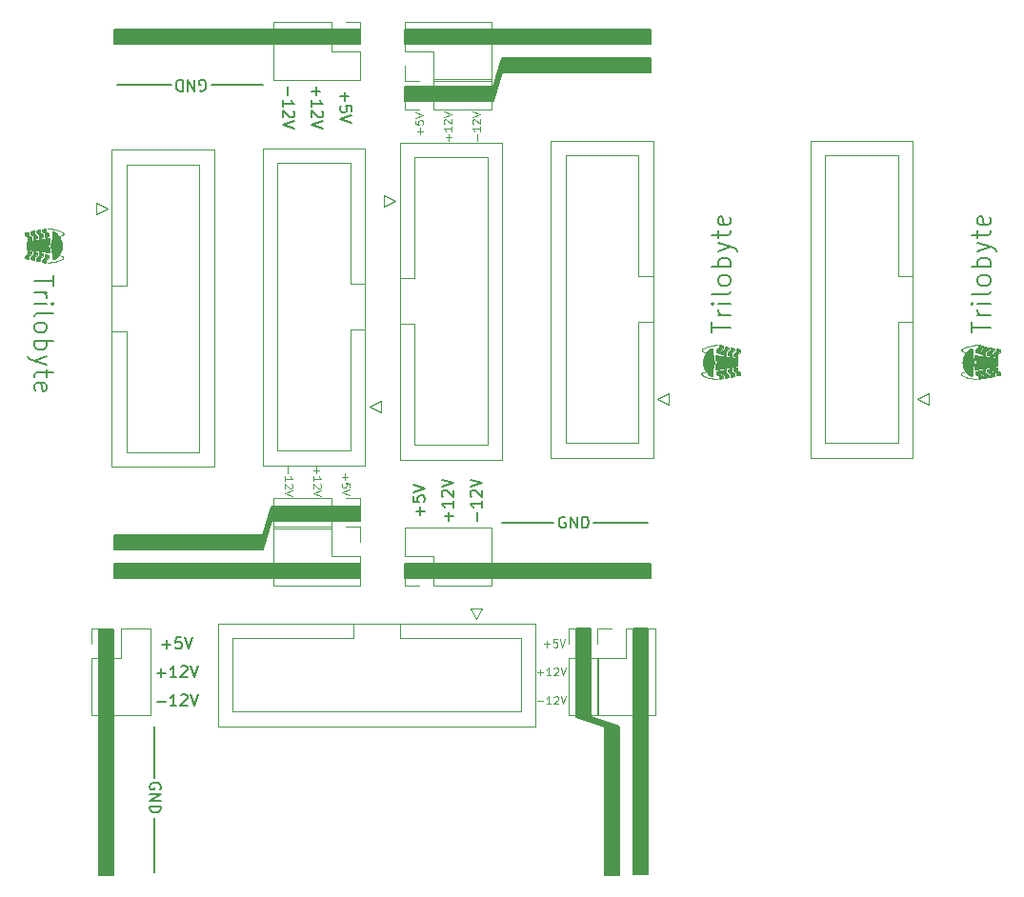
<source format=gbr>
%TF.GenerationSoftware,KiCad,Pcbnew,(6.0.0-0)*%
%TF.CreationDate,2022-12-06T00:22:26-05:00*%
%TF.ProjectId,Breakout-Eurorack-Power-Breadboard,42726561-6b6f-4757-942d-4575726f7261,rev?*%
%TF.SameCoordinates,Original*%
%TF.FileFunction,Legend,Top*%
%TF.FilePolarity,Positive*%
%FSLAX46Y46*%
G04 Gerber Fmt 4.6, Leading zero omitted, Abs format (unit mm)*
G04 Created by KiCad (PCBNEW (6.0.0-0)) date 2022-12-06 00:22:26*
%MOMM*%
%LPD*%
G01*
G04 APERTURE LIST*
%ADD10C,0.150000*%
%ADD11C,0.100000*%
%ADD12C,0.013229*%
%ADD13C,0.120000*%
G04 APERTURE END LIST*
D10*
X108865000Y-127125000D02*
X108865000Y-122553000D01*
X150183000Y-122553000D02*
X148913000Y-122553000D01*
X148913000Y-122553000D02*
X146340000Y-121733000D01*
X146340000Y-121733000D02*
X147610000Y-121733000D01*
X147610000Y-121733000D02*
X150183000Y-122553000D01*
G36*
X150183000Y-122553000D02*
G01*
X148913000Y-122553000D01*
X146340000Y-121733000D01*
X147610000Y-121733000D01*
X150183000Y-122553000D01*
G37*
X150183000Y-122553000D02*
X148913000Y-122553000D01*
X146340000Y-121733000D01*
X147610000Y-121733000D01*
X150183000Y-122553000D01*
X103955000Y-113917000D02*
X105225000Y-113917000D01*
X105225000Y-113917000D02*
X105225000Y-135761000D01*
X105225000Y-135761000D02*
X103955000Y-135761000D01*
X103955000Y-135761000D02*
X103955000Y-113917000D01*
G36*
X103955000Y-113917000D02*
G01*
X105225000Y-113917000D01*
X105225000Y-135761000D01*
X103955000Y-135761000D01*
X103955000Y-113917000D01*
G37*
X151450000Y-113859000D02*
X152720000Y-113859000D01*
X152720000Y-113859000D02*
X152720000Y-135703000D01*
X152720000Y-135703000D02*
X151450000Y-135703000D01*
X151450000Y-135703000D02*
X151450000Y-113859000D01*
G36*
X151450000Y-113859000D02*
G01*
X152720000Y-113859000D01*
X152720000Y-135703000D01*
X151450000Y-135703000D01*
X151450000Y-113859000D01*
G37*
X148913000Y-122553000D02*
X150183000Y-122553000D01*
X150183000Y-122553000D02*
X150183000Y-135761000D01*
X150183000Y-135761000D02*
X148913000Y-135761000D01*
X148913000Y-135761000D02*
X148913000Y-122553000D01*
G36*
X148913000Y-122553000D02*
G01*
X150183000Y-122553000D01*
X150183000Y-135761000D01*
X148913000Y-135761000D01*
X148913000Y-122553000D01*
G37*
X146340000Y-113859000D02*
X147610000Y-113859000D01*
X147610000Y-113859000D02*
X147610000Y-121733000D01*
X147610000Y-121733000D02*
X146340000Y-121733000D01*
X146340000Y-121733000D02*
X146340000Y-113859000D01*
G36*
X146340000Y-113859000D02*
G01*
X147610000Y-113859000D01*
X147610000Y-121733000D01*
X146340000Y-121733000D01*
X146340000Y-113859000D01*
G37*
X108865000Y-135253000D02*
X108865000Y-130681000D01*
X108865000Y-135507000D02*
X108865000Y-135253000D01*
X181441047Y-87551904D02*
X181441047Y-86580476D01*
X183141047Y-87066190D02*
X181441047Y-87066190D01*
X183141047Y-86013809D02*
X182007714Y-86013809D01*
X182331523Y-86013809D02*
X182169619Y-85932857D01*
X182088666Y-85851904D01*
X182007714Y-85690000D01*
X182007714Y-85528095D01*
X183141047Y-84961428D02*
X182007714Y-84961428D01*
X181441047Y-84961428D02*
X181522000Y-85042380D01*
X181602952Y-84961428D01*
X181522000Y-84880476D01*
X181441047Y-84961428D01*
X181602952Y-84961428D01*
X183141047Y-83909047D02*
X183060095Y-84070952D01*
X182898190Y-84151904D01*
X181441047Y-84151904D01*
X183141047Y-83018571D02*
X183060095Y-83180476D01*
X182979142Y-83261428D01*
X182817238Y-83342380D01*
X182331523Y-83342380D01*
X182169619Y-83261428D01*
X182088666Y-83180476D01*
X182007714Y-83018571D01*
X182007714Y-82775714D01*
X182088666Y-82613809D01*
X182169619Y-82532857D01*
X182331523Y-82451904D01*
X182817238Y-82451904D01*
X182979142Y-82532857D01*
X183060095Y-82613809D01*
X183141047Y-82775714D01*
X183141047Y-83018571D01*
X183141047Y-81723333D02*
X181441047Y-81723333D01*
X182088666Y-81723333D02*
X182007714Y-81561428D01*
X182007714Y-81237619D01*
X182088666Y-81075714D01*
X182169619Y-80994761D01*
X182331523Y-80913809D01*
X182817238Y-80913809D01*
X182979142Y-80994761D01*
X183060095Y-81075714D01*
X183141047Y-81237619D01*
X183141047Y-81561428D01*
X183060095Y-81723333D01*
X182007714Y-80347142D02*
X183141047Y-79942380D01*
X182007714Y-79537619D02*
X183141047Y-79942380D01*
X183545809Y-80104285D01*
X183626761Y-80185238D01*
X183707714Y-80347142D01*
X182007714Y-79132857D02*
X182007714Y-78485238D01*
X181441047Y-78890000D02*
X182898190Y-78890000D01*
X183060095Y-78809047D01*
X183141047Y-78647142D01*
X183141047Y-78485238D01*
X183060095Y-77270952D02*
X183141047Y-77432857D01*
X183141047Y-77756666D01*
X183060095Y-77918571D01*
X182898190Y-77999523D01*
X182250571Y-77999523D01*
X182088666Y-77918571D01*
X182007714Y-77756666D01*
X182007714Y-77432857D01*
X182088666Y-77270952D01*
X182250571Y-77190000D01*
X182412476Y-77190000D01*
X182574380Y-77999523D01*
X109527285Y-115270428D02*
X110289190Y-115270428D01*
X109908238Y-115651380D02*
X109908238Y-114889476D01*
X111241571Y-114651380D02*
X110765380Y-114651380D01*
X110717761Y-115127571D01*
X110765380Y-115079952D01*
X110860619Y-115032333D01*
X111098714Y-115032333D01*
X111193952Y-115079952D01*
X111241571Y-115127571D01*
X111289190Y-115222809D01*
X111289190Y-115460904D01*
X111241571Y-115556142D01*
X111193952Y-115603761D01*
X111098714Y-115651380D01*
X110860619Y-115651380D01*
X110765380Y-115603761D01*
X110717761Y-115556142D01*
X111574904Y-114651380D02*
X111908238Y-115651380D01*
X112241571Y-114651380D01*
D11*
X142853666Y-117777000D02*
X143387000Y-117777000D01*
X143120333Y-118043666D02*
X143120333Y-117510333D01*
X144087000Y-118043666D02*
X143687000Y-118043666D01*
X143887000Y-118043666D02*
X143887000Y-117343666D01*
X143820333Y-117443666D01*
X143753666Y-117510333D01*
X143687000Y-117543666D01*
X144353666Y-117410333D02*
X144387000Y-117377000D01*
X144453666Y-117343666D01*
X144620333Y-117343666D01*
X144687000Y-117377000D01*
X144720333Y-117410333D01*
X144753666Y-117477000D01*
X144753666Y-117543666D01*
X144720333Y-117643666D01*
X144320333Y-118043666D01*
X144753666Y-118043666D01*
X144953666Y-117343666D02*
X145187000Y-118043666D01*
X145420333Y-117343666D01*
X142853666Y-120317000D02*
X143387000Y-120317000D01*
X144087000Y-120583666D02*
X143687000Y-120583666D01*
X143887000Y-120583666D02*
X143887000Y-119883666D01*
X143820333Y-119983666D01*
X143753666Y-120050333D01*
X143687000Y-120083666D01*
X144353666Y-119950333D02*
X144387000Y-119917000D01*
X144453666Y-119883666D01*
X144620333Y-119883666D01*
X144687000Y-119917000D01*
X144720333Y-119950333D01*
X144753666Y-120017000D01*
X144753666Y-120083666D01*
X144720333Y-120183666D01*
X144320333Y-120583666D01*
X144753666Y-120583666D01*
X144953666Y-119883666D02*
X145187000Y-120583666D01*
X145420333Y-119883666D01*
D10*
X109365000Y-128141095D02*
X109412619Y-128045857D01*
X109412619Y-127903000D01*
X109365000Y-127760142D01*
X109269761Y-127664904D01*
X109174523Y-127617285D01*
X108984047Y-127569666D01*
X108841190Y-127569666D01*
X108650714Y-127617285D01*
X108555476Y-127664904D01*
X108460238Y-127760142D01*
X108412619Y-127903000D01*
X108412619Y-127998238D01*
X108460238Y-128141095D01*
X108507857Y-128188714D01*
X108841190Y-128188714D01*
X108841190Y-127998238D01*
X108412619Y-128617285D02*
X109412619Y-128617285D01*
X108412619Y-129188714D01*
X109412619Y-129188714D01*
X108412619Y-129664904D02*
X109412619Y-129664904D01*
X109412619Y-129903000D01*
X109365000Y-130045857D01*
X109269761Y-130141095D01*
X109174523Y-130188714D01*
X108984047Y-130236333D01*
X108841190Y-130236333D01*
X108650714Y-130188714D01*
X108555476Y-130141095D01*
X108460238Y-130045857D01*
X108412619Y-129903000D01*
X108412619Y-129664904D01*
X109051095Y-117798428D02*
X109813000Y-117798428D01*
X109432047Y-118179380D02*
X109432047Y-117417476D01*
X110813000Y-118179380D02*
X110241571Y-118179380D01*
X110527285Y-118179380D02*
X110527285Y-117179380D01*
X110432047Y-117322238D01*
X110336809Y-117417476D01*
X110241571Y-117465095D01*
X111193952Y-117274619D02*
X111241571Y-117227000D01*
X111336809Y-117179380D01*
X111574904Y-117179380D01*
X111670142Y-117227000D01*
X111717761Y-117274619D01*
X111765380Y-117369857D01*
X111765380Y-117465095D01*
X111717761Y-117607952D01*
X111146333Y-118179380D01*
X111765380Y-118179380D01*
X112051095Y-117179380D02*
X112384428Y-118179380D01*
X112717761Y-117179380D01*
D11*
X143441000Y-115249000D02*
X143974333Y-115249000D01*
X143707666Y-115515666D02*
X143707666Y-114982333D01*
X144641000Y-114815666D02*
X144307666Y-114815666D01*
X144274333Y-115149000D01*
X144307666Y-115115666D01*
X144374333Y-115082333D01*
X144541000Y-115082333D01*
X144607666Y-115115666D01*
X144641000Y-115149000D01*
X144674333Y-115215666D01*
X144674333Y-115382333D01*
X144641000Y-115449000D01*
X144607666Y-115482333D01*
X144541000Y-115515666D01*
X144374333Y-115515666D01*
X144307666Y-115482333D01*
X144274333Y-115449000D01*
X144874333Y-114815666D02*
X145107666Y-115515666D01*
X145341000Y-114815666D01*
D10*
X109051095Y-120338428D02*
X109813000Y-120338428D01*
X110813000Y-120719380D02*
X110241571Y-120719380D01*
X110527285Y-120719380D02*
X110527285Y-119719380D01*
X110432047Y-119862238D01*
X110336809Y-119957476D01*
X110241571Y-120005095D01*
X111193952Y-119814619D02*
X111241571Y-119767000D01*
X111336809Y-119719380D01*
X111574904Y-119719380D01*
X111670142Y-119767000D01*
X111717761Y-119814619D01*
X111765380Y-119909857D01*
X111765380Y-120005095D01*
X111717761Y-120147952D01*
X111146333Y-120719380D01*
X111765380Y-120719380D01*
X112051095Y-119719380D02*
X112384428Y-120719380D01*
X112717761Y-119719380D01*
X131070000Y-66992000D02*
X138944000Y-66992000D01*
X138944000Y-66992000D02*
X138944000Y-65722000D01*
X138944000Y-65722000D02*
X131070000Y-65722000D01*
X131070000Y-65722000D02*
X131070000Y-66992000D01*
G36*
X131070000Y-66992000D02*
G01*
X138944000Y-66992000D01*
X138944000Y-65722000D01*
X131070000Y-65722000D01*
X131070000Y-66992000D01*
G37*
X144336000Y-104467000D02*
X139764000Y-104467000D01*
X139764000Y-63149000D02*
X139764000Y-64419000D01*
X139764000Y-64419000D02*
X138944000Y-66992000D01*
X138944000Y-66992000D02*
X138944000Y-65722000D01*
X138944000Y-65722000D02*
X139764000Y-63149000D01*
G36*
X139764000Y-64419000D02*
G01*
X138944000Y-66992000D01*
X138944000Y-65722000D01*
X139764000Y-63149000D01*
X139764000Y-64419000D01*
G37*
X139764000Y-64419000D02*
X138944000Y-66992000D01*
X138944000Y-65722000D01*
X139764000Y-63149000D01*
X139764000Y-64419000D01*
X131128000Y-109377000D02*
X152972000Y-109377000D01*
X152972000Y-109377000D02*
X152972000Y-108107000D01*
X152972000Y-108107000D02*
X131128000Y-108107000D01*
X131128000Y-108107000D02*
X131128000Y-109377000D01*
G36*
X131128000Y-109377000D02*
G01*
X152972000Y-109377000D01*
X152972000Y-108107000D01*
X131128000Y-108107000D01*
X131128000Y-109377000D01*
G37*
X131070000Y-61882000D02*
X152914000Y-61882000D01*
X152914000Y-61882000D02*
X152914000Y-60612000D01*
X152914000Y-60612000D02*
X131070000Y-60612000D01*
X131070000Y-60612000D02*
X131070000Y-61882000D01*
G36*
X131070000Y-61882000D02*
G01*
X152914000Y-61882000D01*
X152914000Y-60612000D01*
X131070000Y-60612000D01*
X131070000Y-61882000D01*
G37*
X139764000Y-64419000D02*
X152972000Y-64419000D01*
X152972000Y-64419000D02*
X152972000Y-63149000D01*
X152972000Y-63149000D02*
X139764000Y-63149000D01*
X139764000Y-63149000D02*
X139764000Y-64419000D01*
G36*
X139764000Y-64419000D02*
G01*
X152972000Y-64419000D01*
X152972000Y-63149000D01*
X139764000Y-63149000D01*
X139764000Y-64419000D01*
G37*
X152718000Y-104467000D02*
X152464000Y-104467000D01*
X152464000Y-104467000D02*
X147892000Y-104467000D01*
X158359047Y-87551904D02*
X158359047Y-86580476D01*
X160059047Y-87066190D02*
X158359047Y-87066190D01*
X160059047Y-86013809D02*
X158925714Y-86013809D01*
X159249523Y-86013809D02*
X159087619Y-85932857D01*
X159006666Y-85851904D01*
X158925714Y-85690000D01*
X158925714Y-85528095D01*
X160059047Y-84961428D02*
X158925714Y-84961428D01*
X158359047Y-84961428D02*
X158440000Y-85042380D01*
X158520952Y-84961428D01*
X158440000Y-84880476D01*
X158359047Y-84961428D01*
X158520952Y-84961428D01*
X160059047Y-83909047D02*
X159978095Y-84070952D01*
X159816190Y-84151904D01*
X158359047Y-84151904D01*
X160059047Y-83018571D02*
X159978095Y-83180476D01*
X159897142Y-83261428D01*
X159735238Y-83342380D01*
X159249523Y-83342380D01*
X159087619Y-83261428D01*
X159006666Y-83180476D01*
X158925714Y-83018571D01*
X158925714Y-82775714D01*
X159006666Y-82613809D01*
X159087619Y-82532857D01*
X159249523Y-82451904D01*
X159735238Y-82451904D01*
X159897142Y-82532857D01*
X159978095Y-82613809D01*
X160059047Y-82775714D01*
X160059047Y-83018571D01*
X160059047Y-81723333D02*
X158359047Y-81723333D01*
X159006666Y-81723333D02*
X158925714Y-81561428D01*
X158925714Y-81237619D01*
X159006666Y-81075714D01*
X159087619Y-80994761D01*
X159249523Y-80913809D01*
X159735238Y-80913809D01*
X159897142Y-80994761D01*
X159978095Y-81075714D01*
X160059047Y-81237619D01*
X160059047Y-81561428D01*
X159978095Y-81723333D01*
X158925714Y-80347142D02*
X160059047Y-79942380D01*
X158925714Y-79537619D02*
X160059047Y-79942380D01*
X160463809Y-80104285D01*
X160544761Y-80185238D01*
X160625714Y-80347142D01*
X158925714Y-79132857D02*
X158925714Y-78485238D01*
X158359047Y-78890000D02*
X159816190Y-78890000D01*
X159978095Y-78809047D01*
X160059047Y-78647142D01*
X160059047Y-78485238D01*
X159978095Y-77270952D02*
X160059047Y-77432857D01*
X160059047Y-77756666D01*
X159978095Y-77918571D01*
X159816190Y-77999523D01*
X159168571Y-77999523D01*
X159006666Y-77918571D01*
X158925714Y-77756666D01*
X158925714Y-77432857D01*
X159006666Y-77270952D01*
X159168571Y-77190000D01*
X159330476Y-77190000D01*
X159492380Y-77999523D01*
D11*
X137528000Y-70478333D02*
X137528000Y-69945000D01*
X137794666Y-69245000D02*
X137794666Y-69645000D01*
X137794666Y-69445000D02*
X137094666Y-69445000D01*
X137194666Y-69511666D01*
X137261333Y-69578333D01*
X137294666Y-69645000D01*
X137161333Y-68978333D02*
X137128000Y-68945000D01*
X137094666Y-68878333D01*
X137094666Y-68711666D01*
X137128000Y-68645000D01*
X137161333Y-68611666D01*
X137228000Y-68578333D01*
X137294666Y-68578333D01*
X137394666Y-68611666D01*
X137794666Y-69011666D01*
X137794666Y-68578333D01*
X137094666Y-68378333D02*
X137794666Y-68145000D01*
X137094666Y-67911666D01*
X132460000Y-69891000D02*
X132460000Y-69357666D01*
X132726666Y-69624333D02*
X132193333Y-69624333D01*
X132026666Y-68691000D02*
X132026666Y-69024333D01*
X132360000Y-69057666D01*
X132326666Y-69024333D01*
X132293333Y-68957666D01*
X132293333Y-68791000D01*
X132326666Y-68724333D01*
X132360000Y-68691000D01*
X132426666Y-68657666D01*
X132593333Y-68657666D01*
X132660000Y-68691000D01*
X132693333Y-68724333D01*
X132726666Y-68791000D01*
X132726666Y-68957666D01*
X132693333Y-69024333D01*
X132660000Y-69057666D01*
X132026666Y-68457666D02*
X132726666Y-68224333D01*
X132026666Y-67991000D01*
X134988000Y-70478333D02*
X134988000Y-69945000D01*
X135254666Y-70211666D02*
X134721333Y-70211666D01*
X135254666Y-69245000D02*
X135254666Y-69645000D01*
X135254666Y-69445000D02*
X134554666Y-69445000D01*
X134654666Y-69511666D01*
X134721333Y-69578333D01*
X134754666Y-69645000D01*
X134621333Y-68978333D02*
X134588000Y-68945000D01*
X134554666Y-68878333D01*
X134554666Y-68711666D01*
X134588000Y-68645000D01*
X134621333Y-68611666D01*
X134688000Y-68578333D01*
X134754666Y-68578333D01*
X134854666Y-68611666D01*
X135254666Y-69011666D01*
X135254666Y-68578333D01*
X134554666Y-68378333D02*
X135254666Y-68145000D01*
X134554666Y-67911666D01*
D10*
X132481428Y-103804714D02*
X132481428Y-103042809D01*
X132862380Y-103423761D02*
X132100476Y-103423761D01*
X131862380Y-102090428D02*
X131862380Y-102566619D01*
X132338571Y-102614238D01*
X132290952Y-102566619D01*
X132243333Y-102471380D01*
X132243333Y-102233285D01*
X132290952Y-102138047D01*
X132338571Y-102090428D01*
X132433809Y-102042809D01*
X132671904Y-102042809D01*
X132767142Y-102090428D01*
X132814761Y-102138047D01*
X132862380Y-102233285D01*
X132862380Y-102471380D01*
X132814761Y-102566619D01*
X132767142Y-102614238D01*
X131862380Y-101757095D02*
X132862380Y-101423761D01*
X131862380Y-101090428D01*
X145352095Y-103967000D02*
X145256857Y-103919380D01*
X145114000Y-103919380D01*
X144971142Y-103967000D01*
X144875904Y-104062238D01*
X144828285Y-104157476D01*
X144780666Y-104347952D01*
X144780666Y-104490809D01*
X144828285Y-104681285D01*
X144875904Y-104776523D01*
X144971142Y-104871761D01*
X145114000Y-104919380D01*
X145209238Y-104919380D01*
X145352095Y-104871761D01*
X145399714Y-104824142D01*
X145399714Y-104490809D01*
X145209238Y-104490809D01*
X145828285Y-104919380D02*
X145828285Y-103919380D01*
X146399714Y-104919380D01*
X146399714Y-103919380D01*
X146875904Y-104919380D02*
X146875904Y-103919380D01*
X147114000Y-103919380D01*
X147256857Y-103967000D01*
X147352095Y-104062238D01*
X147399714Y-104157476D01*
X147447333Y-104347952D01*
X147447333Y-104490809D01*
X147399714Y-104681285D01*
X147352095Y-104776523D01*
X147256857Y-104871761D01*
X147114000Y-104919380D01*
X146875904Y-104919380D01*
X137549428Y-104280904D02*
X137549428Y-103519000D01*
X137930380Y-102519000D02*
X137930380Y-103090428D01*
X137930380Y-102804714D02*
X136930380Y-102804714D01*
X137073238Y-102899952D01*
X137168476Y-102995190D01*
X137216095Y-103090428D01*
X137025619Y-102138047D02*
X136978000Y-102090428D01*
X136930380Y-101995190D01*
X136930380Y-101757095D01*
X136978000Y-101661857D01*
X137025619Y-101614238D01*
X137120857Y-101566619D01*
X137216095Y-101566619D01*
X137358952Y-101614238D01*
X137930380Y-102185666D01*
X137930380Y-101566619D01*
X136930380Y-101280904D02*
X137930380Y-100947571D01*
X136930380Y-100614238D01*
X135009428Y-104280904D02*
X135009428Y-103519000D01*
X135390380Y-103899952D02*
X134628476Y-103899952D01*
X135390380Y-102519000D02*
X135390380Y-103090428D01*
X135390380Y-102804714D02*
X134390380Y-102804714D01*
X134533238Y-102899952D01*
X134628476Y-102995190D01*
X134676095Y-103090428D01*
X134485619Y-102138047D02*
X134438000Y-102090428D01*
X134390380Y-101995190D01*
X134390380Y-101757095D01*
X134438000Y-101661857D01*
X134485619Y-101614238D01*
X134580857Y-101566619D01*
X134676095Y-101566619D01*
X134818952Y-101614238D01*
X135390380Y-102185666D01*
X135390380Y-101566619D01*
X134390380Y-101280904D02*
X135390380Y-100947571D01*
X134390380Y-100614238D01*
X118460000Y-106837000D02*
X118460000Y-105567000D01*
X118460000Y-105567000D02*
X119280000Y-102994000D01*
X119280000Y-102994000D02*
X119280000Y-104264000D01*
X119280000Y-104264000D02*
X118460000Y-106837000D01*
G36*
X119280000Y-104264000D02*
G01*
X118460000Y-106837000D01*
X118460000Y-105567000D01*
X119280000Y-102994000D01*
X119280000Y-104264000D01*
G37*
X119280000Y-104264000D02*
X118460000Y-106837000D01*
X118460000Y-105567000D01*
X119280000Y-102994000D01*
X119280000Y-104264000D01*
X118460000Y-105567000D02*
X105252000Y-105567000D01*
X105252000Y-105567000D02*
X105252000Y-106837000D01*
X105252000Y-106837000D02*
X118460000Y-106837000D01*
X118460000Y-106837000D02*
X118460000Y-105567000D01*
G36*
X118460000Y-105567000D02*
G01*
X105252000Y-105567000D01*
X105252000Y-106837000D01*
X118460000Y-106837000D01*
X118460000Y-105567000D01*
G37*
X127154000Y-102994000D02*
X119280000Y-102994000D01*
X119280000Y-102994000D02*
X119280000Y-104264000D01*
X119280000Y-104264000D02*
X127154000Y-104264000D01*
X127154000Y-104264000D02*
X127154000Y-102994000D01*
G36*
X127154000Y-102994000D02*
G01*
X119280000Y-102994000D01*
X119280000Y-104264000D01*
X127154000Y-104264000D01*
X127154000Y-102994000D01*
G37*
X127154000Y-108104000D02*
X105310000Y-108104000D01*
X105310000Y-108104000D02*
X105310000Y-109374000D01*
X105310000Y-109374000D02*
X127154000Y-109374000D01*
X127154000Y-109374000D02*
X127154000Y-108104000D01*
G36*
X127154000Y-108104000D02*
G01*
X105310000Y-108104000D01*
X105310000Y-109374000D01*
X127154000Y-109374000D01*
X127154000Y-108104000D01*
G37*
X127096000Y-60609000D02*
X105252000Y-60609000D01*
X105252000Y-60609000D02*
X105252000Y-61879000D01*
X105252000Y-61879000D02*
X127096000Y-61879000D01*
X127096000Y-61879000D02*
X127096000Y-60609000D01*
G36*
X127096000Y-60609000D02*
G01*
X105252000Y-60609000D01*
X105252000Y-61879000D01*
X127096000Y-61879000D01*
X127096000Y-60609000D01*
G37*
D11*
X125764000Y-100095000D02*
X125764000Y-100628333D01*
X125497333Y-100361666D02*
X126030666Y-100361666D01*
X126197333Y-101295000D02*
X126197333Y-100961666D01*
X125864000Y-100928333D01*
X125897333Y-100961666D01*
X125930666Y-101028333D01*
X125930666Y-101195000D01*
X125897333Y-101261666D01*
X125864000Y-101295000D01*
X125797333Y-101328333D01*
X125630666Y-101328333D01*
X125564000Y-101295000D01*
X125530666Y-101261666D01*
X125497333Y-101195000D01*
X125497333Y-101028333D01*
X125530666Y-100961666D01*
X125564000Y-100928333D01*
X126197333Y-101528333D02*
X125497333Y-101761666D01*
X126197333Y-101995000D01*
X120696000Y-99507666D02*
X120696000Y-100041000D01*
X120429333Y-100741000D02*
X120429333Y-100341000D01*
X120429333Y-100541000D02*
X121129333Y-100541000D01*
X121029333Y-100474333D01*
X120962666Y-100407666D01*
X120929333Y-100341000D01*
X121062666Y-101007666D02*
X121096000Y-101041000D01*
X121129333Y-101107666D01*
X121129333Y-101274333D01*
X121096000Y-101341000D01*
X121062666Y-101374333D01*
X120996000Y-101407666D01*
X120929333Y-101407666D01*
X120829333Y-101374333D01*
X120429333Y-100974333D01*
X120429333Y-101407666D01*
X121129333Y-101607666D02*
X120429333Y-101841000D01*
X121129333Y-102074333D01*
X123236000Y-99507666D02*
X123236000Y-100041000D01*
X122969333Y-99774333D02*
X123502666Y-99774333D01*
X122969333Y-100741000D02*
X122969333Y-100341000D01*
X122969333Y-100541000D02*
X123669333Y-100541000D01*
X123569333Y-100474333D01*
X123502666Y-100407666D01*
X123469333Y-100341000D01*
X123602666Y-101007666D02*
X123636000Y-101041000D01*
X123669333Y-101107666D01*
X123669333Y-101274333D01*
X123636000Y-101341000D01*
X123602666Y-101374333D01*
X123536000Y-101407666D01*
X123469333Y-101407666D01*
X123369333Y-101374333D01*
X122969333Y-100974333D01*
X122969333Y-101407666D01*
X123669333Y-101607666D02*
X122969333Y-101841000D01*
X123669333Y-102074333D01*
D10*
X120674571Y-65705095D02*
X120674571Y-66467000D01*
X120293619Y-67467000D02*
X120293619Y-66895571D01*
X120293619Y-67181285D02*
X121293619Y-67181285D01*
X121150761Y-67086047D01*
X121055523Y-66990809D01*
X121007904Y-66895571D01*
X121198380Y-67847952D02*
X121246000Y-67895571D01*
X121293619Y-67990809D01*
X121293619Y-68228904D01*
X121246000Y-68324142D01*
X121198380Y-68371761D01*
X121103142Y-68419380D01*
X121007904Y-68419380D01*
X120865047Y-68371761D01*
X120293619Y-67800333D01*
X120293619Y-68419380D01*
X121293619Y-68705095D02*
X120293619Y-69038428D01*
X121293619Y-69371761D01*
X123214571Y-65705095D02*
X123214571Y-66467000D01*
X122833619Y-66086047D02*
X123595523Y-66086047D01*
X122833619Y-67467000D02*
X122833619Y-66895571D01*
X122833619Y-67181285D02*
X123833619Y-67181285D01*
X123690761Y-67086047D01*
X123595523Y-66990809D01*
X123547904Y-66895571D01*
X123738380Y-67847952D02*
X123786000Y-67895571D01*
X123833619Y-67990809D01*
X123833619Y-68228904D01*
X123786000Y-68324142D01*
X123738380Y-68371761D01*
X123643142Y-68419380D01*
X123547904Y-68419380D01*
X123405047Y-68371761D01*
X122833619Y-67800333D01*
X122833619Y-68419380D01*
X123833619Y-68705095D02*
X122833619Y-69038428D01*
X123833619Y-69371761D01*
X125742571Y-66181285D02*
X125742571Y-66943190D01*
X125361619Y-66562238D02*
X126123523Y-66562238D01*
X126361619Y-67895571D02*
X126361619Y-67419380D01*
X125885428Y-67371761D01*
X125933047Y-67419380D01*
X125980666Y-67514619D01*
X125980666Y-67752714D01*
X125933047Y-67847952D01*
X125885428Y-67895571D01*
X125790190Y-67943190D01*
X125552095Y-67943190D01*
X125456857Y-67895571D01*
X125409238Y-67847952D01*
X125361619Y-67752714D01*
X125361619Y-67514619D01*
X125409238Y-67419380D01*
X125456857Y-67371761D01*
X126361619Y-68228904D02*
X125361619Y-68562238D01*
X126361619Y-68895571D01*
X105506000Y-65519000D02*
X105760000Y-65519000D01*
X105760000Y-65519000D02*
X110332000Y-65519000D01*
X113888000Y-65519000D02*
X118460000Y-65519000D01*
X112871904Y-66019000D02*
X112967142Y-66066619D01*
X113110000Y-66066619D01*
X113252857Y-66019000D01*
X113348095Y-65923761D01*
X113395714Y-65828523D01*
X113443333Y-65638047D01*
X113443333Y-65495190D01*
X113395714Y-65304714D01*
X113348095Y-65209476D01*
X113252857Y-65114238D01*
X113110000Y-65066619D01*
X113014761Y-65066619D01*
X112871904Y-65114238D01*
X112824285Y-65161857D01*
X112824285Y-65495190D01*
X113014761Y-65495190D01*
X112395714Y-65066619D02*
X112395714Y-66066619D01*
X111824285Y-65066619D01*
X111824285Y-66066619D01*
X111348095Y-65066619D02*
X111348095Y-66066619D01*
X111110000Y-66066619D01*
X110967142Y-66019000D01*
X110871904Y-65923761D01*
X110824285Y-65828523D01*
X110776666Y-65638047D01*
X110776666Y-65495190D01*
X110824285Y-65304714D01*
X110871904Y-65209476D01*
X110967142Y-65114238D01*
X111110000Y-65066619D01*
X111348095Y-65066619D01*
X99864952Y-82434095D02*
X99864952Y-83405523D01*
X98164952Y-82919809D02*
X99864952Y-82919809D01*
X98164952Y-83972190D02*
X99298285Y-83972190D01*
X98974476Y-83972190D02*
X99136380Y-84053142D01*
X99217333Y-84134095D01*
X99298285Y-84296000D01*
X99298285Y-84457904D01*
X98164952Y-85024571D02*
X99298285Y-85024571D01*
X99864952Y-85024571D02*
X99784000Y-84943619D01*
X99703047Y-85024571D01*
X99784000Y-85105523D01*
X99864952Y-85024571D01*
X99703047Y-85024571D01*
X98164952Y-86076952D02*
X98245904Y-85915047D01*
X98407809Y-85834095D01*
X99864952Y-85834095D01*
X98164952Y-86967428D02*
X98245904Y-86805523D01*
X98326857Y-86724571D01*
X98488761Y-86643619D01*
X98974476Y-86643619D01*
X99136380Y-86724571D01*
X99217333Y-86805523D01*
X99298285Y-86967428D01*
X99298285Y-87210285D01*
X99217333Y-87372190D01*
X99136380Y-87453142D01*
X98974476Y-87534095D01*
X98488761Y-87534095D01*
X98326857Y-87453142D01*
X98245904Y-87372190D01*
X98164952Y-87210285D01*
X98164952Y-86967428D01*
X98164952Y-88262666D02*
X99864952Y-88262666D01*
X99217333Y-88262666D02*
X99298285Y-88424571D01*
X99298285Y-88748380D01*
X99217333Y-88910285D01*
X99136380Y-88991238D01*
X98974476Y-89072190D01*
X98488761Y-89072190D01*
X98326857Y-88991238D01*
X98245904Y-88910285D01*
X98164952Y-88748380D01*
X98164952Y-88424571D01*
X98245904Y-88262666D01*
X99298285Y-89638857D02*
X98164952Y-90043619D01*
X99298285Y-90448380D02*
X98164952Y-90043619D01*
X97760190Y-89881714D01*
X97679238Y-89800761D01*
X97598285Y-89638857D01*
X99298285Y-90853142D02*
X99298285Y-91500761D01*
X99864952Y-91096000D02*
X98407809Y-91096000D01*
X98245904Y-91176952D01*
X98164952Y-91338857D01*
X98164952Y-91500761D01*
X98245904Y-92715047D02*
X98164952Y-92553142D01*
X98164952Y-92229333D01*
X98245904Y-92067428D01*
X98407809Y-91986476D01*
X99055428Y-91986476D01*
X99217333Y-92067428D01*
X99298285Y-92229333D01*
X99298285Y-92553142D01*
X99217333Y-92715047D01*
X99055428Y-92796000D01*
X98893523Y-92796000D01*
X98731619Y-91986476D01*
D12*
%TO.C,REF\u002A\u002A*%
X180675475Y-88969651D02*
X180747176Y-88927058D01*
X180653262Y-89218021D02*
X180611093Y-89189301D01*
X181778042Y-91679947D02*
X181928013Y-91697902D01*
X181199206Y-89372908D02*
X181011641Y-89335601D01*
X181421981Y-91622727D02*
X181616974Y-91656560D01*
X180645396Y-88991440D02*
X180675475Y-88969651D01*
X180632492Y-91121923D02*
X180590323Y-91150640D01*
X180675475Y-88969651D02*
X180675475Y-88969651D01*
X180726407Y-91412963D02*
X180809425Y-91452259D01*
X181637653Y-88683473D02*
X181798700Y-88660070D01*
X180620361Y-89012541D02*
X180645396Y-88991440D01*
X181178436Y-90967086D02*
X180990871Y-91004380D01*
X181210660Y-91577819D02*
X181421981Y-91622727D01*
X180544289Y-91231645D02*
X180546582Y-91249555D01*
X180611093Y-89189301D02*
X180594769Y-89174184D01*
X180844062Y-89293255D02*
X180771066Y-89269869D01*
X181396200Y-89406214D02*
X181199206Y-89372908D01*
X180572467Y-89142359D02*
X180566818Y-89125617D01*
X180553094Y-91268073D02*
X180563990Y-91287215D01*
X180922316Y-88851735D02*
X181021358Y-88818849D01*
X181616974Y-91656560D02*
X181778042Y-91679947D01*
X180750296Y-91070087D02*
X180686257Y-91095115D01*
X180654705Y-91370348D02*
X180654705Y-91370348D01*
X181104376Y-91551015D02*
X181210660Y-91577819D01*
X180551697Y-91197583D02*
X180546048Y-91214326D01*
X181798700Y-88660070D02*
X181948650Y-88642097D01*
X180990871Y-91004380D02*
X180903923Y-91024850D01*
X180707027Y-89244834D02*
X180653262Y-89218021D01*
X180561069Y-91181398D02*
X180551697Y-91197583D01*
X180599591Y-91327436D02*
X180624627Y-91348547D01*
X180573864Y-89071882D02*
X180584760Y-89052746D01*
X180823292Y-91046709D02*
X180750296Y-91070087D01*
X180809425Y-91452259D02*
X180901559Y-91488313D01*
X181000609Y-91521206D02*
X181104376Y-91551015D01*
X180924693Y-89315123D02*
X180844062Y-89293255D01*
X181125115Y-88789043D02*
X181231388Y-88762238D01*
X180579434Y-91306997D02*
X180599591Y-91327436D01*
X181011641Y-89335601D02*
X180924693Y-89315123D01*
X180903923Y-91024850D02*
X180823292Y-91046709D01*
X181375430Y-90933785D02*
X181178436Y-90967086D01*
X180566818Y-89125617D02*
X180565058Y-89108301D01*
X180686257Y-91095115D02*
X180632492Y-91121923D01*
X180901559Y-91488313D02*
X181000609Y-91521206D01*
X180624627Y-91348547D02*
X180654705Y-91370348D01*
X180573999Y-91165756D02*
X180561069Y-91181398D01*
X180771066Y-89269869D02*
X180707027Y-89244834D01*
X180584760Y-89052746D02*
X180600204Y-89032971D01*
X181021358Y-88818849D02*
X181125115Y-88789043D01*
X180600204Y-89032971D02*
X180620361Y-89012541D01*
X180590323Y-91150640D02*
X180573999Y-91165756D01*
X180581838Y-89158542D02*
X180572467Y-89142359D01*
X181442684Y-88717321D02*
X181637653Y-88683473D01*
X180747176Y-88927058D02*
X180830189Y-88887778D01*
X180563990Y-91287215D02*
X180579434Y-91306997D01*
X180546582Y-91249555D02*
X180553094Y-91268073D01*
X180546048Y-91214326D02*
X180544289Y-91231645D01*
X180594769Y-89174184D02*
X180581838Y-89158542D01*
X180567352Y-89090395D02*
X180573864Y-89071882D01*
X180830189Y-88887778D02*
X180922316Y-88851735D01*
X181231388Y-88762238D02*
X181442684Y-88717321D01*
X180654705Y-91370348D02*
X180726407Y-91412963D01*
X180565058Y-89108301D02*
X180567352Y-89090395D01*
X182862521Y-89567477D02*
X183223148Y-89632961D01*
X183223148Y-89632961D02*
X183223148Y-89347608D01*
X183223148Y-89347608D02*
X183495140Y-89160416D01*
X183495140Y-89160416D02*
X183495140Y-88942531D01*
X183495140Y-88942531D02*
X183132528Y-88880751D01*
X183132528Y-88880751D02*
X183134513Y-89131444D01*
X183134513Y-89131444D02*
X182862521Y-89326309D01*
X182862521Y-89326309D02*
X182862521Y-89567477D01*
X182862521Y-89567477D02*
X182862521Y-89567477D01*
G36*
X183495140Y-88942531D02*
G01*
X183495140Y-89160416D01*
X183223148Y-89347608D01*
X183223148Y-89632961D01*
X182862521Y-89567477D01*
X182862521Y-89326309D01*
X183134513Y-89131444D01*
X183132528Y-88880751D01*
X183495140Y-88942531D01*
G37*
X183495140Y-88942531D02*
X183495140Y-89160416D01*
X183223148Y-89347608D01*
X183223148Y-89632961D01*
X182862521Y-89567477D01*
X182862521Y-89326309D01*
X183134513Y-89131444D01*
X183132528Y-88880751D01*
X183495140Y-88942531D01*
X182335603Y-90900448D02*
X182696362Y-90834963D01*
X182696362Y-90834963D02*
X182696362Y-91120449D01*
X182696362Y-91120449D02*
X182968354Y-91307509D01*
X182968354Y-91307509D02*
X182968354Y-91525394D01*
X182968354Y-91525394D02*
X182605743Y-91587174D01*
X182605743Y-91587174D02*
X182607595Y-91336481D01*
X182607595Y-91336481D02*
X182335603Y-91141616D01*
X182335603Y-91141616D02*
X182335603Y-90900448D01*
X182335603Y-90900448D02*
X182335603Y-90900448D01*
G36*
X182696362Y-91120449D02*
G01*
X182968354Y-91307509D01*
X182968354Y-91525394D01*
X182605743Y-91587174D01*
X182607595Y-91336481D01*
X182335603Y-91141616D01*
X182335603Y-90900448D01*
X182696362Y-90834963D01*
X182696362Y-91120449D01*
G37*
X182696362Y-91120449D02*
X182968354Y-91307509D01*
X182968354Y-91525394D01*
X182605743Y-91587174D01*
X182607595Y-91336481D01*
X182335603Y-91141616D01*
X182335603Y-90900448D01*
X182696362Y-90834963D01*
X182696362Y-91120449D01*
X180673094Y-90183030D02*
X180674906Y-90249113D01*
X180674906Y-90249113D02*
X180680209Y-90314370D01*
X180680209Y-90314370D02*
X180688804Y-90378703D01*
X180688804Y-90378703D02*
X180700492Y-90442016D01*
X180700492Y-90442016D02*
X180715073Y-90504210D01*
X180715073Y-90504210D02*
X180732348Y-90565190D01*
X180732348Y-90565190D02*
X180752118Y-90624857D01*
X180752118Y-90624857D02*
X180774183Y-90683115D01*
X180774183Y-90683115D02*
X180824403Y-90795016D01*
X180824403Y-90795016D02*
X180881414Y-90900114D01*
X180881414Y-90900114D02*
X180943621Y-90997634D01*
X180943621Y-90997634D02*
X181009429Y-91086797D01*
X181009429Y-91086797D02*
X181077245Y-91166828D01*
X181077245Y-91166828D02*
X181145475Y-91236949D01*
X181145475Y-91236949D02*
X181212523Y-91296383D01*
X181212523Y-91296383D02*
X181276797Y-91344355D01*
X181276797Y-91344355D02*
X181336701Y-91380085D01*
X181336701Y-91380085D02*
X181390641Y-91402799D01*
X181390641Y-91402799D02*
X181414876Y-91409031D01*
X181414876Y-91409031D02*
X181437023Y-91411718D01*
X181437023Y-91411718D02*
X181456881Y-91410762D01*
X181456881Y-91410762D02*
X181474253Y-91406067D01*
X181474253Y-91406067D02*
X181486530Y-91399423D01*
X181486530Y-91399423D02*
X181497428Y-91390251D01*
X181497428Y-91390251D02*
X181507035Y-91378654D01*
X181507035Y-91378654D02*
X181515440Y-91364733D01*
X181515440Y-91364733D02*
X181522734Y-91348593D01*
X181522734Y-91348593D02*
X181529005Y-91330335D01*
X181529005Y-91330335D02*
X181534343Y-91310063D01*
X181534343Y-91310063D02*
X181538838Y-91287878D01*
X181538838Y-91287878D02*
X181545655Y-91238184D01*
X181545655Y-91238184D02*
X181550171Y-91182073D01*
X181550171Y-91182073D02*
X181555165Y-91053890D01*
X181555165Y-91053890D02*
X181559546Y-90909899D01*
X181559546Y-90909899D02*
X181563295Y-90834030D01*
X181563295Y-90834030D02*
X181569037Y-90756674D01*
X181569037Y-90756674D02*
X181577489Y-90678651D01*
X181577489Y-90678651D02*
X181589366Y-90600785D01*
X181589366Y-90600785D02*
X181596812Y-90562167D01*
X181596812Y-90562167D02*
X181605383Y-90523895D01*
X181605383Y-90523895D02*
X181615167Y-90486074D01*
X181615167Y-90486074D02*
X181626256Y-90448804D01*
X181626256Y-90448804D02*
X181636209Y-90417212D01*
X181636209Y-90417212D02*
X181644900Y-90385341D01*
X181644900Y-90385341D02*
X181652328Y-90353230D01*
X181652328Y-90353230D02*
X181658491Y-90320914D01*
X181658491Y-90320914D02*
X181663390Y-90288432D01*
X181663390Y-90288432D02*
X181667024Y-90255820D01*
X181667024Y-90255820D02*
X181669392Y-90223116D01*
X181669392Y-90223116D02*
X181670494Y-90190356D01*
X181670494Y-90190356D02*
X181670329Y-90157579D01*
X181670329Y-90157579D02*
X181668897Y-90124820D01*
X181668897Y-90124820D02*
X181666197Y-90092118D01*
X181666197Y-90092118D02*
X181662229Y-90059509D01*
X181662229Y-90059509D02*
X181656992Y-90027030D01*
X181656992Y-90027030D02*
X181650486Y-89994719D01*
X181650486Y-89994719D02*
X181642710Y-89962613D01*
X181642710Y-89962613D02*
X181633664Y-89930749D01*
X181633664Y-89930749D02*
X181613939Y-89853328D01*
X181613939Y-89853328D02*
X181598664Y-89774397D01*
X181598664Y-89774397D02*
X181587165Y-89694757D01*
X181587165Y-89694757D02*
X181578767Y-89615211D01*
X181578767Y-89615211D02*
X181568575Y-89459614D01*
X181568575Y-89459614D02*
X181562689Y-89314023D01*
X181562689Y-89314023D02*
X181555712Y-89184859D01*
X181555712Y-89184859D02*
X181550128Y-89128443D01*
X181550128Y-89128443D02*
X181542246Y-89078542D01*
X181542246Y-89078542D02*
X181531393Y-89035957D01*
X181531393Y-89035957D02*
X181516892Y-89001491D01*
X181516892Y-89001491D02*
X181508064Y-88987553D01*
X181508064Y-88987553D02*
X181498070Y-88975946D01*
X181498070Y-88975946D02*
X181486828Y-88966771D01*
X181486828Y-88966771D02*
X181474253Y-88960126D01*
X181474253Y-88960126D02*
X181456532Y-88955412D01*
X181456532Y-88955412D02*
X181436367Y-88954451D01*
X181436367Y-88954451D02*
X181413956Y-88957144D01*
X181413956Y-88957144D02*
X181389496Y-88963394D01*
X181389496Y-88963394D02*
X181363183Y-88973101D01*
X181363183Y-88973101D02*
X181335216Y-88986167D01*
X181335216Y-88986167D02*
X181305790Y-89002495D01*
X181305790Y-89002495D02*
X181275104Y-89021985D01*
X181275104Y-89021985D02*
X181243354Y-89044540D01*
X181243354Y-89044540D02*
X181210738Y-89070061D01*
X181210738Y-89070061D02*
X181177453Y-89098450D01*
X181177453Y-89098450D02*
X181143696Y-89129609D01*
X181143696Y-89129609D02*
X181109664Y-89163439D01*
X181109664Y-89163439D02*
X181075554Y-89199842D01*
X181075554Y-89199842D02*
X181041564Y-89238720D01*
X181041564Y-89238720D02*
X181007891Y-89279974D01*
X181007891Y-89279974D02*
X180974732Y-89323507D01*
X180974732Y-89323507D02*
X180942284Y-89369219D01*
X180942284Y-89369219D02*
X180910744Y-89417013D01*
X180910744Y-89417013D02*
X180880309Y-89466790D01*
X180880309Y-89466790D02*
X180851177Y-89518452D01*
X180851177Y-89518452D02*
X180823545Y-89571901D01*
X180823545Y-89571901D02*
X180797610Y-89627038D01*
X180797610Y-89627038D02*
X180773570Y-89683766D01*
X180773570Y-89683766D02*
X180751620Y-89741985D01*
X180751620Y-89741985D02*
X180731959Y-89801597D01*
X180731959Y-89801597D02*
X180714784Y-89862505D01*
X180714784Y-89862505D02*
X180700291Y-89924609D01*
X180700291Y-89924609D02*
X180688679Y-89987812D01*
X180688679Y-89987812D02*
X180680144Y-90052016D01*
X180680144Y-90052016D02*
X180674883Y-90117121D01*
X180674883Y-90117121D02*
X180673094Y-90183030D01*
X180673094Y-90183030D02*
X180673094Y-90183030D01*
G36*
X181456532Y-88955412D02*
G01*
X181474253Y-88960126D01*
X181486828Y-88966771D01*
X181498070Y-88975946D01*
X181508064Y-88987553D01*
X181516892Y-89001491D01*
X181531393Y-89035957D01*
X181542246Y-89078542D01*
X181550128Y-89128443D01*
X181555712Y-89184859D01*
X181562689Y-89314023D01*
X181568575Y-89459614D01*
X181578767Y-89615211D01*
X181587165Y-89694757D01*
X181598664Y-89774397D01*
X181613939Y-89853328D01*
X181633664Y-89930749D01*
X181642710Y-89962613D01*
X181650486Y-89994719D01*
X181656992Y-90027030D01*
X181662229Y-90059509D01*
X181666197Y-90092118D01*
X181668897Y-90124820D01*
X181670329Y-90157579D01*
X181670494Y-90190356D01*
X181669392Y-90223116D01*
X181667024Y-90255820D01*
X181663390Y-90288432D01*
X181658491Y-90320914D01*
X181652328Y-90353230D01*
X181644900Y-90385341D01*
X181636209Y-90417212D01*
X181626256Y-90448804D01*
X181615167Y-90486074D01*
X181605383Y-90523895D01*
X181596812Y-90562167D01*
X181589366Y-90600785D01*
X181577489Y-90678651D01*
X181569037Y-90756674D01*
X181563295Y-90834030D01*
X181559546Y-90909899D01*
X181555165Y-91053890D01*
X181550171Y-91182073D01*
X181545655Y-91238184D01*
X181538838Y-91287878D01*
X181534343Y-91310063D01*
X181529005Y-91330335D01*
X181522734Y-91348593D01*
X181515440Y-91364733D01*
X181507035Y-91378654D01*
X181497428Y-91390251D01*
X181486530Y-91399423D01*
X181474253Y-91406067D01*
X181456881Y-91410762D01*
X181437023Y-91411718D01*
X181414876Y-91409031D01*
X181390641Y-91402799D01*
X181336701Y-91380085D01*
X181276797Y-91344355D01*
X181212523Y-91296383D01*
X181145475Y-91236949D01*
X181077245Y-91166828D01*
X181009429Y-91086797D01*
X180943621Y-90997634D01*
X180881414Y-90900114D01*
X180824403Y-90795016D01*
X180774183Y-90683115D01*
X180752118Y-90624857D01*
X180732348Y-90565190D01*
X180715073Y-90504210D01*
X180700492Y-90442016D01*
X180688804Y-90378703D01*
X180680209Y-90314370D01*
X180674906Y-90249113D01*
X180673094Y-90183030D01*
X180674883Y-90117121D01*
X180680144Y-90052016D01*
X180688679Y-89987812D01*
X180700291Y-89924609D01*
X180714784Y-89862505D01*
X180731959Y-89801597D01*
X180751620Y-89741985D01*
X180773570Y-89683766D01*
X180797610Y-89627038D01*
X180823545Y-89571901D01*
X180851177Y-89518452D01*
X180880309Y-89466790D01*
X180910744Y-89417013D01*
X180942284Y-89369219D01*
X180974732Y-89323507D01*
X181007891Y-89279974D01*
X181041564Y-89238720D01*
X181075554Y-89199842D01*
X181109664Y-89163439D01*
X181143696Y-89129609D01*
X181177453Y-89098450D01*
X181210738Y-89070061D01*
X181243354Y-89044540D01*
X181275104Y-89021985D01*
X181305790Y-89002495D01*
X181335216Y-88986167D01*
X181363183Y-88973101D01*
X181389496Y-88963394D01*
X181413956Y-88957144D01*
X181436367Y-88954451D01*
X181456532Y-88955412D01*
G37*
X181456532Y-88955412D02*
X181474253Y-88960126D01*
X181486828Y-88966771D01*
X181498070Y-88975946D01*
X181508064Y-88987553D01*
X181516892Y-89001491D01*
X181531393Y-89035957D01*
X181542246Y-89078542D01*
X181550128Y-89128443D01*
X181555712Y-89184859D01*
X181562689Y-89314023D01*
X181568575Y-89459614D01*
X181578767Y-89615211D01*
X181587165Y-89694757D01*
X181598664Y-89774397D01*
X181613939Y-89853328D01*
X181633664Y-89930749D01*
X181642710Y-89962613D01*
X181650486Y-89994719D01*
X181656992Y-90027030D01*
X181662229Y-90059509D01*
X181666197Y-90092118D01*
X181668897Y-90124820D01*
X181670329Y-90157579D01*
X181670494Y-90190356D01*
X181669392Y-90223116D01*
X181667024Y-90255820D01*
X181663390Y-90288432D01*
X181658491Y-90320914D01*
X181652328Y-90353230D01*
X181644900Y-90385341D01*
X181636209Y-90417212D01*
X181626256Y-90448804D01*
X181615167Y-90486074D01*
X181605383Y-90523895D01*
X181596812Y-90562167D01*
X181589366Y-90600785D01*
X181577489Y-90678651D01*
X181569037Y-90756674D01*
X181563295Y-90834030D01*
X181559546Y-90909899D01*
X181555165Y-91053890D01*
X181550171Y-91182073D01*
X181545655Y-91238184D01*
X181538838Y-91287878D01*
X181534343Y-91310063D01*
X181529005Y-91330335D01*
X181522734Y-91348593D01*
X181515440Y-91364733D01*
X181507035Y-91378654D01*
X181497428Y-91390251D01*
X181486530Y-91399423D01*
X181474253Y-91406067D01*
X181456881Y-91410762D01*
X181437023Y-91411718D01*
X181414876Y-91409031D01*
X181390641Y-91402799D01*
X181336701Y-91380085D01*
X181276797Y-91344355D01*
X181212523Y-91296383D01*
X181145475Y-91236949D01*
X181077245Y-91166828D01*
X181009429Y-91086797D01*
X180943621Y-90997634D01*
X180881414Y-90900114D01*
X180824403Y-90795016D01*
X180774183Y-90683115D01*
X180752118Y-90624857D01*
X180732348Y-90565190D01*
X180715073Y-90504210D01*
X180700492Y-90442016D01*
X180688804Y-90378703D01*
X180680209Y-90314370D01*
X180674906Y-90249113D01*
X180673094Y-90183030D01*
X180674883Y-90117121D01*
X180680144Y-90052016D01*
X180688679Y-89987812D01*
X180700291Y-89924609D01*
X180714784Y-89862505D01*
X180731959Y-89801597D01*
X180751620Y-89741985D01*
X180773570Y-89683766D01*
X180797610Y-89627038D01*
X180823545Y-89571901D01*
X180851177Y-89518452D01*
X180880309Y-89466790D01*
X180910744Y-89417013D01*
X180942284Y-89369219D01*
X180974732Y-89323507D01*
X181007891Y-89279974D01*
X181041564Y-89238720D01*
X181075554Y-89199842D01*
X181109664Y-89163439D01*
X181143696Y-89129609D01*
X181177453Y-89098450D01*
X181210738Y-89070061D01*
X181243354Y-89044540D01*
X181275104Y-89021985D01*
X181305790Y-89002495D01*
X181335216Y-88986167D01*
X181363183Y-88973101D01*
X181389496Y-88963394D01*
X181413956Y-88957144D01*
X181436367Y-88954451D01*
X181456532Y-88955412D01*
X183376077Y-90693279D02*
X183736837Y-90627662D01*
X183736837Y-90627662D02*
X183736837Y-90913148D01*
X183736837Y-90913148D02*
X184008828Y-91100208D01*
X184008828Y-91100208D02*
X184008828Y-91318225D01*
X184008828Y-91318225D02*
X183646085Y-91379873D01*
X183646085Y-91379873D02*
X183648069Y-91129180D01*
X183648069Y-91129180D02*
X183376077Y-90934314D01*
X183376077Y-90934314D02*
X183376077Y-90693279D01*
X183376077Y-90693279D02*
X183376077Y-90693279D01*
G36*
X183736837Y-90913148D02*
G01*
X184008828Y-91100208D01*
X184008828Y-91318225D01*
X183646085Y-91379873D01*
X183648069Y-91129180D01*
X183376077Y-90934314D01*
X183376077Y-90693279D01*
X183736837Y-90627662D01*
X183736837Y-90913148D01*
G37*
X183736837Y-90913148D02*
X184008828Y-91100208D01*
X184008828Y-91318225D01*
X183646085Y-91379873D01*
X183648069Y-91129180D01*
X183376077Y-90934314D01*
X183376077Y-90693279D01*
X183736837Y-90627662D01*
X183736837Y-90913148D01*
X182335603Y-89467994D02*
X182696362Y-89533478D01*
X182696362Y-89533478D02*
X182696362Y-89247993D01*
X182696362Y-89247993D02*
X182968354Y-89060932D01*
X182968354Y-89060932D02*
X182968354Y-88842916D01*
X182968354Y-88842916D02*
X182605743Y-88781268D01*
X182605743Y-88781268D02*
X182607595Y-89031960D01*
X182607595Y-89031960D02*
X182335603Y-89226826D01*
X182335603Y-89226826D02*
X182335603Y-89467994D01*
X182335603Y-89467994D02*
X182335603Y-89467994D01*
G36*
X182968354Y-88842916D02*
G01*
X182968354Y-89060932D01*
X182696362Y-89247993D01*
X182696362Y-89533478D01*
X182335603Y-89467994D01*
X182335603Y-89226826D01*
X182607595Y-89031960D01*
X182605743Y-88781268D01*
X182968354Y-88842916D01*
G37*
X182968354Y-88842916D02*
X182968354Y-89060932D01*
X182696362Y-89247993D01*
X182696362Y-89533478D01*
X182335603Y-89467994D01*
X182335603Y-89226826D01*
X182607595Y-89031960D01*
X182605743Y-88781268D01*
X182968354Y-88842916D01*
X182862521Y-90800965D02*
X183223148Y-90735480D01*
X183223148Y-90735480D02*
X183223148Y-91020833D01*
X183223148Y-91020833D02*
X183495140Y-91208026D01*
X183495140Y-91208026D02*
X183495140Y-91425910D01*
X183495140Y-91425910D02*
X183132528Y-91487691D01*
X183132528Y-91487691D02*
X183134513Y-91236866D01*
X183134513Y-91236866D02*
X182862521Y-91042132D01*
X182862521Y-91042132D02*
X182862521Y-90800965D01*
X182862521Y-90800965D02*
X182862521Y-90800965D01*
G36*
X183223148Y-91020833D02*
G01*
X183495140Y-91208026D01*
X183495140Y-91425910D01*
X183132528Y-91487691D01*
X183134513Y-91236866D01*
X182862521Y-91042132D01*
X182862521Y-90800965D01*
X183223148Y-90735480D01*
X183223148Y-91020833D01*
G37*
X183223148Y-91020833D02*
X183495140Y-91208026D01*
X183495140Y-91425910D01*
X183132528Y-91487691D01*
X183134513Y-91236866D01*
X182862521Y-91042132D01*
X182862521Y-90800965D01*
X183223148Y-90735480D01*
X183223148Y-91020833D01*
X181013480Y-90481348D02*
X181014429Y-90481450D01*
X181014429Y-90481450D02*
X181016106Y-90481720D01*
X181016106Y-90481720D02*
X181020591Y-90482538D01*
X181020591Y-90482538D02*
X181026710Y-90483729D01*
X181026710Y-90483729D02*
X181027778Y-90494845D01*
X181027778Y-90494845D02*
X181029072Y-90505934D01*
X181029072Y-90505934D02*
X181030590Y-90516992D01*
X181030590Y-90516992D02*
X181032332Y-90528016D01*
X181032332Y-90528016D02*
X181034297Y-90539003D01*
X181034297Y-90539003D02*
X181036485Y-90549948D01*
X181036485Y-90549948D02*
X181038894Y-90560849D01*
X181038894Y-90560849D02*
X181041526Y-90571702D01*
X181041526Y-90571702D02*
X181043267Y-90577398D01*
X181043267Y-90577398D02*
X181045083Y-90583070D01*
X181045083Y-90583070D02*
X181046974Y-90588716D01*
X181046974Y-90588716D02*
X181048938Y-90594337D01*
X181048938Y-90594337D02*
X181050977Y-90599932D01*
X181050977Y-90599932D02*
X181053089Y-90605499D01*
X181053089Y-90605499D02*
X181055274Y-90611039D01*
X181055274Y-90611039D02*
X181057533Y-90616550D01*
X181057533Y-90616550D02*
X181058176Y-90618162D01*
X181058176Y-90618162D02*
X181058931Y-90619975D01*
X181058931Y-90619975D02*
X181060874Y-90624504D01*
X181060874Y-90624504D02*
X181063561Y-90630744D01*
X181063561Y-90630744D02*
X181067191Y-90639304D01*
X181067191Y-90639304D02*
X181076980Y-90662323D01*
X181076980Y-90662323D02*
X181079300Y-90667190D01*
X181079300Y-90667190D02*
X181081695Y-90672019D01*
X181081695Y-90672019D02*
X181084165Y-90676810D01*
X181084165Y-90676810D02*
X181086709Y-90681562D01*
X181086709Y-90681562D02*
X181089327Y-90686273D01*
X181089327Y-90686273D02*
X181092018Y-90690944D01*
X181092018Y-90690944D02*
X181094781Y-90695572D01*
X181094781Y-90695572D02*
X181097617Y-90700158D01*
X181097617Y-90700158D02*
X181101281Y-90705081D01*
X181101281Y-90705081D02*
X181105096Y-90709950D01*
X181105096Y-90709950D02*
X181112997Y-90719654D01*
X181112997Y-90719654D02*
X181116989Y-90724556D01*
X181116989Y-90724556D02*
X181120947Y-90729533D01*
X181120947Y-90729533D02*
X181124824Y-90734619D01*
X181124824Y-90734619D02*
X181126718Y-90737212D01*
X181126718Y-90737212D02*
X181128574Y-90739846D01*
X181128574Y-90739846D02*
X181129114Y-90740278D01*
X181129114Y-90740278D02*
X181129646Y-90740719D01*
X181129646Y-90740719D02*
X181130170Y-90741169D01*
X181130170Y-90741169D02*
X181130687Y-90741628D01*
X181130687Y-90741628D02*
X181131196Y-90742096D01*
X181131196Y-90742096D02*
X181131697Y-90742572D01*
X181131697Y-90742572D02*
X181132190Y-90743056D01*
X181132190Y-90743056D02*
X181132675Y-90743549D01*
X181132675Y-90743549D02*
X181133456Y-90744348D01*
X181133456Y-90744348D02*
X181134134Y-90745077D01*
X181134134Y-90745077D02*
X181134745Y-90745766D01*
X181134745Y-90745766D02*
X181135321Y-90746444D01*
X181135321Y-90746444D02*
X181136507Y-90747884D01*
X181136507Y-90747884D02*
X181137186Y-90748706D01*
X181137186Y-90748706D02*
X181137967Y-90749635D01*
X181137967Y-90749635D02*
X181142994Y-90754662D01*
X181142994Y-90754662D02*
X181151196Y-90761938D01*
X181151196Y-90761938D02*
X181156884Y-90766833D01*
X181156884Y-90766833D02*
X181155325Y-90771159D01*
X181155325Y-90771159D02*
X181153652Y-90775439D01*
X181153652Y-90775439D02*
X181151866Y-90779671D01*
X181151866Y-90779671D02*
X181149967Y-90783853D01*
X181149967Y-90783853D02*
X181147958Y-90787983D01*
X181147958Y-90787983D02*
X181145839Y-90792059D01*
X181145839Y-90792059D02*
X181143610Y-90796078D01*
X181143610Y-90796078D02*
X181141274Y-90800038D01*
X181141274Y-90800038D02*
X181140134Y-90802086D01*
X181140134Y-90802086D02*
X181138935Y-90804096D01*
X181138935Y-90804096D02*
X181137678Y-90806066D01*
X181137678Y-90806066D02*
X181136364Y-90807996D01*
X181136364Y-90807996D02*
X181134994Y-90809883D01*
X181134994Y-90809883D02*
X181133569Y-90811728D01*
X181133569Y-90811728D02*
X181132090Y-90813529D01*
X181132090Y-90813529D02*
X181130559Y-90815284D01*
X181130559Y-90815284D02*
X181128976Y-90816993D01*
X181128976Y-90816993D02*
X181127342Y-90818654D01*
X181127342Y-90818654D02*
X181125659Y-90820266D01*
X181125659Y-90820266D02*
X181123927Y-90821828D01*
X181123927Y-90821828D02*
X181122148Y-90823340D01*
X181122148Y-90823340D02*
X181120322Y-90824799D01*
X181120322Y-90824799D02*
X181118451Y-90826204D01*
X181118451Y-90826204D02*
X181116535Y-90827555D01*
X181116535Y-90827555D02*
X181098015Y-90837609D01*
X181098015Y-90837609D02*
X181080420Y-90821734D01*
X181080420Y-90821734D02*
X181074483Y-90815913D01*
X181074483Y-90815913D02*
X181069649Y-90811130D01*
X181069649Y-90811130D02*
X181067519Y-90808998D01*
X181067519Y-90808998D02*
X181065868Y-90807315D01*
X181065868Y-90807315D02*
X181062239Y-90803572D01*
X181062239Y-90803572D02*
X181058677Y-90799768D01*
X181058677Y-90799768D02*
X181055183Y-90795903D01*
X181055183Y-90795903D02*
X181051756Y-90791978D01*
X181051756Y-90791978D02*
X181048399Y-90787994D01*
X181048399Y-90787994D02*
X181045111Y-90783952D01*
X181045111Y-90783952D02*
X181041894Y-90779853D01*
X181041894Y-90779853D02*
X181038748Y-90775697D01*
X181038748Y-90775697D02*
X181035871Y-90772168D01*
X181035871Y-90772168D02*
X181033055Y-90768592D01*
X181033055Y-90768592D02*
X181030299Y-90764971D01*
X181030299Y-90764971D02*
X181027604Y-90761303D01*
X181027604Y-90761303D02*
X181024972Y-90757592D01*
X181024972Y-90757592D02*
X181022401Y-90753836D01*
X181022401Y-90753836D02*
X181019894Y-90750037D01*
X181019894Y-90750037D02*
X181017450Y-90746196D01*
X181017450Y-90746196D02*
X181016121Y-90744048D01*
X181016121Y-90744048D02*
X181014804Y-90741863D01*
X181014804Y-90741863D02*
X181012158Y-90737332D01*
X181012158Y-90737332D02*
X181006469Y-90727278D01*
X181006469Y-90727278D02*
X181002740Y-90720529D01*
X181002740Y-90720529D02*
X180999855Y-90715157D01*
X180999855Y-90715157D02*
X180997763Y-90711149D01*
X180997763Y-90711149D02*
X180996415Y-90708493D01*
X180996415Y-90708493D02*
X180990594Y-90696851D01*
X180990594Y-90696851D02*
X180983725Y-90681875D01*
X180983725Y-90681875D02*
X180977245Y-90666736D01*
X180977245Y-90666736D02*
X180971155Y-90651440D01*
X180971155Y-90651440D02*
X180965460Y-90635997D01*
X180965460Y-90635997D02*
X180960162Y-90620413D01*
X180960162Y-90620413D02*
X180955263Y-90604696D01*
X180955263Y-90604696D02*
X180950766Y-90588854D01*
X180950766Y-90588854D02*
X180946674Y-90572894D01*
X180946674Y-90572894D02*
X180943750Y-90558848D01*
X180943750Y-90558848D02*
X180941146Y-90544865D01*
X180941146Y-90544865D02*
X180938883Y-90531501D01*
X180938883Y-90531501D02*
X180936983Y-90519316D01*
X180936983Y-90519316D02*
X180933444Y-90493519D01*
X180933444Y-90493519D02*
X180935755Y-90492543D01*
X180935755Y-90492543D02*
X180941514Y-90490178D01*
X180941514Y-90490178D02*
X180945136Y-90488739D01*
X180945136Y-90488739D02*
X180948959Y-90487268D01*
X180948959Y-90487268D02*
X180952764Y-90485872D01*
X180952764Y-90485872D02*
X180956331Y-90484655D01*
X180956331Y-90484655D02*
X180959824Y-90483712D01*
X180959824Y-90483712D02*
X180963338Y-90482866D01*
X180963338Y-90482866D02*
X180966869Y-90482119D01*
X180966869Y-90482119D02*
X180970416Y-90481469D01*
X180970416Y-90481469D02*
X180973977Y-90480917D01*
X180973977Y-90480917D02*
X180977550Y-90480463D01*
X180977550Y-90480463D02*
X180981133Y-90480108D01*
X180981133Y-90480108D02*
X180984723Y-90479850D01*
X180984723Y-90479850D02*
X180988319Y-90479692D01*
X180988319Y-90479692D02*
X180991919Y-90479632D01*
X180991919Y-90479632D02*
X180995520Y-90479670D01*
X180995520Y-90479670D02*
X180999121Y-90479808D01*
X180999121Y-90479808D02*
X181002720Y-90480044D01*
X181002720Y-90480044D02*
X181006314Y-90480379D01*
X181006314Y-90480379D02*
X181009902Y-90480814D01*
X181009902Y-90480814D02*
X181013480Y-90481348D01*
X181013480Y-90481348D02*
X181013480Y-90481348D01*
G36*
X180995520Y-90479670D02*
G01*
X180999121Y-90479808D01*
X181002720Y-90480044D01*
X181006314Y-90480379D01*
X181009902Y-90480814D01*
X181013480Y-90481348D01*
X181014429Y-90481450D01*
X181016106Y-90481720D01*
X181020591Y-90482538D01*
X181026710Y-90483729D01*
X181027778Y-90494845D01*
X181029072Y-90505934D01*
X181030590Y-90516992D01*
X181032332Y-90528016D01*
X181034297Y-90539003D01*
X181036485Y-90549948D01*
X181038894Y-90560849D01*
X181041526Y-90571702D01*
X181043267Y-90577398D01*
X181045083Y-90583070D01*
X181046974Y-90588716D01*
X181048938Y-90594337D01*
X181050977Y-90599932D01*
X181053089Y-90605499D01*
X181055274Y-90611039D01*
X181057533Y-90616550D01*
X181058176Y-90618162D01*
X181058931Y-90619975D01*
X181060874Y-90624504D01*
X181063561Y-90630744D01*
X181067191Y-90639304D01*
X181076980Y-90662323D01*
X181079300Y-90667190D01*
X181081695Y-90672019D01*
X181084165Y-90676810D01*
X181086709Y-90681562D01*
X181089327Y-90686273D01*
X181092018Y-90690944D01*
X181094781Y-90695572D01*
X181097617Y-90700158D01*
X181101281Y-90705081D01*
X181105096Y-90709950D01*
X181112997Y-90719654D01*
X181116989Y-90724556D01*
X181120947Y-90729533D01*
X181124824Y-90734619D01*
X181126718Y-90737212D01*
X181128574Y-90739846D01*
X181129114Y-90740278D01*
X181129646Y-90740719D01*
X181130170Y-90741169D01*
X181130687Y-90741628D01*
X181131196Y-90742096D01*
X181131697Y-90742572D01*
X181132190Y-90743056D01*
X181132675Y-90743549D01*
X181133456Y-90744348D01*
X181134134Y-90745077D01*
X181134745Y-90745766D01*
X181135321Y-90746444D01*
X181136507Y-90747884D01*
X181137186Y-90748706D01*
X181137967Y-90749635D01*
X181142994Y-90754662D01*
X181151196Y-90761938D01*
X181156884Y-90766833D01*
X181155325Y-90771159D01*
X181153652Y-90775439D01*
X181151866Y-90779671D01*
X181149967Y-90783853D01*
X181147958Y-90787983D01*
X181145839Y-90792059D01*
X181143610Y-90796078D01*
X181141274Y-90800038D01*
X181140134Y-90802086D01*
X181138935Y-90804096D01*
X181137678Y-90806066D01*
X181136364Y-90807996D01*
X181134994Y-90809883D01*
X181133569Y-90811728D01*
X181132090Y-90813529D01*
X181130559Y-90815284D01*
X181128976Y-90816993D01*
X181127342Y-90818654D01*
X181125659Y-90820266D01*
X181123927Y-90821828D01*
X181122148Y-90823340D01*
X181120322Y-90824799D01*
X181118451Y-90826204D01*
X181116535Y-90827555D01*
X181098015Y-90837609D01*
X181080420Y-90821734D01*
X181074483Y-90815913D01*
X181069649Y-90811130D01*
X181067519Y-90808998D01*
X181065868Y-90807315D01*
X181062239Y-90803572D01*
X181058677Y-90799768D01*
X181055183Y-90795903D01*
X181051756Y-90791978D01*
X181048399Y-90787994D01*
X181045111Y-90783952D01*
X181041894Y-90779853D01*
X181038748Y-90775697D01*
X181035871Y-90772168D01*
X181033055Y-90768592D01*
X181030299Y-90764971D01*
X181027604Y-90761303D01*
X181024972Y-90757592D01*
X181022401Y-90753836D01*
X181019894Y-90750037D01*
X181017450Y-90746196D01*
X181016121Y-90744048D01*
X181014804Y-90741863D01*
X181012158Y-90737332D01*
X181006469Y-90727278D01*
X181002740Y-90720529D01*
X180999855Y-90715157D01*
X180997763Y-90711149D01*
X180996415Y-90708493D01*
X180990594Y-90696851D01*
X180983725Y-90681875D01*
X180977245Y-90666736D01*
X180971155Y-90651440D01*
X180965460Y-90635997D01*
X180960162Y-90620413D01*
X180955263Y-90604696D01*
X180950766Y-90588854D01*
X180946674Y-90572894D01*
X180943750Y-90558848D01*
X180941146Y-90544865D01*
X180938883Y-90531501D01*
X180936983Y-90519316D01*
X180933444Y-90493519D01*
X180935755Y-90492543D01*
X180941514Y-90490178D01*
X180945136Y-90488739D01*
X180948959Y-90487268D01*
X180952764Y-90485872D01*
X180956331Y-90484655D01*
X180959824Y-90483712D01*
X180963338Y-90482866D01*
X180966869Y-90482119D01*
X180970416Y-90481469D01*
X180973977Y-90480917D01*
X180977550Y-90480463D01*
X180981133Y-90480108D01*
X180984723Y-90479850D01*
X180988319Y-90479692D01*
X180991919Y-90479632D01*
X180995520Y-90479670D01*
G37*
X180995520Y-90479670D02*
X180999121Y-90479808D01*
X181002720Y-90480044D01*
X181006314Y-90480379D01*
X181009902Y-90480814D01*
X181013480Y-90481348D01*
X181014429Y-90481450D01*
X181016106Y-90481720D01*
X181020591Y-90482538D01*
X181026710Y-90483729D01*
X181027778Y-90494845D01*
X181029072Y-90505934D01*
X181030590Y-90516992D01*
X181032332Y-90528016D01*
X181034297Y-90539003D01*
X181036485Y-90549948D01*
X181038894Y-90560849D01*
X181041526Y-90571702D01*
X181043267Y-90577398D01*
X181045083Y-90583070D01*
X181046974Y-90588716D01*
X181048938Y-90594337D01*
X181050977Y-90599932D01*
X181053089Y-90605499D01*
X181055274Y-90611039D01*
X181057533Y-90616550D01*
X181058176Y-90618162D01*
X181058931Y-90619975D01*
X181060874Y-90624504D01*
X181063561Y-90630744D01*
X181067191Y-90639304D01*
X181076980Y-90662323D01*
X181079300Y-90667190D01*
X181081695Y-90672019D01*
X181084165Y-90676810D01*
X181086709Y-90681562D01*
X181089327Y-90686273D01*
X181092018Y-90690944D01*
X181094781Y-90695572D01*
X181097617Y-90700158D01*
X181101281Y-90705081D01*
X181105096Y-90709950D01*
X181112997Y-90719654D01*
X181116989Y-90724556D01*
X181120947Y-90729533D01*
X181124824Y-90734619D01*
X181126718Y-90737212D01*
X181128574Y-90739846D01*
X181129114Y-90740278D01*
X181129646Y-90740719D01*
X181130170Y-90741169D01*
X181130687Y-90741628D01*
X181131196Y-90742096D01*
X181131697Y-90742572D01*
X181132190Y-90743056D01*
X181132675Y-90743549D01*
X181133456Y-90744348D01*
X181134134Y-90745077D01*
X181134745Y-90745766D01*
X181135321Y-90746444D01*
X181136507Y-90747884D01*
X181137186Y-90748706D01*
X181137967Y-90749635D01*
X181142994Y-90754662D01*
X181151196Y-90761938D01*
X181156884Y-90766833D01*
X181155325Y-90771159D01*
X181153652Y-90775439D01*
X181151866Y-90779671D01*
X181149967Y-90783853D01*
X181147958Y-90787983D01*
X181145839Y-90792059D01*
X181143610Y-90796078D01*
X181141274Y-90800038D01*
X181140134Y-90802086D01*
X181138935Y-90804096D01*
X181137678Y-90806066D01*
X181136364Y-90807996D01*
X181134994Y-90809883D01*
X181133569Y-90811728D01*
X181132090Y-90813529D01*
X181130559Y-90815284D01*
X181128976Y-90816993D01*
X181127342Y-90818654D01*
X181125659Y-90820266D01*
X181123927Y-90821828D01*
X181122148Y-90823340D01*
X181120322Y-90824799D01*
X181118451Y-90826204D01*
X181116535Y-90827555D01*
X181098015Y-90837609D01*
X181080420Y-90821734D01*
X181074483Y-90815913D01*
X181069649Y-90811130D01*
X181067519Y-90808998D01*
X181065868Y-90807315D01*
X181062239Y-90803572D01*
X181058677Y-90799768D01*
X181055183Y-90795903D01*
X181051756Y-90791978D01*
X181048399Y-90787994D01*
X181045111Y-90783952D01*
X181041894Y-90779853D01*
X181038748Y-90775697D01*
X181035871Y-90772168D01*
X181033055Y-90768592D01*
X181030299Y-90764971D01*
X181027604Y-90761303D01*
X181024972Y-90757592D01*
X181022401Y-90753836D01*
X181019894Y-90750037D01*
X181017450Y-90746196D01*
X181016121Y-90744048D01*
X181014804Y-90741863D01*
X181012158Y-90737332D01*
X181006469Y-90727278D01*
X181002740Y-90720529D01*
X180999855Y-90715157D01*
X180997763Y-90711149D01*
X180996415Y-90708493D01*
X180990594Y-90696851D01*
X180983725Y-90681875D01*
X180977245Y-90666736D01*
X180971155Y-90651440D01*
X180965460Y-90635997D01*
X180960162Y-90620413D01*
X180955263Y-90604696D01*
X180950766Y-90588854D01*
X180946674Y-90572894D01*
X180943750Y-90558848D01*
X180941146Y-90544865D01*
X180938883Y-90531501D01*
X180936983Y-90519316D01*
X180933444Y-90493519D01*
X180935755Y-90492543D01*
X180941514Y-90490178D01*
X180945136Y-90488739D01*
X180948959Y-90487268D01*
X180952764Y-90485872D01*
X180956331Y-90484655D01*
X180959824Y-90483712D01*
X180963338Y-90482866D01*
X180966869Y-90482119D01*
X180970416Y-90481469D01*
X180973977Y-90480917D01*
X180977550Y-90480463D01*
X180981133Y-90480108D01*
X180984723Y-90479850D01*
X180988319Y-90479692D01*
X180991919Y-90479632D01*
X180995520Y-90479670D01*
X181841362Y-89334379D02*
X182201989Y-89399996D01*
X182201989Y-89399996D02*
X182201989Y-89114510D01*
X182201989Y-89114510D02*
X182473980Y-88927450D01*
X182473980Y-88927450D02*
X182473980Y-88709434D01*
X182473980Y-88709434D02*
X182111369Y-88647786D01*
X182111369Y-88647786D02*
X182113353Y-88898478D01*
X182113353Y-88898478D02*
X181841362Y-89093344D01*
X181841362Y-89093344D02*
X181841362Y-89334379D01*
X181841362Y-89334379D02*
X181841362Y-89334379D01*
G36*
X182473980Y-88709434D02*
G01*
X182473980Y-88927450D01*
X182201989Y-89114510D01*
X182201989Y-89399996D01*
X181841362Y-89334379D01*
X181841362Y-89093344D01*
X182113353Y-88898478D01*
X182111369Y-88647786D01*
X182473980Y-88709434D01*
G37*
X182473980Y-88709434D02*
X182473980Y-88927450D01*
X182201989Y-89114510D01*
X182201989Y-89399996D01*
X181841362Y-89334379D01*
X181841362Y-89093344D01*
X182113353Y-88898478D01*
X182111369Y-88647786D01*
X182473980Y-88709434D01*
X181777465Y-90823983D02*
X181777465Y-90354877D01*
X181777465Y-90354877D02*
X181783428Y-90354098D01*
X181783428Y-90354098D02*
X181789363Y-90353147D01*
X181789363Y-90353147D02*
X181795265Y-90352026D01*
X181795265Y-90352026D02*
X181801132Y-90350736D01*
X181801132Y-90350736D02*
X181806958Y-90349277D01*
X181806958Y-90349277D02*
X181812742Y-90347650D01*
X181812742Y-90347650D02*
X181818478Y-90345856D01*
X181818478Y-90345856D02*
X181824164Y-90343897D01*
X181824164Y-90343897D02*
X181826570Y-90342846D01*
X181826570Y-90342846D02*
X181828954Y-90341749D01*
X181828954Y-90341749D02*
X181831315Y-90340607D01*
X181831315Y-90340607D02*
X181833652Y-90339420D01*
X181833652Y-90339420D02*
X181835964Y-90338188D01*
X181835964Y-90338188D02*
X181838252Y-90336912D01*
X181838252Y-90336912D02*
X181840514Y-90335592D01*
X181840514Y-90335592D02*
X181842750Y-90334229D01*
X181842750Y-90334229D02*
X181844959Y-90332823D01*
X181844959Y-90332823D02*
X181847141Y-90331373D01*
X181847141Y-90331373D02*
X181849294Y-90329882D01*
X181849294Y-90329882D02*
X181851419Y-90328349D01*
X181851419Y-90328349D02*
X181853514Y-90326774D01*
X181853514Y-90326774D02*
X181855580Y-90325158D01*
X181855580Y-90325158D02*
X181857614Y-90323501D01*
X181857614Y-90323501D02*
X181859618Y-90321804D01*
X181859618Y-90321804D02*
X181862536Y-90319515D01*
X181862536Y-90319515D02*
X181865410Y-90317175D01*
X181865410Y-90317175D02*
X181868239Y-90314784D01*
X181868239Y-90314784D02*
X181871023Y-90312342D01*
X181871023Y-90312342D02*
X181873760Y-90309850D01*
X181873760Y-90309850D02*
X181876450Y-90307309D01*
X181876450Y-90307309D02*
X181879093Y-90304719D01*
X181879093Y-90304719D02*
X181881687Y-90302081D01*
X181881687Y-90302081D02*
X181884233Y-90299397D01*
X181884233Y-90299397D02*
X181886729Y-90296665D01*
X181886729Y-90296665D02*
X181889175Y-90293888D01*
X181889175Y-90293888D02*
X181891570Y-90291066D01*
X181891570Y-90291066D02*
X181893913Y-90288199D01*
X181893913Y-90288199D02*
X181896205Y-90285289D01*
X181896205Y-90285289D02*
X181898443Y-90282335D01*
X181898443Y-90282335D02*
X181900629Y-90279339D01*
X181900629Y-90279339D02*
X181903268Y-90275465D01*
X181903268Y-90275465D02*
X181905813Y-90271534D01*
X181905813Y-90271534D02*
X181908262Y-90267548D01*
X181908262Y-90267548D02*
X181910616Y-90263508D01*
X181910616Y-90263508D02*
X181912872Y-90259415D01*
X181912872Y-90259415D02*
X181915030Y-90255273D01*
X181915030Y-90255273D02*
X181917090Y-90251082D01*
X181917090Y-90251082D02*
X181919050Y-90246844D01*
X181919050Y-90246844D02*
X181920910Y-90242561D01*
X181920910Y-90242561D02*
X181922669Y-90238235D01*
X181922669Y-90238235D02*
X181924326Y-90233868D01*
X181924326Y-90233868D02*
X181925880Y-90229461D01*
X181925880Y-90229461D02*
X181927331Y-90225016D01*
X181927331Y-90225016D02*
X181928678Y-90220535D01*
X181928678Y-90220535D02*
X181929919Y-90216020D01*
X181929919Y-90216020D02*
X181931055Y-90211473D01*
X181931055Y-90211473D02*
X181932110Y-90207056D01*
X181932110Y-90207056D02*
X181933058Y-90202616D01*
X181933058Y-90202616D02*
X181933898Y-90198156D01*
X181933898Y-90198156D02*
X181934631Y-90193678D01*
X181934631Y-90193678D02*
X181935256Y-90189184D01*
X181935256Y-90189184D02*
X181935772Y-90184675D01*
X181935772Y-90184675D02*
X181936180Y-90180154D01*
X181936180Y-90180154D02*
X181936480Y-90175622D01*
X181936480Y-90175622D02*
X181936631Y-90171412D01*
X181936631Y-90171412D02*
X181936683Y-90167201D01*
X181936683Y-90167201D02*
X181936634Y-90162990D01*
X181936634Y-90162990D02*
X181936486Y-90158783D01*
X181936486Y-90158783D02*
X181936237Y-90154581D01*
X181936237Y-90154581D02*
X181935888Y-90150385D01*
X181935888Y-90150385D02*
X181935440Y-90146198D01*
X181935440Y-90146198D02*
X181934892Y-90142020D01*
X181934892Y-90142020D02*
X181934151Y-90137989D01*
X181934151Y-90137989D02*
X181933319Y-90133979D01*
X181933319Y-90133979D02*
X181932399Y-90129992D01*
X181932399Y-90129992D02*
X181931389Y-90126030D01*
X181931389Y-90126030D02*
X181930291Y-90122093D01*
X181930291Y-90122093D02*
X181929106Y-90118183D01*
X181929106Y-90118183D02*
X181927833Y-90114302D01*
X181927833Y-90114302D02*
X181926473Y-90110451D01*
X181926473Y-90110451D02*
X181925027Y-90106631D01*
X181925027Y-90106631D02*
X181923495Y-90102845D01*
X181923495Y-90102845D02*
X181921878Y-90099093D01*
X181921878Y-90099093D02*
X181920176Y-90095377D01*
X181920176Y-90095377D02*
X181918391Y-90091698D01*
X181918391Y-90091698D02*
X181916522Y-90088058D01*
X181916522Y-90088058D02*
X181914569Y-90084459D01*
X181914569Y-90084459D02*
X181912534Y-90080901D01*
X181912534Y-90080901D02*
X181910423Y-90077184D01*
X181910423Y-90077184D02*
X181908234Y-90073515D01*
X181908234Y-90073515D02*
X181905968Y-90069898D01*
X181905968Y-90069898D02*
X181903626Y-90066331D01*
X181903626Y-90066331D02*
X181901209Y-90062818D01*
X181901209Y-90062818D02*
X181898717Y-90059359D01*
X181898717Y-90059359D02*
X181896153Y-90055954D01*
X181896153Y-90055954D02*
X181893517Y-90052606D01*
X181893517Y-90052606D02*
X181890809Y-90049316D01*
X181890809Y-90049316D02*
X181888031Y-90046083D01*
X181888031Y-90046083D02*
X181885183Y-90042911D01*
X181885183Y-90042911D02*
X181882267Y-90039799D01*
X181882267Y-90039799D02*
X181879284Y-90036750D01*
X181879284Y-90036750D02*
X181876233Y-90033763D01*
X181876233Y-90033763D02*
X181873117Y-90030841D01*
X181873117Y-90030841D02*
X181869937Y-90027984D01*
X181869937Y-90027984D02*
X181867168Y-90025440D01*
X181867168Y-90025440D02*
X181864340Y-90022970D01*
X181864340Y-90022970D02*
X181861453Y-90020574D01*
X181861453Y-90020574D02*
X181858508Y-90018253D01*
X181858508Y-90018253D02*
X181855508Y-90016009D01*
X181855508Y-90016009D02*
X181852454Y-90013842D01*
X181852454Y-90013842D02*
X181849347Y-90011753D01*
X181849347Y-90011753D02*
X181846190Y-90009744D01*
X181846190Y-90009744D02*
X181842982Y-90007815D01*
X181842982Y-90007815D02*
X181839727Y-90005966D01*
X181839727Y-90005966D02*
X181836425Y-90004200D01*
X181836425Y-90004200D02*
X181833078Y-90002517D01*
X181833078Y-90002517D02*
X181829687Y-90000917D01*
X181829687Y-90000917D02*
X181826254Y-89999402D01*
X181826254Y-89999402D02*
X181822781Y-89997974D01*
X181822781Y-89997974D02*
X181819269Y-89996631D01*
X181819269Y-89996631D02*
X181814109Y-89995035D01*
X181814109Y-89995035D02*
X181808928Y-89993507D01*
X181808928Y-89993507D02*
X181803728Y-89992048D01*
X181803728Y-89992048D02*
X181798510Y-89990657D01*
X181798510Y-89990657D02*
X181793274Y-89989335D01*
X181793274Y-89989335D02*
X181788021Y-89988082D01*
X181788021Y-89988082D02*
X181782751Y-89986898D01*
X181782751Y-89986898D02*
X181777465Y-89985783D01*
X181777465Y-89985783D02*
X181777465Y-89545517D01*
X181777465Y-89545517D02*
X182431250Y-89620526D01*
X182431250Y-89620526D02*
X182431250Y-90735877D01*
X182431250Y-90735877D02*
X181777465Y-90823983D01*
X181777465Y-90823983D02*
X181777465Y-90823983D01*
G36*
X182431250Y-89620526D02*
G01*
X182431250Y-90735877D01*
X181777465Y-90823983D01*
X181777465Y-90354877D01*
X181783428Y-90354098D01*
X181789363Y-90353147D01*
X181795265Y-90352026D01*
X181801132Y-90350736D01*
X181806958Y-90349277D01*
X181812742Y-90347650D01*
X181818478Y-90345856D01*
X181824164Y-90343897D01*
X181826570Y-90342846D01*
X181828954Y-90341749D01*
X181831315Y-90340607D01*
X181833652Y-90339420D01*
X181835964Y-90338188D01*
X181838252Y-90336912D01*
X181840514Y-90335592D01*
X181842750Y-90334229D01*
X181844959Y-90332823D01*
X181847141Y-90331373D01*
X181849294Y-90329882D01*
X181851419Y-90328349D01*
X181853514Y-90326774D01*
X181855580Y-90325158D01*
X181857614Y-90323501D01*
X181859618Y-90321804D01*
X181862536Y-90319515D01*
X181865410Y-90317175D01*
X181868239Y-90314784D01*
X181871023Y-90312342D01*
X181873760Y-90309850D01*
X181876450Y-90307309D01*
X181879093Y-90304719D01*
X181881687Y-90302081D01*
X181884233Y-90299397D01*
X181886729Y-90296665D01*
X181889175Y-90293888D01*
X181891570Y-90291066D01*
X181893913Y-90288199D01*
X181896205Y-90285289D01*
X181898443Y-90282335D01*
X181900629Y-90279339D01*
X181903268Y-90275465D01*
X181905813Y-90271534D01*
X181908262Y-90267548D01*
X181910616Y-90263508D01*
X181912872Y-90259415D01*
X181915030Y-90255273D01*
X181917090Y-90251082D01*
X181919050Y-90246844D01*
X181920910Y-90242561D01*
X181922669Y-90238235D01*
X181924326Y-90233868D01*
X181925880Y-90229461D01*
X181927331Y-90225016D01*
X181928678Y-90220535D01*
X181929919Y-90216020D01*
X181931055Y-90211473D01*
X181932110Y-90207056D01*
X181933058Y-90202616D01*
X181933898Y-90198156D01*
X181934631Y-90193678D01*
X181935256Y-90189184D01*
X181935772Y-90184675D01*
X181936180Y-90180154D01*
X181936480Y-90175622D01*
X181936631Y-90171412D01*
X181936683Y-90167201D01*
X181936634Y-90162990D01*
X181936486Y-90158783D01*
X181936237Y-90154581D01*
X181935888Y-90150385D01*
X181935440Y-90146198D01*
X181934892Y-90142020D01*
X181934151Y-90137989D01*
X181933319Y-90133979D01*
X181932399Y-90129992D01*
X181931389Y-90126030D01*
X181930291Y-90122093D01*
X181929106Y-90118183D01*
X181927833Y-90114302D01*
X181926473Y-90110451D01*
X181925027Y-90106631D01*
X181923495Y-90102845D01*
X181921878Y-90099093D01*
X181920176Y-90095377D01*
X181918391Y-90091698D01*
X181916522Y-90088058D01*
X181914569Y-90084459D01*
X181912534Y-90080901D01*
X181910423Y-90077184D01*
X181908234Y-90073515D01*
X181905968Y-90069898D01*
X181903626Y-90066331D01*
X181901209Y-90062818D01*
X181898717Y-90059359D01*
X181896153Y-90055954D01*
X181893517Y-90052606D01*
X181890809Y-90049316D01*
X181888031Y-90046083D01*
X181885183Y-90042911D01*
X181882267Y-90039799D01*
X181879284Y-90036750D01*
X181876233Y-90033763D01*
X181873117Y-90030841D01*
X181869937Y-90027984D01*
X181867168Y-90025440D01*
X181864340Y-90022970D01*
X181861453Y-90020574D01*
X181858508Y-90018253D01*
X181855508Y-90016009D01*
X181852454Y-90013842D01*
X181849347Y-90011753D01*
X181846190Y-90009744D01*
X181842982Y-90007815D01*
X181839727Y-90005966D01*
X181836425Y-90004200D01*
X181833078Y-90002517D01*
X181829687Y-90000917D01*
X181826254Y-89999402D01*
X181822781Y-89997974D01*
X181819269Y-89996631D01*
X181814109Y-89995035D01*
X181808928Y-89993507D01*
X181803728Y-89992048D01*
X181798510Y-89990657D01*
X181793274Y-89989335D01*
X181788021Y-89988082D01*
X181782751Y-89986898D01*
X181777465Y-89985783D01*
X181777465Y-89545517D01*
X182431250Y-89620526D01*
G37*
X182431250Y-89620526D02*
X182431250Y-90735877D01*
X181777465Y-90823983D01*
X181777465Y-90354877D01*
X181783428Y-90354098D01*
X181789363Y-90353147D01*
X181795265Y-90352026D01*
X181801132Y-90350736D01*
X181806958Y-90349277D01*
X181812742Y-90347650D01*
X181818478Y-90345856D01*
X181824164Y-90343897D01*
X181826570Y-90342846D01*
X181828954Y-90341749D01*
X181831315Y-90340607D01*
X181833652Y-90339420D01*
X181835964Y-90338188D01*
X181838252Y-90336912D01*
X181840514Y-90335592D01*
X181842750Y-90334229D01*
X181844959Y-90332823D01*
X181847141Y-90331373D01*
X181849294Y-90329882D01*
X181851419Y-90328349D01*
X181853514Y-90326774D01*
X181855580Y-90325158D01*
X181857614Y-90323501D01*
X181859618Y-90321804D01*
X181862536Y-90319515D01*
X181865410Y-90317175D01*
X181868239Y-90314784D01*
X181871023Y-90312342D01*
X181873760Y-90309850D01*
X181876450Y-90307309D01*
X181879093Y-90304719D01*
X181881687Y-90302081D01*
X181884233Y-90299397D01*
X181886729Y-90296665D01*
X181889175Y-90293888D01*
X181891570Y-90291066D01*
X181893913Y-90288199D01*
X181896205Y-90285289D01*
X181898443Y-90282335D01*
X181900629Y-90279339D01*
X181903268Y-90275465D01*
X181905813Y-90271534D01*
X181908262Y-90267548D01*
X181910616Y-90263508D01*
X181912872Y-90259415D01*
X181915030Y-90255273D01*
X181917090Y-90251082D01*
X181919050Y-90246844D01*
X181920910Y-90242561D01*
X181922669Y-90238235D01*
X181924326Y-90233868D01*
X181925880Y-90229461D01*
X181927331Y-90225016D01*
X181928678Y-90220535D01*
X181929919Y-90216020D01*
X181931055Y-90211473D01*
X181932110Y-90207056D01*
X181933058Y-90202616D01*
X181933898Y-90198156D01*
X181934631Y-90193678D01*
X181935256Y-90189184D01*
X181935772Y-90184675D01*
X181936180Y-90180154D01*
X181936480Y-90175622D01*
X181936631Y-90171412D01*
X181936683Y-90167201D01*
X181936634Y-90162990D01*
X181936486Y-90158783D01*
X181936237Y-90154581D01*
X181935888Y-90150385D01*
X181935440Y-90146198D01*
X181934892Y-90142020D01*
X181934151Y-90137989D01*
X181933319Y-90133979D01*
X181932399Y-90129992D01*
X181931389Y-90126030D01*
X181930291Y-90122093D01*
X181929106Y-90118183D01*
X181927833Y-90114302D01*
X181926473Y-90110451D01*
X181925027Y-90106631D01*
X181923495Y-90102845D01*
X181921878Y-90099093D01*
X181920176Y-90095377D01*
X181918391Y-90091698D01*
X181916522Y-90088058D01*
X181914569Y-90084459D01*
X181912534Y-90080901D01*
X181910423Y-90077184D01*
X181908234Y-90073515D01*
X181905968Y-90069898D01*
X181903626Y-90066331D01*
X181901209Y-90062818D01*
X181898717Y-90059359D01*
X181896153Y-90055954D01*
X181893517Y-90052606D01*
X181890809Y-90049316D01*
X181888031Y-90046083D01*
X181885183Y-90042911D01*
X181882267Y-90039799D01*
X181879284Y-90036750D01*
X181876233Y-90033763D01*
X181873117Y-90030841D01*
X181869937Y-90027984D01*
X181867168Y-90025440D01*
X181864340Y-90022970D01*
X181861453Y-90020574D01*
X181858508Y-90018253D01*
X181855508Y-90016009D01*
X181852454Y-90013842D01*
X181849347Y-90011753D01*
X181846190Y-90009744D01*
X181842982Y-90007815D01*
X181839727Y-90005966D01*
X181836425Y-90004200D01*
X181833078Y-90002517D01*
X181829687Y-90000917D01*
X181826254Y-89999402D01*
X181822781Y-89997974D01*
X181819269Y-89996631D01*
X181814109Y-89995035D01*
X181808928Y-89993507D01*
X181803728Y-89992048D01*
X181798510Y-89990657D01*
X181793274Y-89989335D01*
X181788021Y-89988082D01*
X181782751Y-89986898D01*
X181777465Y-89985783D01*
X181777465Y-89545517D01*
X182431250Y-89620526D01*
X182538010Y-90735480D02*
X182538010Y-89633491D01*
X182538010Y-89633491D02*
X182973646Y-89698049D01*
X182973646Y-89698049D02*
X182973646Y-90659545D01*
X182973646Y-90659545D02*
X182538010Y-90735480D01*
X182538010Y-90735480D02*
X182538010Y-90735480D01*
G36*
X182973646Y-89698049D02*
G01*
X182973646Y-90659545D01*
X182538010Y-90735480D01*
X182538010Y-89633491D01*
X182973646Y-89698049D01*
G37*
X182973646Y-89698049D02*
X182973646Y-90659545D01*
X182538010Y-90735480D01*
X182538010Y-89633491D01*
X182973646Y-89698049D01*
X183080538Y-90645390D02*
X183777714Y-90532942D01*
X183777714Y-90532942D02*
X183777714Y-89832986D01*
X183777714Y-89832986D02*
X183080538Y-89720538D01*
X183080538Y-89720538D02*
X183080538Y-90645390D01*
X183080538Y-90645390D02*
X183080538Y-90645390D01*
G36*
X183777714Y-89832986D02*
G01*
X183777714Y-90532942D01*
X183080538Y-90645390D01*
X183080538Y-89720538D01*
X183777714Y-89832986D01*
G37*
X183777714Y-89832986D02*
X183777714Y-90532942D01*
X183080538Y-90645390D01*
X183080538Y-89720538D01*
X183777714Y-89832986D01*
X181841362Y-91005091D02*
X182201989Y-90939606D01*
X182201989Y-90939606D02*
X182201989Y-91225092D01*
X182201989Y-91225092D02*
X182473980Y-91412152D01*
X182473980Y-91412152D02*
X182473980Y-91630169D01*
X182473980Y-91630169D02*
X182111369Y-91691817D01*
X182111369Y-91691817D02*
X182113353Y-91441124D01*
X182113353Y-91441124D02*
X181841362Y-91246258D01*
X181841362Y-91246258D02*
X181841362Y-91005091D01*
X181841362Y-91005091D02*
X181841362Y-91005091D01*
G36*
X182201989Y-91225092D02*
G01*
X182473980Y-91412152D01*
X182473980Y-91630169D01*
X182111369Y-91691817D01*
X182113353Y-91441124D01*
X181841362Y-91246258D01*
X181841362Y-91005091D01*
X182201989Y-90939606D01*
X182201989Y-91225092D01*
G37*
X182201989Y-91225092D02*
X182473980Y-91412152D01*
X182473980Y-91630169D01*
X182111369Y-91691817D01*
X182113353Y-91441124D01*
X181841362Y-91246258D01*
X181841362Y-91005091D01*
X182201989Y-90939606D01*
X182201989Y-91225092D01*
X181126458Y-89588511D02*
X181128704Y-89591391D01*
X181128704Y-89591391D02*
X181130868Y-89594331D01*
X181130868Y-89594331D02*
X181132950Y-89597328D01*
X181132950Y-89597328D02*
X181134947Y-89600381D01*
X181134947Y-89600381D02*
X181136858Y-89603488D01*
X181136858Y-89603488D02*
X181138683Y-89606648D01*
X181138683Y-89606648D02*
X181140420Y-89609858D01*
X181140420Y-89609858D02*
X181142068Y-89613118D01*
X181142068Y-89613118D02*
X181140782Y-89614686D01*
X181140782Y-89614686D02*
X181137537Y-89618723D01*
X181137537Y-89618723D02*
X181135466Y-89621354D01*
X181135466Y-89621354D02*
X181133250Y-89624224D01*
X181133250Y-89624224D02*
X181131003Y-89627209D01*
X181131003Y-89627209D02*
X181128839Y-89630183D01*
X181128839Y-89630183D02*
X181127351Y-89632479D01*
X181127351Y-89632479D02*
X181125896Y-89634796D01*
X181125896Y-89634796D02*
X181124473Y-89637132D01*
X181124473Y-89637132D02*
X181123083Y-89639488D01*
X181123083Y-89639488D02*
X181121727Y-89641863D01*
X181121727Y-89641863D02*
X181120404Y-89644257D01*
X181120404Y-89644257D02*
X181119114Y-89646670D01*
X181119114Y-89646670D02*
X181117859Y-89649101D01*
X181117859Y-89649101D02*
X181111608Y-89659701D01*
X181111608Y-89659701D02*
X181107664Y-89666272D01*
X181107664Y-89666272D02*
X181103175Y-89673575D01*
X181103175Y-89673575D02*
X181092326Y-89697255D01*
X181092326Y-89697255D02*
X181090455Y-89701772D01*
X181090455Y-89701772D02*
X181088275Y-89707194D01*
X181088275Y-89707194D02*
X181087095Y-89710248D01*
X181087095Y-89710248D02*
X181085871Y-89713533D01*
X181085871Y-89713533D02*
X181084612Y-89717051D01*
X181084612Y-89717051D02*
X181083330Y-89720803D01*
X181083330Y-89720803D02*
X181079825Y-89732098D01*
X181079825Y-89732098D02*
X181077749Y-89738942D01*
X181077749Y-89738942D02*
X181075525Y-89746468D01*
X181075525Y-89746468D02*
X181071869Y-89759360D01*
X181071869Y-89759360D02*
X181069751Y-89767152D01*
X181069751Y-89767152D02*
X181067505Y-89775787D01*
X181067505Y-89775787D02*
X181065178Y-89785221D01*
X181065178Y-89785221D02*
X181062819Y-89795414D01*
X181062819Y-89795414D02*
X181060475Y-89806322D01*
X181060475Y-89806322D02*
X181058195Y-89817905D01*
X181058195Y-89817905D02*
X181056344Y-89828079D01*
X181056344Y-89828079D02*
X181054657Y-89838279D01*
X181054657Y-89838279D02*
X181053135Y-89848504D01*
X181053135Y-89848504D02*
X181051779Y-89858751D01*
X181051779Y-89858751D02*
X181050588Y-89869019D01*
X181050588Y-89869019D02*
X181049562Y-89879305D01*
X181049562Y-89879305D02*
X181048702Y-89889609D01*
X181048702Y-89889609D02*
X181048009Y-89899926D01*
X181048009Y-89899926D02*
X181039360Y-89901084D01*
X181039360Y-89901084D02*
X181031433Y-89902047D01*
X181031433Y-89902047D02*
X181027410Y-89902484D01*
X181027410Y-89902484D02*
X181023667Y-89902837D01*
X181023667Y-89902837D02*
X181018925Y-89903309D01*
X181018925Y-89903309D02*
X181014175Y-89903623D01*
X181014175Y-89903623D02*
X181009419Y-89903778D01*
X181009419Y-89903778D02*
X181004661Y-89903774D01*
X181004661Y-89903774D02*
X180999907Y-89903612D01*
X180999907Y-89903612D02*
X180995159Y-89903291D01*
X180995159Y-89903291D02*
X180990422Y-89902813D01*
X180990422Y-89902813D02*
X180985700Y-89902175D01*
X180985700Y-89902175D02*
X180981711Y-89901368D01*
X180981711Y-89901368D02*
X180977740Y-89900484D01*
X180977740Y-89900484D02*
X180973788Y-89899523D01*
X180973788Y-89899523D02*
X180969856Y-89898485D01*
X180969856Y-89898485D02*
X180965945Y-89897371D01*
X180965945Y-89897371D02*
X180962055Y-89896182D01*
X180962055Y-89896182D02*
X180958189Y-89894917D01*
X180958189Y-89894917D02*
X180954346Y-89893577D01*
X180954346Y-89893577D02*
X180954346Y-89893576D01*
X180954346Y-89893576D02*
X180956728Y-89870475D01*
X180956728Y-89870475D02*
X180957951Y-89859657D01*
X180957951Y-89859657D02*
X180959369Y-89847868D01*
X180959369Y-89847868D02*
X180960955Y-89835628D01*
X180960955Y-89835628D02*
X180962681Y-89823462D01*
X180962681Y-89823462D02*
X180964160Y-89813845D01*
X180964160Y-89813845D02*
X180965774Y-89804252D01*
X180965774Y-89804252D02*
X180967524Y-89794684D01*
X180967524Y-89794684D02*
X180969408Y-89785141D01*
X180969408Y-89785141D02*
X180971428Y-89775627D01*
X180971428Y-89775627D02*
X180973581Y-89766141D01*
X180973581Y-89766141D02*
X180975869Y-89756686D01*
X180975869Y-89756686D02*
X180978291Y-89747262D01*
X180978291Y-89747262D02*
X180980643Y-89738470D01*
X180980643Y-89738470D02*
X180983127Y-89729716D01*
X180983127Y-89729716D02*
X180985743Y-89721001D01*
X180985743Y-89721001D02*
X180988490Y-89712328D01*
X180988490Y-89712328D02*
X180991368Y-89703697D01*
X180991368Y-89703697D02*
X180994376Y-89695110D01*
X180994376Y-89695110D02*
X180997514Y-89686568D01*
X180997514Y-89686568D02*
X181000781Y-89678074D01*
X181000781Y-89678074D02*
X181006205Y-89664844D01*
X181006205Y-89664844D02*
X181009016Y-89657684D01*
X181009016Y-89657684D02*
X181010484Y-89654073D01*
X181010484Y-89654073D02*
X181012026Y-89650424D01*
X181012026Y-89650424D02*
X181013917Y-89646193D01*
X181013917Y-89646193D02*
X181016243Y-89641180D01*
X181016243Y-89641180D02*
X181021154Y-89630845D01*
X181021154Y-89630845D02*
X181023744Y-89626031D01*
X181023744Y-89626031D02*
X181026247Y-89621504D01*
X181026247Y-89621504D02*
X181030944Y-89613267D01*
X181030944Y-89613267D02*
X181035144Y-89606046D01*
X181035144Y-89606046D02*
X181038749Y-89599756D01*
X181038749Y-89599756D02*
X181040535Y-89596557D01*
X181040535Y-89596557D02*
X181042364Y-89593383D01*
X181042364Y-89593383D02*
X181044236Y-89590234D01*
X181044236Y-89590234D02*
X181046151Y-89587111D01*
X181046151Y-89587111D02*
X181048107Y-89584014D01*
X181048107Y-89584014D02*
X181050106Y-89580944D01*
X181050106Y-89580944D02*
X181052146Y-89577901D01*
X181052146Y-89577901D02*
X181054227Y-89574886D01*
X181054227Y-89574886D02*
X181056293Y-89572150D01*
X181056293Y-89572150D02*
X181058407Y-89569453D01*
X181058407Y-89569453D02*
X181060569Y-89566795D01*
X181060569Y-89566795D02*
X181062780Y-89564177D01*
X181062780Y-89564177D02*
X181065037Y-89561599D01*
X181065037Y-89561599D02*
X181067341Y-89559063D01*
X181067341Y-89559063D02*
X181069691Y-89556568D01*
X181069691Y-89556568D02*
X181072086Y-89554116D01*
X181072086Y-89554116D02*
X181103439Y-89571578D01*
X181103439Y-89571578D02*
X181105095Y-89572307D01*
X181105095Y-89572307D02*
X181106727Y-89573083D01*
X181106727Y-89573083D02*
X181108333Y-89573905D01*
X181108333Y-89573905D02*
X181109912Y-89574773D01*
X181109912Y-89574773D02*
X181111464Y-89575687D01*
X181111464Y-89575687D02*
X181112987Y-89576644D01*
X181112987Y-89576644D02*
X181114482Y-89577646D01*
X181114482Y-89577646D02*
X181115946Y-89578690D01*
X181115946Y-89578690D02*
X181117379Y-89579777D01*
X181117379Y-89579777D02*
X181118780Y-89580905D01*
X181118780Y-89580905D02*
X181120147Y-89582074D01*
X181120147Y-89582074D02*
X181121481Y-89583284D01*
X181121481Y-89583284D02*
X181122780Y-89584533D01*
X181122780Y-89584533D02*
X181124043Y-89585822D01*
X181124043Y-89585822D02*
X181125269Y-89587148D01*
X181125269Y-89587148D02*
X181126458Y-89588512D01*
X181126458Y-89588512D02*
X181126458Y-89588511D01*
X181126458Y-89588511D02*
X181126458Y-89588511D01*
G36*
X181103439Y-89571578D02*
G01*
X181105095Y-89572307D01*
X181106727Y-89573083D01*
X181108333Y-89573905D01*
X181109912Y-89574773D01*
X181111464Y-89575687D01*
X181112987Y-89576644D01*
X181114482Y-89577646D01*
X181115946Y-89578690D01*
X181117379Y-89579777D01*
X181118780Y-89580905D01*
X181120147Y-89582074D01*
X181121481Y-89583284D01*
X181122780Y-89584533D01*
X181124043Y-89585822D01*
X181125269Y-89587148D01*
X181126458Y-89588512D01*
X181126458Y-89588511D01*
X181128704Y-89591391D01*
X181130868Y-89594331D01*
X181132950Y-89597328D01*
X181134947Y-89600381D01*
X181136858Y-89603488D01*
X181138683Y-89606648D01*
X181140420Y-89609858D01*
X181142068Y-89613118D01*
X181140782Y-89614686D01*
X181137537Y-89618723D01*
X181135466Y-89621354D01*
X181133250Y-89624224D01*
X181131003Y-89627209D01*
X181128839Y-89630183D01*
X181127351Y-89632479D01*
X181125896Y-89634796D01*
X181124473Y-89637132D01*
X181123083Y-89639488D01*
X181121727Y-89641863D01*
X181120404Y-89644257D01*
X181119114Y-89646670D01*
X181117859Y-89649101D01*
X181111608Y-89659701D01*
X181107664Y-89666272D01*
X181103175Y-89673575D01*
X181092326Y-89697255D01*
X181090455Y-89701772D01*
X181088275Y-89707194D01*
X181087095Y-89710248D01*
X181085871Y-89713533D01*
X181084612Y-89717051D01*
X181083330Y-89720803D01*
X181079825Y-89732098D01*
X181077749Y-89738942D01*
X181075525Y-89746468D01*
X181071869Y-89759360D01*
X181069751Y-89767152D01*
X181067505Y-89775787D01*
X181065178Y-89785221D01*
X181062819Y-89795414D01*
X181060475Y-89806322D01*
X181058195Y-89817905D01*
X181056344Y-89828079D01*
X181054657Y-89838279D01*
X181053135Y-89848504D01*
X181051779Y-89858751D01*
X181050588Y-89869019D01*
X181049562Y-89879305D01*
X181048702Y-89889609D01*
X181048009Y-89899926D01*
X181039360Y-89901084D01*
X181031433Y-89902047D01*
X181027410Y-89902484D01*
X181023667Y-89902837D01*
X181018925Y-89903309D01*
X181014175Y-89903623D01*
X181009419Y-89903778D01*
X181004661Y-89903774D01*
X180999907Y-89903612D01*
X180995159Y-89903291D01*
X180990422Y-89902813D01*
X180985700Y-89902175D01*
X180981711Y-89901368D01*
X180977740Y-89900484D01*
X180973788Y-89899523D01*
X180969856Y-89898485D01*
X180965945Y-89897371D01*
X180962055Y-89896182D01*
X180958189Y-89894917D01*
X180954346Y-89893577D01*
X180954346Y-89893576D01*
X180956728Y-89870475D01*
X180957951Y-89859657D01*
X180959369Y-89847868D01*
X180960955Y-89835628D01*
X180962681Y-89823462D01*
X180964160Y-89813845D01*
X180965774Y-89804252D01*
X180967524Y-89794684D01*
X180969408Y-89785141D01*
X180971428Y-89775627D01*
X180973581Y-89766141D01*
X180975869Y-89756686D01*
X180978291Y-89747262D01*
X180980643Y-89738470D01*
X180983127Y-89729716D01*
X180985743Y-89721001D01*
X180988490Y-89712328D01*
X180991368Y-89703697D01*
X180994376Y-89695110D01*
X180997514Y-89686568D01*
X181000781Y-89678074D01*
X181006205Y-89664844D01*
X181009016Y-89657684D01*
X181010484Y-89654073D01*
X181012026Y-89650424D01*
X181013917Y-89646193D01*
X181016243Y-89641180D01*
X181021154Y-89630845D01*
X181023744Y-89626031D01*
X181026247Y-89621504D01*
X181030944Y-89613267D01*
X181035144Y-89606046D01*
X181038749Y-89599756D01*
X181040535Y-89596557D01*
X181042364Y-89593383D01*
X181044236Y-89590234D01*
X181046151Y-89587111D01*
X181048107Y-89584014D01*
X181050106Y-89580944D01*
X181052146Y-89577901D01*
X181054227Y-89574886D01*
X181056293Y-89572150D01*
X181058407Y-89569453D01*
X181060569Y-89566795D01*
X181062780Y-89564177D01*
X181065037Y-89561599D01*
X181067341Y-89559063D01*
X181069691Y-89556568D01*
X181072086Y-89554116D01*
X181103439Y-89571578D01*
G37*
X181103439Y-89571578D02*
X181105095Y-89572307D01*
X181106727Y-89573083D01*
X181108333Y-89573905D01*
X181109912Y-89574773D01*
X181111464Y-89575687D01*
X181112987Y-89576644D01*
X181114482Y-89577646D01*
X181115946Y-89578690D01*
X181117379Y-89579777D01*
X181118780Y-89580905D01*
X181120147Y-89582074D01*
X181121481Y-89583284D01*
X181122780Y-89584533D01*
X181124043Y-89585822D01*
X181125269Y-89587148D01*
X181126458Y-89588512D01*
X181126458Y-89588511D01*
X181128704Y-89591391D01*
X181130868Y-89594331D01*
X181132950Y-89597328D01*
X181134947Y-89600381D01*
X181136858Y-89603488D01*
X181138683Y-89606648D01*
X181140420Y-89609858D01*
X181142068Y-89613118D01*
X181140782Y-89614686D01*
X181137537Y-89618723D01*
X181135466Y-89621354D01*
X181133250Y-89624224D01*
X181131003Y-89627209D01*
X181128839Y-89630183D01*
X181127351Y-89632479D01*
X181125896Y-89634796D01*
X181124473Y-89637132D01*
X181123083Y-89639488D01*
X181121727Y-89641863D01*
X181120404Y-89644257D01*
X181119114Y-89646670D01*
X181117859Y-89649101D01*
X181111608Y-89659701D01*
X181107664Y-89666272D01*
X181103175Y-89673575D01*
X181092326Y-89697255D01*
X181090455Y-89701772D01*
X181088275Y-89707194D01*
X181087095Y-89710248D01*
X181085871Y-89713533D01*
X181084612Y-89717051D01*
X181083330Y-89720803D01*
X181079825Y-89732098D01*
X181077749Y-89738942D01*
X181075525Y-89746468D01*
X181071869Y-89759360D01*
X181069751Y-89767152D01*
X181067505Y-89775787D01*
X181065178Y-89785221D01*
X181062819Y-89795414D01*
X181060475Y-89806322D01*
X181058195Y-89817905D01*
X181056344Y-89828079D01*
X181054657Y-89838279D01*
X181053135Y-89848504D01*
X181051779Y-89858751D01*
X181050588Y-89869019D01*
X181049562Y-89879305D01*
X181048702Y-89889609D01*
X181048009Y-89899926D01*
X181039360Y-89901084D01*
X181031433Y-89902047D01*
X181027410Y-89902484D01*
X181023667Y-89902837D01*
X181018925Y-89903309D01*
X181014175Y-89903623D01*
X181009419Y-89903778D01*
X181004661Y-89903774D01*
X180999907Y-89903612D01*
X180995159Y-89903291D01*
X180990422Y-89902813D01*
X180985700Y-89902175D01*
X180981711Y-89901368D01*
X180977740Y-89900484D01*
X180973788Y-89899523D01*
X180969856Y-89898485D01*
X180965945Y-89897371D01*
X180962055Y-89896182D01*
X180958189Y-89894917D01*
X180954346Y-89893577D01*
X180954346Y-89893576D01*
X180956728Y-89870475D01*
X180957951Y-89859657D01*
X180959369Y-89847868D01*
X180960955Y-89835628D01*
X180962681Y-89823462D01*
X180964160Y-89813845D01*
X180965774Y-89804252D01*
X180967524Y-89794684D01*
X180969408Y-89785141D01*
X180971428Y-89775627D01*
X180973581Y-89766141D01*
X180975869Y-89756686D01*
X180978291Y-89747262D01*
X180980643Y-89738470D01*
X180983127Y-89729716D01*
X180985743Y-89721001D01*
X180988490Y-89712328D01*
X180991368Y-89703697D01*
X180994376Y-89695110D01*
X180997514Y-89686568D01*
X181000781Y-89678074D01*
X181006205Y-89664844D01*
X181009016Y-89657684D01*
X181010484Y-89654073D01*
X181012026Y-89650424D01*
X181013917Y-89646193D01*
X181016243Y-89641180D01*
X181021154Y-89630845D01*
X181023744Y-89626031D01*
X181026247Y-89621504D01*
X181030944Y-89613267D01*
X181035144Y-89606046D01*
X181038749Y-89599756D01*
X181040535Y-89596557D01*
X181042364Y-89593383D01*
X181044236Y-89590234D01*
X181046151Y-89587111D01*
X181048107Y-89584014D01*
X181050106Y-89580944D01*
X181052146Y-89577901D01*
X181054227Y-89574886D01*
X181056293Y-89572150D01*
X181058407Y-89569453D01*
X181060569Y-89566795D01*
X181062780Y-89564177D01*
X181065037Y-89561599D01*
X181067341Y-89559063D01*
X181069691Y-89556568D01*
X181072086Y-89554116D01*
X181103439Y-89571578D01*
X183376077Y-89675162D02*
X183736837Y-89740779D01*
X183736837Y-89740779D02*
X183736837Y-89455294D01*
X183736837Y-89455294D02*
X184008828Y-89268233D01*
X184008828Y-89268233D02*
X184008828Y-89050217D01*
X184008828Y-89050217D02*
X183646085Y-88988569D01*
X183646085Y-88988569D02*
X183648069Y-89239261D01*
X183648069Y-89239261D02*
X183376077Y-89434127D01*
X183376077Y-89434127D02*
X183376077Y-89675162D01*
X183376077Y-89675162D02*
X183376077Y-89675162D01*
G36*
X184008828Y-89050217D02*
G01*
X184008828Y-89268233D01*
X183736837Y-89455294D01*
X183736837Y-89740779D01*
X183376077Y-89675162D01*
X183376077Y-89434127D01*
X183648069Y-89239261D01*
X183646085Y-88988569D01*
X184008828Y-89050217D01*
G37*
X184008828Y-89050217D02*
X184008828Y-89268233D01*
X183736837Y-89455294D01*
X183736837Y-89740779D01*
X183376077Y-89675162D01*
X183376077Y-89434127D01*
X183648069Y-89239261D01*
X183646085Y-88988569D01*
X184008828Y-89050217D01*
D13*
%TO.C,J7*%
X168454000Y-71782000D02*
X174954000Y-71782000D01*
X176264000Y-98682000D02*
X167144000Y-98682000D01*
X167144000Y-98682000D02*
X167144000Y-70482000D01*
X177654000Y-93972000D02*
X177654000Y-92972000D01*
X176264000Y-70482000D02*
X176264000Y-98682000D01*
X167144000Y-70482000D02*
X176264000Y-70482000D01*
X168454000Y-97382000D02*
X168454000Y-71782000D01*
X174954000Y-82532000D02*
X174954000Y-82532000D01*
X176264000Y-86632000D02*
X174954000Y-86632000D01*
X176654000Y-93472000D02*
X177654000Y-93972000D01*
X174954000Y-97382000D02*
X168454000Y-97382000D01*
X177654000Y-92972000D02*
X176654000Y-93472000D01*
X174954000Y-86632000D02*
X174954000Y-97382000D01*
X174954000Y-71782000D02*
X174954000Y-82532000D01*
X174954000Y-82532000D02*
X176264000Y-82532000D01*
%TO.C,J6*%
X145645000Y-121599000D02*
X148305000Y-121599000D01*
X148305000Y-116459000D02*
X148305000Y-121599000D01*
X145645000Y-116459000D02*
X145645000Y-121599000D01*
X145645000Y-113859000D02*
X146975000Y-113859000D01*
X145645000Y-115189000D02*
X145645000Y-113859000D01*
X145645000Y-116459000D02*
X148305000Y-116459000D01*
%TO.C,J1*%
X130643000Y-114740500D02*
X141393000Y-114740500D01*
X136983000Y-112040500D02*
X137483000Y-113040500D01*
X142693000Y-122550500D02*
X114493000Y-122550500D01*
X126543000Y-114740500D02*
X126543000Y-114740500D01*
X114493000Y-122550500D02*
X114493000Y-113430500D01*
X115793000Y-114740500D02*
X126543000Y-114740500D01*
X130643000Y-113430500D02*
X130643000Y-114740500D01*
X114493000Y-113430500D02*
X142693000Y-113430500D01*
X126543000Y-114740500D02*
X126543000Y-113430500D01*
X137483000Y-113040500D02*
X137983000Y-112040500D01*
X115793000Y-121240500D02*
X115793000Y-114740500D01*
X142693000Y-113430500D02*
X142693000Y-122550500D01*
X141393000Y-121240500D02*
X115793000Y-121240500D01*
X137983000Y-112040500D02*
X136983000Y-112040500D01*
X141393000Y-114740500D02*
X141393000Y-121240500D01*
%TO.C,J4*%
X103275000Y-116457000D02*
X103275000Y-121597000D01*
X108475000Y-113857000D02*
X108475000Y-121597000D01*
X103275000Y-115187000D02*
X103275000Y-113857000D01*
X105875000Y-116457000D02*
X105875000Y-113857000D01*
X103275000Y-113857000D02*
X104605000Y-113857000D01*
X105875000Y-113857000D02*
X108475000Y-113857000D01*
X103275000Y-116457000D02*
X105875000Y-116457000D01*
X103275000Y-121597000D02*
X108475000Y-121597000D01*
%TO.C,J5*%
X148185000Y-116459000D02*
X150785000Y-116459000D01*
X148185000Y-115189000D02*
X148185000Y-113859000D01*
X150785000Y-116459000D02*
X150785000Y-113859000D01*
X153385000Y-113859000D02*
X153385000Y-121599000D01*
X148185000Y-113859000D02*
X149515000Y-113859000D01*
X148185000Y-116459000D02*
X148185000Y-121599000D01*
X148185000Y-121599000D02*
X153385000Y-121599000D01*
X150785000Y-113859000D02*
X153385000Y-113859000D01*
D12*
%TO.C,REF\u002A\u002A*%
X157593475Y-88969651D02*
X157665176Y-88927058D01*
X157571262Y-89218021D02*
X157529093Y-89189301D01*
X158696042Y-91679947D02*
X158846013Y-91697902D01*
X158117206Y-89372908D02*
X157929641Y-89335601D01*
X158339981Y-91622727D02*
X158534974Y-91656560D01*
X157563396Y-88991440D02*
X157593475Y-88969651D01*
X157550492Y-91121923D02*
X157508323Y-91150640D01*
X157593475Y-88969651D02*
X157593475Y-88969651D01*
X157644407Y-91412963D02*
X157727425Y-91452259D01*
X158555653Y-88683473D02*
X158716700Y-88660070D01*
X157538361Y-89012541D02*
X157563396Y-88991440D01*
X158096436Y-90967086D02*
X157908871Y-91004380D01*
X158128660Y-91577819D02*
X158339981Y-91622727D01*
X157462289Y-91231645D02*
X157464582Y-91249555D01*
X157529093Y-89189301D02*
X157512769Y-89174184D01*
X157762062Y-89293255D02*
X157689066Y-89269869D01*
X158314200Y-89406214D02*
X158117206Y-89372908D01*
X157490467Y-89142359D02*
X157484818Y-89125617D01*
X157471094Y-91268073D02*
X157481990Y-91287215D01*
X157840316Y-88851735D02*
X157939358Y-88818849D01*
X158534974Y-91656560D02*
X158696042Y-91679947D01*
X157668296Y-91070087D02*
X157604257Y-91095115D01*
X157572705Y-91370348D02*
X157572705Y-91370348D01*
X158022376Y-91551015D02*
X158128660Y-91577819D01*
X157469697Y-91197583D02*
X157464048Y-91214326D01*
X158716700Y-88660070D02*
X158866650Y-88642097D01*
X157908871Y-91004380D02*
X157821923Y-91024850D01*
X157625027Y-89244834D02*
X157571262Y-89218021D01*
X157479069Y-91181398D02*
X157469697Y-91197583D01*
X157517591Y-91327436D02*
X157542627Y-91348547D01*
X157491864Y-89071882D02*
X157502760Y-89052746D01*
X157741292Y-91046709D02*
X157668296Y-91070087D01*
X157727425Y-91452259D02*
X157819559Y-91488313D01*
X157918609Y-91521206D02*
X158022376Y-91551015D01*
X157842693Y-89315123D02*
X157762062Y-89293255D01*
X158043115Y-88789043D02*
X158149388Y-88762238D01*
X157497434Y-91306997D02*
X157517591Y-91327436D01*
X157929641Y-89335601D02*
X157842693Y-89315123D01*
X157821923Y-91024850D02*
X157741292Y-91046709D01*
X158293430Y-90933785D02*
X158096436Y-90967086D01*
X157484818Y-89125617D02*
X157483058Y-89108301D01*
X157604257Y-91095115D02*
X157550492Y-91121923D01*
X157819559Y-91488313D02*
X157918609Y-91521206D01*
X157542627Y-91348547D02*
X157572705Y-91370348D01*
X157491999Y-91165756D02*
X157479069Y-91181398D01*
X157689066Y-89269869D02*
X157625027Y-89244834D01*
X157502760Y-89052746D02*
X157518204Y-89032971D01*
X157939358Y-88818849D02*
X158043115Y-88789043D01*
X157518204Y-89032971D02*
X157538361Y-89012541D01*
X157508323Y-91150640D02*
X157491999Y-91165756D01*
X157499838Y-89158542D02*
X157490467Y-89142359D01*
X158360684Y-88717321D02*
X158555653Y-88683473D01*
X157665176Y-88927058D02*
X157748189Y-88887778D01*
X157481990Y-91287215D02*
X157497434Y-91306997D01*
X157464582Y-91249555D02*
X157471094Y-91268073D01*
X157464048Y-91214326D02*
X157462289Y-91231645D01*
X157512769Y-89174184D02*
X157499838Y-89158542D01*
X157485352Y-89090395D02*
X157491864Y-89071882D01*
X157748189Y-88887778D02*
X157840316Y-88851735D01*
X158149388Y-88762238D02*
X158360684Y-88717321D01*
X157572705Y-91370348D02*
X157644407Y-91412963D01*
X157483058Y-89108301D02*
X157485352Y-89090395D01*
X159780521Y-89567477D02*
X160141148Y-89632961D01*
X160141148Y-89632961D02*
X160141148Y-89347608D01*
X160141148Y-89347608D02*
X160413140Y-89160416D01*
X160413140Y-89160416D02*
X160413140Y-88942531D01*
X160413140Y-88942531D02*
X160050528Y-88880751D01*
X160050528Y-88880751D02*
X160052513Y-89131444D01*
X160052513Y-89131444D02*
X159780521Y-89326309D01*
X159780521Y-89326309D02*
X159780521Y-89567477D01*
X159780521Y-89567477D02*
X159780521Y-89567477D01*
G36*
X160413140Y-88942531D02*
G01*
X160413140Y-89160416D01*
X160141148Y-89347608D01*
X160141148Y-89632961D01*
X159780521Y-89567477D01*
X159780521Y-89326309D01*
X160052513Y-89131444D01*
X160050528Y-88880751D01*
X160413140Y-88942531D01*
G37*
X160413140Y-88942531D02*
X160413140Y-89160416D01*
X160141148Y-89347608D01*
X160141148Y-89632961D01*
X159780521Y-89567477D01*
X159780521Y-89326309D01*
X160052513Y-89131444D01*
X160050528Y-88880751D01*
X160413140Y-88942531D01*
X159253603Y-90900448D02*
X159614362Y-90834963D01*
X159614362Y-90834963D02*
X159614362Y-91120449D01*
X159614362Y-91120449D02*
X159886354Y-91307509D01*
X159886354Y-91307509D02*
X159886354Y-91525394D01*
X159886354Y-91525394D02*
X159523743Y-91587174D01*
X159523743Y-91587174D02*
X159525595Y-91336481D01*
X159525595Y-91336481D02*
X159253603Y-91141616D01*
X159253603Y-91141616D02*
X159253603Y-90900448D01*
X159253603Y-90900448D02*
X159253603Y-90900448D01*
G36*
X159614362Y-91120449D02*
G01*
X159886354Y-91307509D01*
X159886354Y-91525394D01*
X159523743Y-91587174D01*
X159525595Y-91336481D01*
X159253603Y-91141616D01*
X159253603Y-90900448D01*
X159614362Y-90834963D01*
X159614362Y-91120449D01*
G37*
X159614362Y-91120449D02*
X159886354Y-91307509D01*
X159886354Y-91525394D01*
X159523743Y-91587174D01*
X159525595Y-91336481D01*
X159253603Y-91141616D01*
X159253603Y-90900448D01*
X159614362Y-90834963D01*
X159614362Y-91120449D01*
X157591094Y-90183030D02*
X157592906Y-90249113D01*
X157592906Y-90249113D02*
X157598209Y-90314370D01*
X157598209Y-90314370D02*
X157606804Y-90378703D01*
X157606804Y-90378703D02*
X157618492Y-90442016D01*
X157618492Y-90442016D02*
X157633073Y-90504210D01*
X157633073Y-90504210D02*
X157650348Y-90565190D01*
X157650348Y-90565190D02*
X157670118Y-90624857D01*
X157670118Y-90624857D02*
X157692183Y-90683115D01*
X157692183Y-90683115D02*
X157742403Y-90795016D01*
X157742403Y-90795016D02*
X157799414Y-90900114D01*
X157799414Y-90900114D02*
X157861621Y-90997634D01*
X157861621Y-90997634D02*
X157927429Y-91086797D01*
X157927429Y-91086797D02*
X157995245Y-91166828D01*
X157995245Y-91166828D02*
X158063475Y-91236949D01*
X158063475Y-91236949D02*
X158130523Y-91296383D01*
X158130523Y-91296383D02*
X158194797Y-91344355D01*
X158194797Y-91344355D02*
X158254701Y-91380085D01*
X158254701Y-91380085D02*
X158308641Y-91402799D01*
X158308641Y-91402799D02*
X158332876Y-91409031D01*
X158332876Y-91409031D02*
X158355023Y-91411718D01*
X158355023Y-91411718D02*
X158374881Y-91410762D01*
X158374881Y-91410762D02*
X158392253Y-91406067D01*
X158392253Y-91406067D02*
X158404530Y-91399423D01*
X158404530Y-91399423D02*
X158415428Y-91390251D01*
X158415428Y-91390251D02*
X158425035Y-91378654D01*
X158425035Y-91378654D02*
X158433440Y-91364733D01*
X158433440Y-91364733D02*
X158440734Y-91348593D01*
X158440734Y-91348593D02*
X158447005Y-91330335D01*
X158447005Y-91330335D02*
X158452343Y-91310063D01*
X158452343Y-91310063D02*
X158456838Y-91287878D01*
X158456838Y-91287878D02*
X158463655Y-91238184D01*
X158463655Y-91238184D02*
X158468171Y-91182073D01*
X158468171Y-91182073D02*
X158473165Y-91053890D01*
X158473165Y-91053890D02*
X158477546Y-90909899D01*
X158477546Y-90909899D02*
X158481295Y-90834030D01*
X158481295Y-90834030D02*
X158487037Y-90756674D01*
X158487037Y-90756674D02*
X158495489Y-90678651D01*
X158495489Y-90678651D02*
X158507366Y-90600785D01*
X158507366Y-90600785D02*
X158514812Y-90562167D01*
X158514812Y-90562167D02*
X158523383Y-90523895D01*
X158523383Y-90523895D02*
X158533167Y-90486074D01*
X158533167Y-90486074D02*
X158544256Y-90448804D01*
X158544256Y-90448804D02*
X158554209Y-90417212D01*
X158554209Y-90417212D02*
X158562900Y-90385341D01*
X158562900Y-90385341D02*
X158570328Y-90353230D01*
X158570328Y-90353230D02*
X158576491Y-90320914D01*
X158576491Y-90320914D02*
X158581390Y-90288432D01*
X158581390Y-90288432D02*
X158585024Y-90255820D01*
X158585024Y-90255820D02*
X158587392Y-90223116D01*
X158587392Y-90223116D02*
X158588494Y-90190356D01*
X158588494Y-90190356D02*
X158588329Y-90157579D01*
X158588329Y-90157579D02*
X158586897Y-90124820D01*
X158586897Y-90124820D02*
X158584197Y-90092118D01*
X158584197Y-90092118D02*
X158580229Y-90059509D01*
X158580229Y-90059509D02*
X158574992Y-90027030D01*
X158574992Y-90027030D02*
X158568486Y-89994719D01*
X158568486Y-89994719D02*
X158560710Y-89962613D01*
X158560710Y-89962613D02*
X158551664Y-89930749D01*
X158551664Y-89930749D02*
X158531939Y-89853328D01*
X158531939Y-89853328D02*
X158516664Y-89774397D01*
X158516664Y-89774397D02*
X158505165Y-89694757D01*
X158505165Y-89694757D02*
X158496767Y-89615211D01*
X158496767Y-89615211D02*
X158486575Y-89459614D01*
X158486575Y-89459614D02*
X158480689Y-89314023D01*
X158480689Y-89314023D02*
X158473712Y-89184859D01*
X158473712Y-89184859D02*
X158468128Y-89128443D01*
X158468128Y-89128443D02*
X158460246Y-89078542D01*
X158460246Y-89078542D02*
X158449393Y-89035957D01*
X158449393Y-89035957D02*
X158434892Y-89001491D01*
X158434892Y-89001491D02*
X158426064Y-88987553D01*
X158426064Y-88987553D02*
X158416070Y-88975946D01*
X158416070Y-88975946D02*
X158404828Y-88966771D01*
X158404828Y-88966771D02*
X158392253Y-88960126D01*
X158392253Y-88960126D02*
X158374532Y-88955412D01*
X158374532Y-88955412D02*
X158354367Y-88954451D01*
X158354367Y-88954451D02*
X158331956Y-88957144D01*
X158331956Y-88957144D02*
X158307496Y-88963394D01*
X158307496Y-88963394D02*
X158281183Y-88973101D01*
X158281183Y-88973101D02*
X158253216Y-88986167D01*
X158253216Y-88986167D02*
X158223790Y-89002495D01*
X158223790Y-89002495D02*
X158193104Y-89021985D01*
X158193104Y-89021985D02*
X158161354Y-89044540D01*
X158161354Y-89044540D02*
X158128738Y-89070061D01*
X158128738Y-89070061D02*
X158095453Y-89098450D01*
X158095453Y-89098450D02*
X158061696Y-89129609D01*
X158061696Y-89129609D02*
X158027664Y-89163439D01*
X158027664Y-89163439D02*
X157993554Y-89199842D01*
X157993554Y-89199842D02*
X157959564Y-89238720D01*
X157959564Y-89238720D02*
X157925891Y-89279974D01*
X157925891Y-89279974D02*
X157892732Y-89323507D01*
X157892732Y-89323507D02*
X157860284Y-89369219D01*
X157860284Y-89369219D02*
X157828744Y-89417013D01*
X157828744Y-89417013D02*
X157798309Y-89466790D01*
X157798309Y-89466790D02*
X157769177Y-89518452D01*
X157769177Y-89518452D02*
X157741545Y-89571901D01*
X157741545Y-89571901D02*
X157715610Y-89627038D01*
X157715610Y-89627038D02*
X157691570Y-89683766D01*
X157691570Y-89683766D02*
X157669620Y-89741985D01*
X157669620Y-89741985D02*
X157649959Y-89801597D01*
X157649959Y-89801597D02*
X157632784Y-89862505D01*
X157632784Y-89862505D02*
X157618291Y-89924609D01*
X157618291Y-89924609D02*
X157606679Y-89987812D01*
X157606679Y-89987812D02*
X157598144Y-90052016D01*
X157598144Y-90052016D02*
X157592883Y-90117121D01*
X157592883Y-90117121D02*
X157591094Y-90183030D01*
X157591094Y-90183030D02*
X157591094Y-90183030D01*
G36*
X158374532Y-88955412D02*
G01*
X158392253Y-88960126D01*
X158404828Y-88966771D01*
X158416070Y-88975946D01*
X158426064Y-88987553D01*
X158434892Y-89001491D01*
X158449393Y-89035957D01*
X158460246Y-89078542D01*
X158468128Y-89128443D01*
X158473712Y-89184859D01*
X158480689Y-89314023D01*
X158486575Y-89459614D01*
X158496767Y-89615211D01*
X158505165Y-89694757D01*
X158516664Y-89774397D01*
X158531939Y-89853328D01*
X158551664Y-89930749D01*
X158560710Y-89962613D01*
X158568486Y-89994719D01*
X158574992Y-90027030D01*
X158580229Y-90059509D01*
X158584197Y-90092118D01*
X158586897Y-90124820D01*
X158588329Y-90157579D01*
X158588494Y-90190356D01*
X158587392Y-90223116D01*
X158585024Y-90255820D01*
X158581390Y-90288432D01*
X158576491Y-90320914D01*
X158570328Y-90353230D01*
X158562900Y-90385341D01*
X158554209Y-90417212D01*
X158544256Y-90448804D01*
X158533167Y-90486074D01*
X158523383Y-90523895D01*
X158514812Y-90562167D01*
X158507366Y-90600785D01*
X158495489Y-90678651D01*
X158487037Y-90756674D01*
X158481295Y-90834030D01*
X158477546Y-90909899D01*
X158473165Y-91053890D01*
X158468171Y-91182073D01*
X158463655Y-91238184D01*
X158456838Y-91287878D01*
X158452343Y-91310063D01*
X158447005Y-91330335D01*
X158440734Y-91348593D01*
X158433440Y-91364733D01*
X158425035Y-91378654D01*
X158415428Y-91390251D01*
X158404530Y-91399423D01*
X158392253Y-91406067D01*
X158374881Y-91410762D01*
X158355023Y-91411718D01*
X158332876Y-91409031D01*
X158308641Y-91402799D01*
X158254701Y-91380085D01*
X158194797Y-91344355D01*
X158130523Y-91296383D01*
X158063475Y-91236949D01*
X157995245Y-91166828D01*
X157927429Y-91086797D01*
X157861621Y-90997634D01*
X157799414Y-90900114D01*
X157742403Y-90795016D01*
X157692183Y-90683115D01*
X157670118Y-90624857D01*
X157650348Y-90565190D01*
X157633073Y-90504210D01*
X157618492Y-90442016D01*
X157606804Y-90378703D01*
X157598209Y-90314370D01*
X157592906Y-90249113D01*
X157591094Y-90183030D01*
X157592883Y-90117121D01*
X157598144Y-90052016D01*
X157606679Y-89987812D01*
X157618291Y-89924609D01*
X157632784Y-89862505D01*
X157649959Y-89801597D01*
X157669620Y-89741985D01*
X157691570Y-89683766D01*
X157715610Y-89627038D01*
X157741545Y-89571901D01*
X157769177Y-89518452D01*
X157798309Y-89466790D01*
X157828744Y-89417013D01*
X157860284Y-89369219D01*
X157892732Y-89323507D01*
X157925891Y-89279974D01*
X157959564Y-89238720D01*
X157993554Y-89199842D01*
X158027664Y-89163439D01*
X158061696Y-89129609D01*
X158095453Y-89098450D01*
X158128738Y-89070061D01*
X158161354Y-89044540D01*
X158193104Y-89021985D01*
X158223790Y-89002495D01*
X158253216Y-88986167D01*
X158281183Y-88973101D01*
X158307496Y-88963394D01*
X158331956Y-88957144D01*
X158354367Y-88954451D01*
X158374532Y-88955412D01*
G37*
X158374532Y-88955412D02*
X158392253Y-88960126D01*
X158404828Y-88966771D01*
X158416070Y-88975946D01*
X158426064Y-88987553D01*
X158434892Y-89001491D01*
X158449393Y-89035957D01*
X158460246Y-89078542D01*
X158468128Y-89128443D01*
X158473712Y-89184859D01*
X158480689Y-89314023D01*
X158486575Y-89459614D01*
X158496767Y-89615211D01*
X158505165Y-89694757D01*
X158516664Y-89774397D01*
X158531939Y-89853328D01*
X158551664Y-89930749D01*
X158560710Y-89962613D01*
X158568486Y-89994719D01*
X158574992Y-90027030D01*
X158580229Y-90059509D01*
X158584197Y-90092118D01*
X158586897Y-90124820D01*
X158588329Y-90157579D01*
X158588494Y-90190356D01*
X158587392Y-90223116D01*
X158585024Y-90255820D01*
X158581390Y-90288432D01*
X158576491Y-90320914D01*
X158570328Y-90353230D01*
X158562900Y-90385341D01*
X158554209Y-90417212D01*
X158544256Y-90448804D01*
X158533167Y-90486074D01*
X158523383Y-90523895D01*
X158514812Y-90562167D01*
X158507366Y-90600785D01*
X158495489Y-90678651D01*
X158487037Y-90756674D01*
X158481295Y-90834030D01*
X158477546Y-90909899D01*
X158473165Y-91053890D01*
X158468171Y-91182073D01*
X158463655Y-91238184D01*
X158456838Y-91287878D01*
X158452343Y-91310063D01*
X158447005Y-91330335D01*
X158440734Y-91348593D01*
X158433440Y-91364733D01*
X158425035Y-91378654D01*
X158415428Y-91390251D01*
X158404530Y-91399423D01*
X158392253Y-91406067D01*
X158374881Y-91410762D01*
X158355023Y-91411718D01*
X158332876Y-91409031D01*
X158308641Y-91402799D01*
X158254701Y-91380085D01*
X158194797Y-91344355D01*
X158130523Y-91296383D01*
X158063475Y-91236949D01*
X157995245Y-91166828D01*
X157927429Y-91086797D01*
X157861621Y-90997634D01*
X157799414Y-90900114D01*
X157742403Y-90795016D01*
X157692183Y-90683115D01*
X157670118Y-90624857D01*
X157650348Y-90565190D01*
X157633073Y-90504210D01*
X157618492Y-90442016D01*
X157606804Y-90378703D01*
X157598209Y-90314370D01*
X157592906Y-90249113D01*
X157591094Y-90183030D01*
X157592883Y-90117121D01*
X157598144Y-90052016D01*
X157606679Y-89987812D01*
X157618291Y-89924609D01*
X157632784Y-89862505D01*
X157649959Y-89801597D01*
X157669620Y-89741985D01*
X157691570Y-89683766D01*
X157715610Y-89627038D01*
X157741545Y-89571901D01*
X157769177Y-89518452D01*
X157798309Y-89466790D01*
X157828744Y-89417013D01*
X157860284Y-89369219D01*
X157892732Y-89323507D01*
X157925891Y-89279974D01*
X157959564Y-89238720D01*
X157993554Y-89199842D01*
X158027664Y-89163439D01*
X158061696Y-89129609D01*
X158095453Y-89098450D01*
X158128738Y-89070061D01*
X158161354Y-89044540D01*
X158193104Y-89021985D01*
X158223790Y-89002495D01*
X158253216Y-88986167D01*
X158281183Y-88973101D01*
X158307496Y-88963394D01*
X158331956Y-88957144D01*
X158354367Y-88954451D01*
X158374532Y-88955412D01*
X160294077Y-90693279D02*
X160654837Y-90627662D01*
X160654837Y-90627662D02*
X160654837Y-90913148D01*
X160654837Y-90913148D02*
X160926828Y-91100208D01*
X160926828Y-91100208D02*
X160926828Y-91318225D01*
X160926828Y-91318225D02*
X160564085Y-91379873D01*
X160564085Y-91379873D02*
X160566069Y-91129180D01*
X160566069Y-91129180D02*
X160294077Y-90934314D01*
X160294077Y-90934314D02*
X160294077Y-90693279D01*
X160294077Y-90693279D02*
X160294077Y-90693279D01*
G36*
X160654837Y-90913148D02*
G01*
X160926828Y-91100208D01*
X160926828Y-91318225D01*
X160564085Y-91379873D01*
X160566069Y-91129180D01*
X160294077Y-90934314D01*
X160294077Y-90693279D01*
X160654837Y-90627662D01*
X160654837Y-90913148D01*
G37*
X160654837Y-90913148D02*
X160926828Y-91100208D01*
X160926828Y-91318225D01*
X160564085Y-91379873D01*
X160566069Y-91129180D01*
X160294077Y-90934314D01*
X160294077Y-90693279D01*
X160654837Y-90627662D01*
X160654837Y-90913148D01*
X159253603Y-89467994D02*
X159614362Y-89533478D01*
X159614362Y-89533478D02*
X159614362Y-89247993D01*
X159614362Y-89247993D02*
X159886354Y-89060932D01*
X159886354Y-89060932D02*
X159886354Y-88842916D01*
X159886354Y-88842916D02*
X159523743Y-88781268D01*
X159523743Y-88781268D02*
X159525595Y-89031960D01*
X159525595Y-89031960D02*
X159253603Y-89226826D01*
X159253603Y-89226826D02*
X159253603Y-89467994D01*
X159253603Y-89467994D02*
X159253603Y-89467994D01*
G36*
X159886354Y-88842916D02*
G01*
X159886354Y-89060932D01*
X159614362Y-89247993D01*
X159614362Y-89533478D01*
X159253603Y-89467994D01*
X159253603Y-89226826D01*
X159525595Y-89031960D01*
X159523743Y-88781268D01*
X159886354Y-88842916D01*
G37*
X159886354Y-88842916D02*
X159886354Y-89060932D01*
X159614362Y-89247993D01*
X159614362Y-89533478D01*
X159253603Y-89467994D01*
X159253603Y-89226826D01*
X159525595Y-89031960D01*
X159523743Y-88781268D01*
X159886354Y-88842916D01*
X159780521Y-90800965D02*
X160141148Y-90735480D01*
X160141148Y-90735480D02*
X160141148Y-91020833D01*
X160141148Y-91020833D02*
X160413140Y-91208026D01*
X160413140Y-91208026D02*
X160413140Y-91425910D01*
X160413140Y-91425910D02*
X160050528Y-91487691D01*
X160050528Y-91487691D02*
X160052513Y-91236866D01*
X160052513Y-91236866D02*
X159780521Y-91042132D01*
X159780521Y-91042132D02*
X159780521Y-90800965D01*
X159780521Y-90800965D02*
X159780521Y-90800965D01*
G36*
X160141148Y-91020833D02*
G01*
X160413140Y-91208026D01*
X160413140Y-91425910D01*
X160050528Y-91487691D01*
X160052513Y-91236866D01*
X159780521Y-91042132D01*
X159780521Y-90800965D01*
X160141148Y-90735480D01*
X160141148Y-91020833D01*
G37*
X160141148Y-91020833D02*
X160413140Y-91208026D01*
X160413140Y-91425910D01*
X160050528Y-91487691D01*
X160052513Y-91236866D01*
X159780521Y-91042132D01*
X159780521Y-90800965D01*
X160141148Y-90735480D01*
X160141148Y-91020833D01*
X157931480Y-90481348D02*
X157932429Y-90481450D01*
X157932429Y-90481450D02*
X157934106Y-90481720D01*
X157934106Y-90481720D02*
X157938591Y-90482538D01*
X157938591Y-90482538D02*
X157944710Y-90483729D01*
X157944710Y-90483729D02*
X157945778Y-90494845D01*
X157945778Y-90494845D02*
X157947072Y-90505934D01*
X157947072Y-90505934D02*
X157948590Y-90516992D01*
X157948590Y-90516992D02*
X157950332Y-90528016D01*
X157950332Y-90528016D02*
X157952297Y-90539003D01*
X157952297Y-90539003D02*
X157954485Y-90549948D01*
X157954485Y-90549948D02*
X157956894Y-90560849D01*
X157956894Y-90560849D02*
X157959526Y-90571702D01*
X157959526Y-90571702D02*
X157961267Y-90577398D01*
X157961267Y-90577398D02*
X157963083Y-90583070D01*
X157963083Y-90583070D02*
X157964974Y-90588716D01*
X157964974Y-90588716D02*
X157966938Y-90594337D01*
X157966938Y-90594337D02*
X157968977Y-90599932D01*
X157968977Y-90599932D02*
X157971089Y-90605499D01*
X157971089Y-90605499D02*
X157973274Y-90611039D01*
X157973274Y-90611039D02*
X157975533Y-90616550D01*
X157975533Y-90616550D02*
X157976176Y-90618162D01*
X157976176Y-90618162D02*
X157976931Y-90619975D01*
X157976931Y-90619975D02*
X157978874Y-90624504D01*
X157978874Y-90624504D02*
X157981561Y-90630744D01*
X157981561Y-90630744D02*
X157985191Y-90639304D01*
X157985191Y-90639304D02*
X157994980Y-90662323D01*
X157994980Y-90662323D02*
X157997300Y-90667190D01*
X157997300Y-90667190D02*
X157999695Y-90672019D01*
X157999695Y-90672019D02*
X158002165Y-90676810D01*
X158002165Y-90676810D02*
X158004709Y-90681562D01*
X158004709Y-90681562D02*
X158007327Y-90686273D01*
X158007327Y-90686273D02*
X158010018Y-90690944D01*
X158010018Y-90690944D02*
X158012781Y-90695572D01*
X158012781Y-90695572D02*
X158015617Y-90700158D01*
X158015617Y-90700158D02*
X158019281Y-90705081D01*
X158019281Y-90705081D02*
X158023096Y-90709950D01*
X158023096Y-90709950D02*
X158030997Y-90719654D01*
X158030997Y-90719654D02*
X158034989Y-90724556D01*
X158034989Y-90724556D02*
X158038947Y-90729533D01*
X158038947Y-90729533D02*
X158042824Y-90734619D01*
X158042824Y-90734619D02*
X158044718Y-90737212D01*
X158044718Y-90737212D02*
X158046574Y-90739846D01*
X158046574Y-90739846D02*
X158047114Y-90740278D01*
X158047114Y-90740278D02*
X158047646Y-90740719D01*
X158047646Y-90740719D02*
X158048170Y-90741169D01*
X158048170Y-90741169D02*
X158048687Y-90741628D01*
X158048687Y-90741628D02*
X158049196Y-90742096D01*
X158049196Y-90742096D02*
X158049697Y-90742572D01*
X158049697Y-90742572D02*
X158050190Y-90743056D01*
X158050190Y-90743056D02*
X158050675Y-90743549D01*
X158050675Y-90743549D02*
X158051456Y-90744348D01*
X158051456Y-90744348D02*
X158052134Y-90745077D01*
X158052134Y-90745077D02*
X158052745Y-90745766D01*
X158052745Y-90745766D02*
X158053321Y-90746444D01*
X158053321Y-90746444D02*
X158054507Y-90747884D01*
X158054507Y-90747884D02*
X158055186Y-90748706D01*
X158055186Y-90748706D02*
X158055967Y-90749635D01*
X158055967Y-90749635D02*
X158060994Y-90754662D01*
X158060994Y-90754662D02*
X158069196Y-90761938D01*
X158069196Y-90761938D02*
X158074884Y-90766833D01*
X158074884Y-90766833D02*
X158073325Y-90771159D01*
X158073325Y-90771159D02*
X158071652Y-90775439D01*
X158071652Y-90775439D02*
X158069866Y-90779671D01*
X158069866Y-90779671D02*
X158067967Y-90783853D01*
X158067967Y-90783853D02*
X158065958Y-90787983D01*
X158065958Y-90787983D02*
X158063839Y-90792059D01*
X158063839Y-90792059D02*
X158061610Y-90796078D01*
X158061610Y-90796078D02*
X158059274Y-90800038D01*
X158059274Y-90800038D02*
X158058134Y-90802086D01*
X158058134Y-90802086D02*
X158056935Y-90804096D01*
X158056935Y-90804096D02*
X158055678Y-90806066D01*
X158055678Y-90806066D02*
X158054364Y-90807996D01*
X158054364Y-90807996D02*
X158052994Y-90809883D01*
X158052994Y-90809883D02*
X158051569Y-90811728D01*
X158051569Y-90811728D02*
X158050090Y-90813529D01*
X158050090Y-90813529D02*
X158048559Y-90815284D01*
X158048559Y-90815284D02*
X158046976Y-90816993D01*
X158046976Y-90816993D02*
X158045342Y-90818654D01*
X158045342Y-90818654D02*
X158043659Y-90820266D01*
X158043659Y-90820266D02*
X158041927Y-90821828D01*
X158041927Y-90821828D02*
X158040148Y-90823340D01*
X158040148Y-90823340D02*
X158038322Y-90824799D01*
X158038322Y-90824799D02*
X158036451Y-90826204D01*
X158036451Y-90826204D02*
X158034535Y-90827555D01*
X158034535Y-90827555D02*
X158016015Y-90837609D01*
X158016015Y-90837609D02*
X157998420Y-90821734D01*
X157998420Y-90821734D02*
X157992483Y-90815913D01*
X157992483Y-90815913D02*
X157987649Y-90811130D01*
X157987649Y-90811130D02*
X157985519Y-90808998D01*
X157985519Y-90808998D02*
X157983868Y-90807315D01*
X157983868Y-90807315D02*
X157980239Y-90803572D01*
X157980239Y-90803572D02*
X157976677Y-90799768D01*
X157976677Y-90799768D02*
X157973183Y-90795903D01*
X157973183Y-90795903D02*
X157969756Y-90791978D01*
X157969756Y-90791978D02*
X157966399Y-90787994D01*
X157966399Y-90787994D02*
X157963111Y-90783952D01*
X157963111Y-90783952D02*
X157959894Y-90779853D01*
X157959894Y-90779853D02*
X157956748Y-90775697D01*
X157956748Y-90775697D02*
X157953871Y-90772168D01*
X157953871Y-90772168D02*
X157951055Y-90768592D01*
X157951055Y-90768592D02*
X157948299Y-90764971D01*
X157948299Y-90764971D02*
X157945604Y-90761303D01*
X157945604Y-90761303D02*
X157942972Y-90757592D01*
X157942972Y-90757592D02*
X157940401Y-90753836D01*
X157940401Y-90753836D02*
X157937894Y-90750037D01*
X157937894Y-90750037D02*
X157935450Y-90746196D01*
X157935450Y-90746196D02*
X157934121Y-90744048D01*
X157934121Y-90744048D02*
X157932804Y-90741863D01*
X157932804Y-90741863D02*
X157930158Y-90737332D01*
X157930158Y-90737332D02*
X157924469Y-90727278D01*
X157924469Y-90727278D02*
X157920740Y-90720529D01*
X157920740Y-90720529D02*
X157917855Y-90715157D01*
X157917855Y-90715157D02*
X157915763Y-90711149D01*
X157915763Y-90711149D02*
X157914415Y-90708493D01*
X157914415Y-90708493D02*
X157908594Y-90696851D01*
X157908594Y-90696851D02*
X157901725Y-90681875D01*
X157901725Y-90681875D02*
X157895245Y-90666736D01*
X157895245Y-90666736D02*
X157889155Y-90651440D01*
X157889155Y-90651440D02*
X157883460Y-90635997D01*
X157883460Y-90635997D02*
X157878162Y-90620413D01*
X157878162Y-90620413D02*
X157873263Y-90604696D01*
X157873263Y-90604696D02*
X157868766Y-90588854D01*
X157868766Y-90588854D02*
X157864674Y-90572894D01*
X157864674Y-90572894D02*
X157861750Y-90558848D01*
X157861750Y-90558848D02*
X157859146Y-90544865D01*
X157859146Y-90544865D02*
X157856883Y-90531501D01*
X157856883Y-90531501D02*
X157854983Y-90519316D01*
X157854983Y-90519316D02*
X157851444Y-90493519D01*
X157851444Y-90493519D02*
X157853755Y-90492543D01*
X157853755Y-90492543D02*
X157859514Y-90490178D01*
X157859514Y-90490178D02*
X157863136Y-90488739D01*
X157863136Y-90488739D02*
X157866959Y-90487268D01*
X157866959Y-90487268D02*
X157870764Y-90485872D01*
X157870764Y-90485872D02*
X157874331Y-90484655D01*
X157874331Y-90484655D02*
X157877824Y-90483712D01*
X157877824Y-90483712D02*
X157881338Y-90482866D01*
X157881338Y-90482866D02*
X157884869Y-90482119D01*
X157884869Y-90482119D02*
X157888416Y-90481469D01*
X157888416Y-90481469D02*
X157891977Y-90480917D01*
X157891977Y-90480917D02*
X157895550Y-90480463D01*
X157895550Y-90480463D02*
X157899133Y-90480108D01*
X157899133Y-90480108D02*
X157902723Y-90479850D01*
X157902723Y-90479850D02*
X157906319Y-90479692D01*
X157906319Y-90479692D02*
X157909919Y-90479632D01*
X157909919Y-90479632D02*
X157913520Y-90479670D01*
X157913520Y-90479670D02*
X157917121Y-90479808D01*
X157917121Y-90479808D02*
X157920720Y-90480044D01*
X157920720Y-90480044D02*
X157924314Y-90480379D01*
X157924314Y-90480379D02*
X157927902Y-90480814D01*
X157927902Y-90480814D02*
X157931480Y-90481348D01*
X157931480Y-90481348D02*
X157931480Y-90481348D01*
G36*
X157913520Y-90479670D02*
G01*
X157917121Y-90479808D01*
X157920720Y-90480044D01*
X157924314Y-90480379D01*
X157927902Y-90480814D01*
X157931480Y-90481348D01*
X157932429Y-90481450D01*
X157934106Y-90481720D01*
X157938591Y-90482538D01*
X157944710Y-90483729D01*
X157945778Y-90494845D01*
X157947072Y-90505934D01*
X157948590Y-90516992D01*
X157950332Y-90528016D01*
X157952297Y-90539003D01*
X157954485Y-90549948D01*
X157956894Y-90560849D01*
X157959526Y-90571702D01*
X157961267Y-90577398D01*
X157963083Y-90583070D01*
X157964974Y-90588716D01*
X157966938Y-90594337D01*
X157968977Y-90599932D01*
X157971089Y-90605499D01*
X157973274Y-90611039D01*
X157975533Y-90616550D01*
X157976176Y-90618162D01*
X157976931Y-90619975D01*
X157978874Y-90624504D01*
X157981561Y-90630744D01*
X157985191Y-90639304D01*
X157994980Y-90662323D01*
X157997300Y-90667190D01*
X157999695Y-90672019D01*
X158002165Y-90676810D01*
X158004709Y-90681562D01*
X158007327Y-90686273D01*
X158010018Y-90690944D01*
X158012781Y-90695572D01*
X158015617Y-90700158D01*
X158019281Y-90705081D01*
X158023096Y-90709950D01*
X158030997Y-90719654D01*
X158034989Y-90724556D01*
X158038947Y-90729533D01*
X158042824Y-90734619D01*
X158044718Y-90737212D01*
X158046574Y-90739846D01*
X158047114Y-90740278D01*
X158047646Y-90740719D01*
X158048170Y-90741169D01*
X158048687Y-90741628D01*
X158049196Y-90742096D01*
X158049697Y-90742572D01*
X158050190Y-90743056D01*
X158050675Y-90743549D01*
X158051456Y-90744348D01*
X158052134Y-90745077D01*
X158052745Y-90745766D01*
X158053321Y-90746444D01*
X158054507Y-90747884D01*
X158055186Y-90748706D01*
X158055967Y-90749635D01*
X158060994Y-90754662D01*
X158069196Y-90761938D01*
X158074884Y-90766833D01*
X158073325Y-90771159D01*
X158071652Y-90775439D01*
X158069866Y-90779671D01*
X158067967Y-90783853D01*
X158065958Y-90787983D01*
X158063839Y-90792059D01*
X158061610Y-90796078D01*
X158059274Y-90800038D01*
X158058134Y-90802086D01*
X158056935Y-90804096D01*
X158055678Y-90806066D01*
X158054364Y-90807996D01*
X158052994Y-90809883D01*
X158051569Y-90811728D01*
X158050090Y-90813529D01*
X158048559Y-90815284D01*
X158046976Y-90816993D01*
X158045342Y-90818654D01*
X158043659Y-90820266D01*
X158041927Y-90821828D01*
X158040148Y-90823340D01*
X158038322Y-90824799D01*
X158036451Y-90826204D01*
X158034535Y-90827555D01*
X158016015Y-90837609D01*
X157998420Y-90821734D01*
X157992483Y-90815913D01*
X157987649Y-90811130D01*
X157985519Y-90808998D01*
X157983868Y-90807315D01*
X157980239Y-90803572D01*
X157976677Y-90799768D01*
X157973183Y-90795903D01*
X157969756Y-90791978D01*
X157966399Y-90787994D01*
X157963111Y-90783952D01*
X157959894Y-90779853D01*
X157956748Y-90775697D01*
X157953871Y-90772168D01*
X157951055Y-90768592D01*
X157948299Y-90764971D01*
X157945604Y-90761303D01*
X157942972Y-90757592D01*
X157940401Y-90753836D01*
X157937894Y-90750037D01*
X157935450Y-90746196D01*
X157934121Y-90744048D01*
X157932804Y-90741863D01*
X157930158Y-90737332D01*
X157924469Y-90727278D01*
X157920740Y-90720529D01*
X157917855Y-90715157D01*
X157915763Y-90711149D01*
X157914415Y-90708493D01*
X157908594Y-90696851D01*
X157901725Y-90681875D01*
X157895245Y-90666736D01*
X157889155Y-90651440D01*
X157883460Y-90635997D01*
X157878162Y-90620413D01*
X157873263Y-90604696D01*
X157868766Y-90588854D01*
X157864674Y-90572894D01*
X157861750Y-90558848D01*
X157859146Y-90544865D01*
X157856883Y-90531501D01*
X157854983Y-90519316D01*
X157851444Y-90493519D01*
X157853755Y-90492543D01*
X157859514Y-90490178D01*
X157863136Y-90488739D01*
X157866959Y-90487268D01*
X157870764Y-90485872D01*
X157874331Y-90484655D01*
X157877824Y-90483712D01*
X157881338Y-90482866D01*
X157884869Y-90482119D01*
X157888416Y-90481469D01*
X157891977Y-90480917D01*
X157895550Y-90480463D01*
X157899133Y-90480108D01*
X157902723Y-90479850D01*
X157906319Y-90479692D01*
X157909919Y-90479632D01*
X157913520Y-90479670D01*
G37*
X157913520Y-90479670D02*
X157917121Y-90479808D01*
X157920720Y-90480044D01*
X157924314Y-90480379D01*
X157927902Y-90480814D01*
X157931480Y-90481348D01*
X157932429Y-90481450D01*
X157934106Y-90481720D01*
X157938591Y-90482538D01*
X157944710Y-90483729D01*
X157945778Y-90494845D01*
X157947072Y-90505934D01*
X157948590Y-90516992D01*
X157950332Y-90528016D01*
X157952297Y-90539003D01*
X157954485Y-90549948D01*
X157956894Y-90560849D01*
X157959526Y-90571702D01*
X157961267Y-90577398D01*
X157963083Y-90583070D01*
X157964974Y-90588716D01*
X157966938Y-90594337D01*
X157968977Y-90599932D01*
X157971089Y-90605499D01*
X157973274Y-90611039D01*
X157975533Y-90616550D01*
X157976176Y-90618162D01*
X157976931Y-90619975D01*
X157978874Y-90624504D01*
X157981561Y-90630744D01*
X157985191Y-90639304D01*
X157994980Y-90662323D01*
X157997300Y-90667190D01*
X157999695Y-90672019D01*
X158002165Y-90676810D01*
X158004709Y-90681562D01*
X158007327Y-90686273D01*
X158010018Y-90690944D01*
X158012781Y-90695572D01*
X158015617Y-90700158D01*
X158019281Y-90705081D01*
X158023096Y-90709950D01*
X158030997Y-90719654D01*
X158034989Y-90724556D01*
X158038947Y-90729533D01*
X158042824Y-90734619D01*
X158044718Y-90737212D01*
X158046574Y-90739846D01*
X158047114Y-90740278D01*
X158047646Y-90740719D01*
X158048170Y-90741169D01*
X158048687Y-90741628D01*
X158049196Y-90742096D01*
X158049697Y-90742572D01*
X158050190Y-90743056D01*
X158050675Y-90743549D01*
X158051456Y-90744348D01*
X158052134Y-90745077D01*
X158052745Y-90745766D01*
X158053321Y-90746444D01*
X158054507Y-90747884D01*
X158055186Y-90748706D01*
X158055967Y-90749635D01*
X158060994Y-90754662D01*
X158069196Y-90761938D01*
X158074884Y-90766833D01*
X158073325Y-90771159D01*
X158071652Y-90775439D01*
X158069866Y-90779671D01*
X158067967Y-90783853D01*
X158065958Y-90787983D01*
X158063839Y-90792059D01*
X158061610Y-90796078D01*
X158059274Y-90800038D01*
X158058134Y-90802086D01*
X158056935Y-90804096D01*
X158055678Y-90806066D01*
X158054364Y-90807996D01*
X158052994Y-90809883D01*
X158051569Y-90811728D01*
X158050090Y-90813529D01*
X158048559Y-90815284D01*
X158046976Y-90816993D01*
X158045342Y-90818654D01*
X158043659Y-90820266D01*
X158041927Y-90821828D01*
X158040148Y-90823340D01*
X158038322Y-90824799D01*
X158036451Y-90826204D01*
X158034535Y-90827555D01*
X158016015Y-90837609D01*
X157998420Y-90821734D01*
X157992483Y-90815913D01*
X157987649Y-90811130D01*
X157985519Y-90808998D01*
X157983868Y-90807315D01*
X157980239Y-90803572D01*
X157976677Y-90799768D01*
X157973183Y-90795903D01*
X157969756Y-90791978D01*
X157966399Y-90787994D01*
X157963111Y-90783952D01*
X157959894Y-90779853D01*
X157956748Y-90775697D01*
X157953871Y-90772168D01*
X157951055Y-90768592D01*
X157948299Y-90764971D01*
X157945604Y-90761303D01*
X157942972Y-90757592D01*
X157940401Y-90753836D01*
X157937894Y-90750037D01*
X157935450Y-90746196D01*
X157934121Y-90744048D01*
X157932804Y-90741863D01*
X157930158Y-90737332D01*
X157924469Y-90727278D01*
X157920740Y-90720529D01*
X157917855Y-90715157D01*
X157915763Y-90711149D01*
X157914415Y-90708493D01*
X157908594Y-90696851D01*
X157901725Y-90681875D01*
X157895245Y-90666736D01*
X157889155Y-90651440D01*
X157883460Y-90635997D01*
X157878162Y-90620413D01*
X157873263Y-90604696D01*
X157868766Y-90588854D01*
X157864674Y-90572894D01*
X157861750Y-90558848D01*
X157859146Y-90544865D01*
X157856883Y-90531501D01*
X157854983Y-90519316D01*
X157851444Y-90493519D01*
X157853755Y-90492543D01*
X157859514Y-90490178D01*
X157863136Y-90488739D01*
X157866959Y-90487268D01*
X157870764Y-90485872D01*
X157874331Y-90484655D01*
X157877824Y-90483712D01*
X157881338Y-90482866D01*
X157884869Y-90482119D01*
X157888416Y-90481469D01*
X157891977Y-90480917D01*
X157895550Y-90480463D01*
X157899133Y-90480108D01*
X157902723Y-90479850D01*
X157906319Y-90479692D01*
X157909919Y-90479632D01*
X157913520Y-90479670D01*
X158759362Y-89334379D02*
X159119989Y-89399996D01*
X159119989Y-89399996D02*
X159119989Y-89114510D01*
X159119989Y-89114510D02*
X159391980Y-88927450D01*
X159391980Y-88927450D02*
X159391980Y-88709434D01*
X159391980Y-88709434D02*
X159029369Y-88647786D01*
X159029369Y-88647786D02*
X159031353Y-88898478D01*
X159031353Y-88898478D02*
X158759362Y-89093344D01*
X158759362Y-89093344D02*
X158759362Y-89334379D01*
X158759362Y-89334379D02*
X158759362Y-89334379D01*
G36*
X159391980Y-88709434D02*
G01*
X159391980Y-88927450D01*
X159119989Y-89114510D01*
X159119989Y-89399996D01*
X158759362Y-89334379D01*
X158759362Y-89093344D01*
X159031353Y-88898478D01*
X159029369Y-88647786D01*
X159391980Y-88709434D01*
G37*
X159391980Y-88709434D02*
X159391980Y-88927450D01*
X159119989Y-89114510D01*
X159119989Y-89399996D01*
X158759362Y-89334379D01*
X158759362Y-89093344D01*
X159031353Y-88898478D01*
X159029369Y-88647786D01*
X159391980Y-88709434D01*
X158695465Y-90823983D02*
X158695465Y-90354877D01*
X158695465Y-90354877D02*
X158701428Y-90354098D01*
X158701428Y-90354098D02*
X158707363Y-90353147D01*
X158707363Y-90353147D02*
X158713265Y-90352026D01*
X158713265Y-90352026D02*
X158719132Y-90350736D01*
X158719132Y-90350736D02*
X158724958Y-90349277D01*
X158724958Y-90349277D02*
X158730742Y-90347650D01*
X158730742Y-90347650D02*
X158736478Y-90345856D01*
X158736478Y-90345856D02*
X158742164Y-90343897D01*
X158742164Y-90343897D02*
X158744570Y-90342846D01*
X158744570Y-90342846D02*
X158746954Y-90341749D01*
X158746954Y-90341749D02*
X158749315Y-90340607D01*
X158749315Y-90340607D02*
X158751652Y-90339420D01*
X158751652Y-90339420D02*
X158753964Y-90338188D01*
X158753964Y-90338188D02*
X158756252Y-90336912D01*
X158756252Y-90336912D02*
X158758514Y-90335592D01*
X158758514Y-90335592D02*
X158760750Y-90334229D01*
X158760750Y-90334229D02*
X158762959Y-90332823D01*
X158762959Y-90332823D02*
X158765141Y-90331373D01*
X158765141Y-90331373D02*
X158767294Y-90329882D01*
X158767294Y-90329882D02*
X158769419Y-90328349D01*
X158769419Y-90328349D02*
X158771514Y-90326774D01*
X158771514Y-90326774D02*
X158773580Y-90325158D01*
X158773580Y-90325158D02*
X158775614Y-90323501D01*
X158775614Y-90323501D02*
X158777618Y-90321804D01*
X158777618Y-90321804D02*
X158780536Y-90319515D01*
X158780536Y-90319515D02*
X158783410Y-90317175D01*
X158783410Y-90317175D02*
X158786239Y-90314784D01*
X158786239Y-90314784D02*
X158789023Y-90312342D01*
X158789023Y-90312342D02*
X158791760Y-90309850D01*
X158791760Y-90309850D02*
X158794450Y-90307309D01*
X158794450Y-90307309D02*
X158797093Y-90304719D01*
X158797093Y-90304719D02*
X158799687Y-90302081D01*
X158799687Y-90302081D02*
X158802233Y-90299397D01*
X158802233Y-90299397D02*
X158804729Y-90296665D01*
X158804729Y-90296665D02*
X158807175Y-90293888D01*
X158807175Y-90293888D02*
X158809570Y-90291066D01*
X158809570Y-90291066D02*
X158811913Y-90288199D01*
X158811913Y-90288199D02*
X158814205Y-90285289D01*
X158814205Y-90285289D02*
X158816443Y-90282335D01*
X158816443Y-90282335D02*
X158818629Y-90279339D01*
X158818629Y-90279339D02*
X158821268Y-90275465D01*
X158821268Y-90275465D02*
X158823813Y-90271534D01*
X158823813Y-90271534D02*
X158826262Y-90267548D01*
X158826262Y-90267548D02*
X158828616Y-90263508D01*
X158828616Y-90263508D02*
X158830872Y-90259415D01*
X158830872Y-90259415D02*
X158833030Y-90255273D01*
X158833030Y-90255273D02*
X158835090Y-90251082D01*
X158835090Y-90251082D02*
X158837050Y-90246844D01*
X158837050Y-90246844D02*
X158838910Y-90242561D01*
X158838910Y-90242561D02*
X158840669Y-90238235D01*
X158840669Y-90238235D02*
X158842326Y-90233868D01*
X158842326Y-90233868D02*
X158843880Y-90229461D01*
X158843880Y-90229461D02*
X158845331Y-90225016D01*
X158845331Y-90225016D02*
X158846678Y-90220535D01*
X158846678Y-90220535D02*
X158847919Y-90216020D01*
X158847919Y-90216020D02*
X158849055Y-90211473D01*
X158849055Y-90211473D02*
X158850110Y-90207056D01*
X158850110Y-90207056D02*
X158851058Y-90202616D01*
X158851058Y-90202616D02*
X158851898Y-90198156D01*
X158851898Y-90198156D02*
X158852631Y-90193678D01*
X158852631Y-90193678D02*
X158853256Y-90189184D01*
X158853256Y-90189184D02*
X158853772Y-90184675D01*
X158853772Y-90184675D02*
X158854180Y-90180154D01*
X158854180Y-90180154D02*
X158854480Y-90175622D01*
X158854480Y-90175622D02*
X158854631Y-90171412D01*
X158854631Y-90171412D02*
X158854683Y-90167201D01*
X158854683Y-90167201D02*
X158854634Y-90162990D01*
X158854634Y-90162990D02*
X158854486Y-90158783D01*
X158854486Y-90158783D02*
X158854237Y-90154581D01*
X158854237Y-90154581D02*
X158853888Y-90150385D01*
X158853888Y-90150385D02*
X158853440Y-90146198D01*
X158853440Y-90146198D02*
X158852892Y-90142020D01*
X158852892Y-90142020D02*
X158852151Y-90137989D01*
X158852151Y-90137989D02*
X158851319Y-90133979D01*
X158851319Y-90133979D02*
X158850399Y-90129992D01*
X158850399Y-90129992D02*
X158849389Y-90126030D01*
X158849389Y-90126030D02*
X158848291Y-90122093D01*
X158848291Y-90122093D02*
X158847106Y-90118183D01*
X158847106Y-90118183D02*
X158845833Y-90114302D01*
X158845833Y-90114302D02*
X158844473Y-90110451D01*
X158844473Y-90110451D02*
X158843027Y-90106631D01*
X158843027Y-90106631D02*
X158841495Y-90102845D01*
X158841495Y-90102845D02*
X158839878Y-90099093D01*
X158839878Y-90099093D02*
X158838176Y-90095377D01*
X158838176Y-90095377D02*
X158836391Y-90091698D01*
X158836391Y-90091698D02*
X158834522Y-90088058D01*
X158834522Y-90088058D02*
X158832569Y-90084459D01*
X158832569Y-90084459D02*
X158830534Y-90080901D01*
X158830534Y-90080901D02*
X158828423Y-90077184D01*
X158828423Y-90077184D02*
X158826234Y-90073515D01*
X158826234Y-90073515D02*
X158823968Y-90069898D01*
X158823968Y-90069898D02*
X158821626Y-90066331D01*
X158821626Y-90066331D02*
X158819209Y-90062818D01*
X158819209Y-90062818D02*
X158816717Y-90059359D01*
X158816717Y-90059359D02*
X158814153Y-90055954D01*
X158814153Y-90055954D02*
X158811517Y-90052606D01*
X158811517Y-90052606D02*
X158808809Y-90049316D01*
X158808809Y-90049316D02*
X158806031Y-90046083D01*
X158806031Y-90046083D02*
X158803183Y-90042911D01*
X158803183Y-90042911D02*
X158800267Y-90039799D01*
X158800267Y-90039799D02*
X158797284Y-90036750D01*
X158797284Y-90036750D02*
X158794233Y-90033763D01*
X158794233Y-90033763D02*
X158791117Y-90030841D01*
X158791117Y-90030841D02*
X158787937Y-90027984D01*
X158787937Y-90027984D02*
X158785168Y-90025440D01*
X158785168Y-90025440D02*
X158782340Y-90022970D01*
X158782340Y-90022970D02*
X158779453Y-90020574D01*
X158779453Y-90020574D02*
X158776508Y-90018253D01*
X158776508Y-90018253D02*
X158773508Y-90016009D01*
X158773508Y-90016009D02*
X158770454Y-90013842D01*
X158770454Y-90013842D02*
X158767347Y-90011753D01*
X158767347Y-90011753D02*
X158764190Y-90009744D01*
X158764190Y-90009744D02*
X158760982Y-90007815D01*
X158760982Y-90007815D02*
X158757727Y-90005966D01*
X158757727Y-90005966D02*
X158754425Y-90004200D01*
X158754425Y-90004200D02*
X158751078Y-90002517D01*
X158751078Y-90002517D02*
X158747687Y-90000917D01*
X158747687Y-90000917D02*
X158744254Y-89999402D01*
X158744254Y-89999402D02*
X158740781Y-89997974D01*
X158740781Y-89997974D02*
X158737269Y-89996631D01*
X158737269Y-89996631D02*
X158732109Y-89995035D01*
X158732109Y-89995035D02*
X158726928Y-89993507D01*
X158726928Y-89993507D02*
X158721728Y-89992048D01*
X158721728Y-89992048D02*
X158716510Y-89990657D01*
X158716510Y-89990657D02*
X158711274Y-89989335D01*
X158711274Y-89989335D02*
X158706021Y-89988082D01*
X158706021Y-89988082D02*
X158700751Y-89986898D01*
X158700751Y-89986898D02*
X158695465Y-89985783D01*
X158695465Y-89985783D02*
X158695465Y-89545517D01*
X158695465Y-89545517D02*
X159349250Y-89620526D01*
X159349250Y-89620526D02*
X159349250Y-90735877D01*
X159349250Y-90735877D02*
X158695465Y-90823983D01*
X158695465Y-90823983D02*
X158695465Y-90823983D01*
G36*
X159349250Y-89620526D02*
G01*
X159349250Y-90735877D01*
X158695465Y-90823983D01*
X158695465Y-90354877D01*
X158701428Y-90354098D01*
X158707363Y-90353147D01*
X158713265Y-90352026D01*
X158719132Y-90350736D01*
X158724958Y-90349277D01*
X158730742Y-90347650D01*
X158736478Y-90345856D01*
X158742164Y-90343897D01*
X158744570Y-90342846D01*
X158746954Y-90341749D01*
X158749315Y-90340607D01*
X158751652Y-90339420D01*
X158753964Y-90338188D01*
X158756252Y-90336912D01*
X158758514Y-90335592D01*
X158760750Y-90334229D01*
X158762959Y-90332823D01*
X158765141Y-90331373D01*
X158767294Y-90329882D01*
X158769419Y-90328349D01*
X158771514Y-90326774D01*
X158773580Y-90325158D01*
X158775614Y-90323501D01*
X158777618Y-90321804D01*
X158780536Y-90319515D01*
X158783410Y-90317175D01*
X158786239Y-90314784D01*
X158789023Y-90312342D01*
X158791760Y-90309850D01*
X158794450Y-90307309D01*
X158797093Y-90304719D01*
X158799687Y-90302081D01*
X158802233Y-90299397D01*
X158804729Y-90296665D01*
X158807175Y-90293888D01*
X158809570Y-90291066D01*
X158811913Y-90288199D01*
X158814205Y-90285289D01*
X158816443Y-90282335D01*
X158818629Y-90279339D01*
X158821268Y-90275465D01*
X158823813Y-90271534D01*
X158826262Y-90267548D01*
X158828616Y-90263508D01*
X158830872Y-90259415D01*
X158833030Y-90255273D01*
X158835090Y-90251082D01*
X158837050Y-90246844D01*
X158838910Y-90242561D01*
X158840669Y-90238235D01*
X158842326Y-90233868D01*
X158843880Y-90229461D01*
X158845331Y-90225016D01*
X158846678Y-90220535D01*
X158847919Y-90216020D01*
X158849055Y-90211473D01*
X158850110Y-90207056D01*
X158851058Y-90202616D01*
X158851898Y-90198156D01*
X158852631Y-90193678D01*
X158853256Y-90189184D01*
X158853772Y-90184675D01*
X158854180Y-90180154D01*
X158854480Y-90175622D01*
X158854631Y-90171412D01*
X158854683Y-90167201D01*
X158854634Y-90162990D01*
X158854486Y-90158783D01*
X158854237Y-90154581D01*
X158853888Y-90150385D01*
X158853440Y-90146198D01*
X158852892Y-90142020D01*
X158852151Y-90137989D01*
X158851319Y-90133979D01*
X158850399Y-90129992D01*
X158849389Y-90126030D01*
X158848291Y-90122093D01*
X158847106Y-90118183D01*
X158845833Y-90114302D01*
X158844473Y-90110451D01*
X158843027Y-90106631D01*
X158841495Y-90102845D01*
X158839878Y-90099093D01*
X158838176Y-90095377D01*
X158836391Y-90091698D01*
X158834522Y-90088058D01*
X158832569Y-90084459D01*
X158830534Y-90080901D01*
X158828423Y-90077184D01*
X158826234Y-90073515D01*
X158823968Y-90069898D01*
X158821626Y-90066331D01*
X158819209Y-90062818D01*
X158816717Y-90059359D01*
X158814153Y-90055954D01*
X158811517Y-90052606D01*
X158808809Y-90049316D01*
X158806031Y-90046083D01*
X158803183Y-90042911D01*
X158800267Y-90039799D01*
X158797284Y-90036750D01*
X158794233Y-90033763D01*
X158791117Y-90030841D01*
X158787937Y-90027984D01*
X158785168Y-90025440D01*
X158782340Y-90022970D01*
X158779453Y-90020574D01*
X158776508Y-90018253D01*
X158773508Y-90016009D01*
X158770454Y-90013842D01*
X158767347Y-90011753D01*
X158764190Y-90009744D01*
X158760982Y-90007815D01*
X158757727Y-90005966D01*
X158754425Y-90004200D01*
X158751078Y-90002517D01*
X158747687Y-90000917D01*
X158744254Y-89999402D01*
X158740781Y-89997974D01*
X158737269Y-89996631D01*
X158732109Y-89995035D01*
X158726928Y-89993507D01*
X158721728Y-89992048D01*
X158716510Y-89990657D01*
X158711274Y-89989335D01*
X158706021Y-89988082D01*
X158700751Y-89986898D01*
X158695465Y-89985783D01*
X158695465Y-89545517D01*
X159349250Y-89620526D01*
G37*
X159349250Y-89620526D02*
X159349250Y-90735877D01*
X158695465Y-90823983D01*
X158695465Y-90354877D01*
X158701428Y-90354098D01*
X158707363Y-90353147D01*
X158713265Y-90352026D01*
X158719132Y-90350736D01*
X158724958Y-90349277D01*
X158730742Y-90347650D01*
X158736478Y-90345856D01*
X158742164Y-90343897D01*
X158744570Y-90342846D01*
X158746954Y-90341749D01*
X158749315Y-90340607D01*
X158751652Y-90339420D01*
X158753964Y-90338188D01*
X158756252Y-90336912D01*
X158758514Y-90335592D01*
X158760750Y-90334229D01*
X158762959Y-90332823D01*
X158765141Y-90331373D01*
X158767294Y-90329882D01*
X158769419Y-90328349D01*
X158771514Y-90326774D01*
X158773580Y-90325158D01*
X158775614Y-90323501D01*
X158777618Y-90321804D01*
X158780536Y-90319515D01*
X158783410Y-90317175D01*
X158786239Y-90314784D01*
X158789023Y-90312342D01*
X158791760Y-90309850D01*
X158794450Y-90307309D01*
X158797093Y-90304719D01*
X158799687Y-90302081D01*
X158802233Y-90299397D01*
X158804729Y-90296665D01*
X158807175Y-90293888D01*
X158809570Y-90291066D01*
X158811913Y-90288199D01*
X158814205Y-90285289D01*
X158816443Y-90282335D01*
X158818629Y-90279339D01*
X158821268Y-90275465D01*
X158823813Y-90271534D01*
X158826262Y-90267548D01*
X158828616Y-90263508D01*
X158830872Y-90259415D01*
X158833030Y-90255273D01*
X158835090Y-90251082D01*
X158837050Y-90246844D01*
X158838910Y-90242561D01*
X158840669Y-90238235D01*
X158842326Y-90233868D01*
X158843880Y-90229461D01*
X158845331Y-90225016D01*
X158846678Y-90220535D01*
X158847919Y-90216020D01*
X158849055Y-90211473D01*
X158850110Y-90207056D01*
X158851058Y-90202616D01*
X158851898Y-90198156D01*
X158852631Y-90193678D01*
X158853256Y-90189184D01*
X158853772Y-90184675D01*
X158854180Y-90180154D01*
X158854480Y-90175622D01*
X158854631Y-90171412D01*
X158854683Y-90167201D01*
X158854634Y-90162990D01*
X158854486Y-90158783D01*
X158854237Y-90154581D01*
X158853888Y-90150385D01*
X158853440Y-90146198D01*
X158852892Y-90142020D01*
X158852151Y-90137989D01*
X158851319Y-90133979D01*
X158850399Y-90129992D01*
X158849389Y-90126030D01*
X158848291Y-90122093D01*
X158847106Y-90118183D01*
X158845833Y-90114302D01*
X158844473Y-90110451D01*
X158843027Y-90106631D01*
X158841495Y-90102845D01*
X158839878Y-90099093D01*
X158838176Y-90095377D01*
X158836391Y-90091698D01*
X158834522Y-90088058D01*
X158832569Y-90084459D01*
X158830534Y-90080901D01*
X158828423Y-90077184D01*
X158826234Y-90073515D01*
X158823968Y-90069898D01*
X158821626Y-90066331D01*
X158819209Y-90062818D01*
X158816717Y-90059359D01*
X158814153Y-90055954D01*
X158811517Y-90052606D01*
X158808809Y-90049316D01*
X158806031Y-90046083D01*
X158803183Y-90042911D01*
X158800267Y-90039799D01*
X158797284Y-90036750D01*
X158794233Y-90033763D01*
X158791117Y-90030841D01*
X158787937Y-90027984D01*
X158785168Y-90025440D01*
X158782340Y-90022970D01*
X158779453Y-90020574D01*
X158776508Y-90018253D01*
X158773508Y-90016009D01*
X158770454Y-90013842D01*
X158767347Y-90011753D01*
X158764190Y-90009744D01*
X158760982Y-90007815D01*
X158757727Y-90005966D01*
X158754425Y-90004200D01*
X158751078Y-90002517D01*
X158747687Y-90000917D01*
X158744254Y-89999402D01*
X158740781Y-89997974D01*
X158737269Y-89996631D01*
X158732109Y-89995035D01*
X158726928Y-89993507D01*
X158721728Y-89992048D01*
X158716510Y-89990657D01*
X158711274Y-89989335D01*
X158706021Y-89988082D01*
X158700751Y-89986898D01*
X158695465Y-89985783D01*
X158695465Y-89545517D01*
X159349250Y-89620526D01*
X159456010Y-90735480D02*
X159456010Y-89633491D01*
X159456010Y-89633491D02*
X159891646Y-89698049D01*
X159891646Y-89698049D02*
X159891646Y-90659545D01*
X159891646Y-90659545D02*
X159456010Y-90735480D01*
X159456010Y-90735480D02*
X159456010Y-90735480D01*
G36*
X159891646Y-89698049D02*
G01*
X159891646Y-90659545D01*
X159456010Y-90735480D01*
X159456010Y-89633491D01*
X159891646Y-89698049D01*
G37*
X159891646Y-89698049D02*
X159891646Y-90659545D01*
X159456010Y-90735480D01*
X159456010Y-89633491D01*
X159891646Y-89698049D01*
X159998538Y-90645390D02*
X160695714Y-90532942D01*
X160695714Y-90532942D02*
X160695714Y-89832986D01*
X160695714Y-89832986D02*
X159998538Y-89720538D01*
X159998538Y-89720538D02*
X159998538Y-90645390D01*
X159998538Y-90645390D02*
X159998538Y-90645390D01*
G36*
X160695714Y-89832986D02*
G01*
X160695714Y-90532942D01*
X159998538Y-90645390D01*
X159998538Y-89720538D01*
X160695714Y-89832986D01*
G37*
X160695714Y-89832986D02*
X160695714Y-90532942D01*
X159998538Y-90645390D01*
X159998538Y-89720538D01*
X160695714Y-89832986D01*
X158759362Y-91005091D02*
X159119989Y-90939606D01*
X159119989Y-90939606D02*
X159119989Y-91225092D01*
X159119989Y-91225092D02*
X159391980Y-91412152D01*
X159391980Y-91412152D02*
X159391980Y-91630169D01*
X159391980Y-91630169D02*
X159029369Y-91691817D01*
X159029369Y-91691817D02*
X159031353Y-91441124D01*
X159031353Y-91441124D02*
X158759362Y-91246258D01*
X158759362Y-91246258D02*
X158759362Y-91005091D01*
X158759362Y-91005091D02*
X158759362Y-91005091D01*
G36*
X159119989Y-91225092D02*
G01*
X159391980Y-91412152D01*
X159391980Y-91630169D01*
X159029369Y-91691817D01*
X159031353Y-91441124D01*
X158759362Y-91246258D01*
X158759362Y-91005091D01*
X159119989Y-90939606D01*
X159119989Y-91225092D01*
G37*
X159119989Y-91225092D02*
X159391980Y-91412152D01*
X159391980Y-91630169D01*
X159029369Y-91691817D01*
X159031353Y-91441124D01*
X158759362Y-91246258D01*
X158759362Y-91005091D01*
X159119989Y-90939606D01*
X159119989Y-91225092D01*
X158044458Y-89588511D02*
X158046704Y-89591391D01*
X158046704Y-89591391D02*
X158048868Y-89594331D01*
X158048868Y-89594331D02*
X158050950Y-89597328D01*
X158050950Y-89597328D02*
X158052947Y-89600381D01*
X158052947Y-89600381D02*
X158054858Y-89603488D01*
X158054858Y-89603488D02*
X158056683Y-89606648D01*
X158056683Y-89606648D02*
X158058420Y-89609858D01*
X158058420Y-89609858D02*
X158060068Y-89613118D01*
X158060068Y-89613118D02*
X158058782Y-89614686D01*
X158058782Y-89614686D02*
X158055537Y-89618723D01*
X158055537Y-89618723D02*
X158053466Y-89621354D01*
X158053466Y-89621354D02*
X158051250Y-89624224D01*
X158051250Y-89624224D02*
X158049003Y-89627209D01*
X158049003Y-89627209D02*
X158046839Y-89630183D01*
X158046839Y-89630183D02*
X158045351Y-89632479D01*
X158045351Y-89632479D02*
X158043896Y-89634796D01*
X158043896Y-89634796D02*
X158042473Y-89637132D01*
X158042473Y-89637132D02*
X158041083Y-89639488D01*
X158041083Y-89639488D02*
X158039727Y-89641863D01*
X158039727Y-89641863D02*
X158038404Y-89644257D01*
X158038404Y-89644257D02*
X158037114Y-89646670D01*
X158037114Y-89646670D02*
X158035859Y-89649101D01*
X158035859Y-89649101D02*
X158029608Y-89659701D01*
X158029608Y-89659701D02*
X158025664Y-89666272D01*
X158025664Y-89666272D02*
X158021175Y-89673575D01*
X158021175Y-89673575D02*
X158010326Y-89697255D01*
X158010326Y-89697255D02*
X158008455Y-89701772D01*
X158008455Y-89701772D02*
X158006275Y-89707194D01*
X158006275Y-89707194D02*
X158005095Y-89710248D01*
X158005095Y-89710248D02*
X158003871Y-89713533D01*
X158003871Y-89713533D02*
X158002612Y-89717051D01*
X158002612Y-89717051D02*
X158001330Y-89720803D01*
X158001330Y-89720803D02*
X157997825Y-89732098D01*
X157997825Y-89732098D02*
X157995749Y-89738942D01*
X157995749Y-89738942D02*
X157993525Y-89746468D01*
X157993525Y-89746468D02*
X157989869Y-89759360D01*
X157989869Y-89759360D02*
X157987751Y-89767152D01*
X157987751Y-89767152D02*
X157985505Y-89775787D01*
X157985505Y-89775787D02*
X157983178Y-89785221D01*
X157983178Y-89785221D02*
X157980819Y-89795414D01*
X157980819Y-89795414D02*
X157978475Y-89806322D01*
X157978475Y-89806322D02*
X157976195Y-89817905D01*
X157976195Y-89817905D02*
X157974344Y-89828079D01*
X157974344Y-89828079D02*
X157972657Y-89838279D01*
X157972657Y-89838279D02*
X157971135Y-89848504D01*
X157971135Y-89848504D02*
X157969779Y-89858751D01*
X157969779Y-89858751D02*
X157968588Y-89869019D01*
X157968588Y-89869019D02*
X157967562Y-89879305D01*
X157967562Y-89879305D02*
X157966702Y-89889609D01*
X157966702Y-89889609D02*
X157966009Y-89899926D01*
X157966009Y-89899926D02*
X157957360Y-89901084D01*
X157957360Y-89901084D02*
X157949433Y-89902047D01*
X157949433Y-89902047D02*
X157945410Y-89902484D01*
X157945410Y-89902484D02*
X157941667Y-89902837D01*
X157941667Y-89902837D02*
X157936925Y-89903309D01*
X157936925Y-89903309D02*
X157932175Y-89903623D01*
X157932175Y-89903623D02*
X157927419Y-89903778D01*
X157927419Y-89903778D02*
X157922661Y-89903774D01*
X157922661Y-89903774D02*
X157917907Y-89903612D01*
X157917907Y-89903612D02*
X157913159Y-89903291D01*
X157913159Y-89903291D02*
X157908422Y-89902813D01*
X157908422Y-89902813D02*
X157903700Y-89902175D01*
X157903700Y-89902175D02*
X157899711Y-89901368D01*
X157899711Y-89901368D02*
X157895740Y-89900484D01*
X157895740Y-89900484D02*
X157891788Y-89899523D01*
X157891788Y-89899523D02*
X157887856Y-89898485D01*
X157887856Y-89898485D02*
X157883945Y-89897371D01*
X157883945Y-89897371D02*
X157880055Y-89896182D01*
X157880055Y-89896182D02*
X157876189Y-89894917D01*
X157876189Y-89894917D02*
X157872346Y-89893577D01*
X157872346Y-89893577D02*
X157872346Y-89893576D01*
X157872346Y-89893576D02*
X157874728Y-89870475D01*
X157874728Y-89870475D02*
X157875951Y-89859657D01*
X157875951Y-89859657D02*
X157877369Y-89847868D01*
X157877369Y-89847868D02*
X157878955Y-89835628D01*
X157878955Y-89835628D02*
X157880681Y-89823462D01*
X157880681Y-89823462D02*
X157882160Y-89813845D01*
X157882160Y-89813845D02*
X157883774Y-89804252D01*
X157883774Y-89804252D02*
X157885524Y-89794684D01*
X157885524Y-89794684D02*
X157887408Y-89785141D01*
X157887408Y-89785141D02*
X157889428Y-89775627D01*
X157889428Y-89775627D02*
X157891581Y-89766141D01*
X157891581Y-89766141D02*
X157893869Y-89756686D01*
X157893869Y-89756686D02*
X157896291Y-89747262D01*
X157896291Y-89747262D02*
X157898643Y-89738470D01*
X157898643Y-89738470D02*
X157901127Y-89729716D01*
X157901127Y-89729716D02*
X157903743Y-89721001D01*
X157903743Y-89721001D02*
X157906490Y-89712328D01*
X157906490Y-89712328D02*
X157909368Y-89703697D01*
X157909368Y-89703697D02*
X157912376Y-89695110D01*
X157912376Y-89695110D02*
X157915514Y-89686568D01*
X157915514Y-89686568D02*
X157918781Y-89678074D01*
X157918781Y-89678074D02*
X157924205Y-89664844D01*
X157924205Y-89664844D02*
X157927016Y-89657684D01*
X157927016Y-89657684D02*
X157928484Y-89654073D01*
X157928484Y-89654073D02*
X157930026Y-89650424D01*
X157930026Y-89650424D02*
X157931917Y-89646193D01*
X157931917Y-89646193D02*
X157934243Y-89641180D01*
X157934243Y-89641180D02*
X157939154Y-89630845D01*
X157939154Y-89630845D02*
X157941744Y-89626031D01*
X157941744Y-89626031D02*
X157944247Y-89621504D01*
X157944247Y-89621504D02*
X157948944Y-89613267D01*
X157948944Y-89613267D02*
X157953144Y-89606046D01*
X157953144Y-89606046D02*
X157956749Y-89599756D01*
X157956749Y-89599756D02*
X157958535Y-89596557D01*
X157958535Y-89596557D02*
X157960364Y-89593383D01*
X157960364Y-89593383D02*
X157962236Y-89590234D01*
X157962236Y-89590234D02*
X157964151Y-89587111D01*
X157964151Y-89587111D02*
X157966107Y-89584014D01*
X157966107Y-89584014D02*
X157968106Y-89580944D01*
X157968106Y-89580944D02*
X157970146Y-89577901D01*
X157970146Y-89577901D02*
X157972227Y-89574886D01*
X157972227Y-89574886D02*
X157974293Y-89572150D01*
X157974293Y-89572150D02*
X157976407Y-89569453D01*
X157976407Y-89569453D02*
X157978569Y-89566795D01*
X157978569Y-89566795D02*
X157980780Y-89564177D01*
X157980780Y-89564177D02*
X157983037Y-89561599D01*
X157983037Y-89561599D02*
X157985341Y-89559063D01*
X157985341Y-89559063D02*
X157987691Y-89556568D01*
X157987691Y-89556568D02*
X157990086Y-89554116D01*
X157990086Y-89554116D02*
X158021439Y-89571578D01*
X158021439Y-89571578D02*
X158023095Y-89572307D01*
X158023095Y-89572307D02*
X158024727Y-89573083D01*
X158024727Y-89573083D02*
X158026333Y-89573905D01*
X158026333Y-89573905D02*
X158027912Y-89574773D01*
X158027912Y-89574773D02*
X158029464Y-89575687D01*
X158029464Y-89575687D02*
X158030987Y-89576644D01*
X158030987Y-89576644D02*
X158032482Y-89577646D01*
X158032482Y-89577646D02*
X158033946Y-89578690D01*
X158033946Y-89578690D02*
X158035379Y-89579777D01*
X158035379Y-89579777D02*
X158036780Y-89580905D01*
X158036780Y-89580905D02*
X158038147Y-89582074D01*
X158038147Y-89582074D02*
X158039481Y-89583284D01*
X158039481Y-89583284D02*
X158040780Y-89584533D01*
X158040780Y-89584533D02*
X158042043Y-89585822D01*
X158042043Y-89585822D02*
X158043269Y-89587148D01*
X158043269Y-89587148D02*
X158044458Y-89588512D01*
X158044458Y-89588512D02*
X158044458Y-89588511D01*
X158044458Y-89588511D02*
X158044458Y-89588511D01*
G36*
X158021439Y-89571578D02*
G01*
X158023095Y-89572307D01*
X158024727Y-89573083D01*
X158026333Y-89573905D01*
X158027912Y-89574773D01*
X158029464Y-89575687D01*
X158030987Y-89576644D01*
X158032482Y-89577646D01*
X158033946Y-89578690D01*
X158035379Y-89579777D01*
X158036780Y-89580905D01*
X158038147Y-89582074D01*
X158039481Y-89583284D01*
X158040780Y-89584533D01*
X158042043Y-89585822D01*
X158043269Y-89587148D01*
X158044458Y-89588512D01*
X158044458Y-89588511D01*
X158046704Y-89591391D01*
X158048868Y-89594331D01*
X158050950Y-89597328D01*
X158052947Y-89600381D01*
X158054858Y-89603488D01*
X158056683Y-89606648D01*
X158058420Y-89609858D01*
X158060068Y-89613118D01*
X158058782Y-89614686D01*
X158055537Y-89618723D01*
X158053466Y-89621354D01*
X158051250Y-89624224D01*
X158049003Y-89627209D01*
X158046839Y-89630183D01*
X158045351Y-89632479D01*
X158043896Y-89634796D01*
X158042473Y-89637132D01*
X158041083Y-89639488D01*
X158039727Y-89641863D01*
X158038404Y-89644257D01*
X158037114Y-89646670D01*
X158035859Y-89649101D01*
X158029608Y-89659701D01*
X158025664Y-89666272D01*
X158021175Y-89673575D01*
X158010326Y-89697255D01*
X158008455Y-89701772D01*
X158006275Y-89707194D01*
X158005095Y-89710248D01*
X158003871Y-89713533D01*
X158002612Y-89717051D01*
X158001330Y-89720803D01*
X157997825Y-89732098D01*
X157995749Y-89738942D01*
X157993525Y-89746468D01*
X157989869Y-89759360D01*
X157987751Y-89767152D01*
X157985505Y-89775787D01*
X157983178Y-89785221D01*
X157980819Y-89795414D01*
X157978475Y-89806322D01*
X157976195Y-89817905D01*
X157974344Y-89828079D01*
X157972657Y-89838279D01*
X157971135Y-89848504D01*
X157969779Y-89858751D01*
X157968588Y-89869019D01*
X157967562Y-89879305D01*
X157966702Y-89889609D01*
X157966009Y-89899926D01*
X157957360Y-89901084D01*
X157949433Y-89902047D01*
X157945410Y-89902484D01*
X157941667Y-89902837D01*
X157936925Y-89903309D01*
X157932175Y-89903623D01*
X157927419Y-89903778D01*
X157922661Y-89903774D01*
X157917907Y-89903612D01*
X157913159Y-89903291D01*
X157908422Y-89902813D01*
X157903700Y-89902175D01*
X157899711Y-89901368D01*
X157895740Y-89900484D01*
X157891788Y-89899523D01*
X157887856Y-89898485D01*
X157883945Y-89897371D01*
X157880055Y-89896182D01*
X157876189Y-89894917D01*
X157872346Y-89893577D01*
X157872346Y-89893576D01*
X157874728Y-89870475D01*
X157875951Y-89859657D01*
X157877369Y-89847868D01*
X157878955Y-89835628D01*
X157880681Y-89823462D01*
X157882160Y-89813845D01*
X157883774Y-89804252D01*
X157885524Y-89794684D01*
X157887408Y-89785141D01*
X157889428Y-89775627D01*
X157891581Y-89766141D01*
X157893869Y-89756686D01*
X157896291Y-89747262D01*
X157898643Y-89738470D01*
X157901127Y-89729716D01*
X157903743Y-89721001D01*
X157906490Y-89712328D01*
X157909368Y-89703697D01*
X157912376Y-89695110D01*
X157915514Y-89686568D01*
X157918781Y-89678074D01*
X157924205Y-89664844D01*
X157927016Y-89657684D01*
X157928484Y-89654073D01*
X157930026Y-89650424D01*
X157931917Y-89646193D01*
X157934243Y-89641180D01*
X157939154Y-89630845D01*
X157941744Y-89626031D01*
X157944247Y-89621504D01*
X157948944Y-89613267D01*
X157953144Y-89606046D01*
X157956749Y-89599756D01*
X157958535Y-89596557D01*
X157960364Y-89593383D01*
X157962236Y-89590234D01*
X157964151Y-89587111D01*
X157966107Y-89584014D01*
X157968106Y-89580944D01*
X157970146Y-89577901D01*
X157972227Y-89574886D01*
X157974293Y-89572150D01*
X157976407Y-89569453D01*
X157978569Y-89566795D01*
X157980780Y-89564177D01*
X157983037Y-89561599D01*
X157985341Y-89559063D01*
X157987691Y-89556568D01*
X157990086Y-89554116D01*
X158021439Y-89571578D01*
G37*
X158021439Y-89571578D02*
X158023095Y-89572307D01*
X158024727Y-89573083D01*
X158026333Y-89573905D01*
X158027912Y-89574773D01*
X158029464Y-89575687D01*
X158030987Y-89576644D01*
X158032482Y-89577646D01*
X158033946Y-89578690D01*
X158035379Y-89579777D01*
X158036780Y-89580905D01*
X158038147Y-89582074D01*
X158039481Y-89583284D01*
X158040780Y-89584533D01*
X158042043Y-89585822D01*
X158043269Y-89587148D01*
X158044458Y-89588512D01*
X158044458Y-89588511D01*
X158046704Y-89591391D01*
X158048868Y-89594331D01*
X158050950Y-89597328D01*
X158052947Y-89600381D01*
X158054858Y-89603488D01*
X158056683Y-89606648D01*
X158058420Y-89609858D01*
X158060068Y-89613118D01*
X158058782Y-89614686D01*
X158055537Y-89618723D01*
X158053466Y-89621354D01*
X158051250Y-89624224D01*
X158049003Y-89627209D01*
X158046839Y-89630183D01*
X158045351Y-89632479D01*
X158043896Y-89634796D01*
X158042473Y-89637132D01*
X158041083Y-89639488D01*
X158039727Y-89641863D01*
X158038404Y-89644257D01*
X158037114Y-89646670D01*
X158035859Y-89649101D01*
X158029608Y-89659701D01*
X158025664Y-89666272D01*
X158021175Y-89673575D01*
X158010326Y-89697255D01*
X158008455Y-89701772D01*
X158006275Y-89707194D01*
X158005095Y-89710248D01*
X158003871Y-89713533D01*
X158002612Y-89717051D01*
X158001330Y-89720803D01*
X157997825Y-89732098D01*
X157995749Y-89738942D01*
X157993525Y-89746468D01*
X157989869Y-89759360D01*
X157987751Y-89767152D01*
X157985505Y-89775787D01*
X157983178Y-89785221D01*
X157980819Y-89795414D01*
X157978475Y-89806322D01*
X157976195Y-89817905D01*
X157974344Y-89828079D01*
X157972657Y-89838279D01*
X157971135Y-89848504D01*
X157969779Y-89858751D01*
X157968588Y-89869019D01*
X157967562Y-89879305D01*
X157966702Y-89889609D01*
X157966009Y-89899926D01*
X157957360Y-89901084D01*
X157949433Y-89902047D01*
X157945410Y-89902484D01*
X157941667Y-89902837D01*
X157936925Y-89903309D01*
X157932175Y-89903623D01*
X157927419Y-89903778D01*
X157922661Y-89903774D01*
X157917907Y-89903612D01*
X157913159Y-89903291D01*
X157908422Y-89902813D01*
X157903700Y-89902175D01*
X157899711Y-89901368D01*
X157895740Y-89900484D01*
X157891788Y-89899523D01*
X157887856Y-89898485D01*
X157883945Y-89897371D01*
X157880055Y-89896182D01*
X157876189Y-89894917D01*
X157872346Y-89893577D01*
X157872346Y-89893576D01*
X157874728Y-89870475D01*
X157875951Y-89859657D01*
X157877369Y-89847868D01*
X157878955Y-89835628D01*
X157880681Y-89823462D01*
X157882160Y-89813845D01*
X157883774Y-89804252D01*
X157885524Y-89794684D01*
X157887408Y-89785141D01*
X157889428Y-89775627D01*
X157891581Y-89766141D01*
X157893869Y-89756686D01*
X157896291Y-89747262D01*
X157898643Y-89738470D01*
X157901127Y-89729716D01*
X157903743Y-89721001D01*
X157906490Y-89712328D01*
X157909368Y-89703697D01*
X157912376Y-89695110D01*
X157915514Y-89686568D01*
X157918781Y-89678074D01*
X157924205Y-89664844D01*
X157927016Y-89657684D01*
X157928484Y-89654073D01*
X157930026Y-89650424D01*
X157931917Y-89646193D01*
X157934243Y-89641180D01*
X157939154Y-89630845D01*
X157941744Y-89626031D01*
X157944247Y-89621504D01*
X157948944Y-89613267D01*
X157953144Y-89606046D01*
X157956749Y-89599756D01*
X157958535Y-89596557D01*
X157960364Y-89593383D01*
X157962236Y-89590234D01*
X157964151Y-89587111D01*
X157966107Y-89584014D01*
X157968106Y-89580944D01*
X157970146Y-89577901D01*
X157972227Y-89574886D01*
X157974293Y-89572150D01*
X157976407Y-89569453D01*
X157978569Y-89566795D01*
X157980780Y-89564177D01*
X157983037Y-89561599D01*
X157985341Y-89559063D01*
X157987691Y-89556568D01*
X157990086Y-89554116D01*
X158021439Y-89571578D01*
X160294077Y-89675162D02*
X160654837Y-89740779D01*
X160654837Y-89740779D02*
X160654837Y-89455294D01*
X160654837Y-89455294D02*
X160926828Y-89268233D01*
X160926828Y-89268233D02*
X160926828Y-89050217D01*
X160926828Y-89050217D02*
X160564085Y-88988569D01*
X160564085Y-88988569D02*
X160566069Y-89239261D01*
X160566069Y-89239261D02*
X160294077Y-89434127D01*
X160294077Y-89434127D02*
X160294077Y-89675162D01*
X160294077Y-89675162D02*
X160294077Y-89675162D01*
G36*
X160926828Y-89050217D02*
G01*
X160926828Y-89268233D01*
X160654837Y-89455294D01*
X160654837Y-89740779D01*
X160294077Y-89675162D01*
X160294077Y-89434127D01*
X160566069Y-89239261D01*
X160564085Y-88988569D01*
X160926828Y-89050217D01*
G37*
X160926828Y-89050217D02*
X160926828Y-89268233D01*
X160654837Y-89455294D01*
X160654837Y-89740779D01*
X160294077Y-89675162D01*
X160294077Y-89434127D01*
X160566069Y-89239261D01*
X160564085Y-88988569D01*
X160926828Y-89050217D01*
D13*
%TO.C,J7*%
X145372000Y-71782000D02*
X151872000Y-71782000D01*
X153182000Y-98682000D02*
X144062000Y-98682000D01*
X144062000Y-98682000D02*
X144062000Y-70482000D01*
X154572000Y-93972000D02*
X154572000Y-92972000D01*
X153182000Y-70482000D02*
X153182000Y-98682000D01*
X144062000Y-70482000D02*
X153182000Y-70482000D01*
X145372000Y-97382000D02*
X145372000Y-71782000D01*
X151872000Y-82532000D02*
X151872000Y-82532000D01*
X153182000Y-86632000D02*
X151872000Y-86632000D01*
X153572000Y-93472000D02*
X154572000Y-93972000D01*
X151872000Y-97382000D02*
X145372000Y-97382000D01*
X154572000Y-92972000D02*
X153572000Y-93472000D01*
X151872000Y-86632000D02*
X151872000Y-97382000D01*
X151872000Y-71782000D02*
X151872000Y-82532000D01*
X151872000Y-82532000D02*
X153182000Y-82532000D01*
%TO.C,J1*%
X131951500Y-82689000D02*
X131951500Y-71939000D01*
X129251500Y-76349000D02*
X130251500Y-75849000D01*
X139761500Y-70639000D02*
X139761500Y-98839000D01*
X131951500Y-86789000D02*
X131951500Y-86789000D01*
X139761500Y-98839000D02*
X130641500Y-98839000D01*
X131951500Y-97539000D02*
X131951500Y-86789000D01*
X130641500Y-82689000D02*
X131951500Y-82689000D01*
X130641500Y-98839000D02*
X130641500Y-70639000D01*
X131951500Y-86789000D02*
X130641500Y-86789000D01*
X130251500Y-75849000D02*
X129251500Y-75349000D01*
X138451500Y-97539000D02*
X131951500Y-97539000D01*
X130641500Y-70639000D02*
X139761500Y-70639000D01*
X138451500Y-71939000D02*
X138451500Y-97539000D01*
X129251500Y-75349000D02*
X129251500Y-76349000D01*
X131951500Y-71939000D02*
X138451500Y-71939000D01*
%TO.C,J6*%
X138810000Y-67687000D02*
X138810000Y-65027000D01*
X133670000Y-65027000D02*
X138810000Y-65027000D01*
X133670000Y-67687000D02*
X138810000Y-67687000D01*
X131070000Y-67687000D02*
X131070000Y-66357000D01*
X132400000Y-67687000D02*
X131070000Y-67687000D01*
X133670000Y-67687000D02*
X133670000Y-65027000D01*
%TO.C,J4*%
X133668000Y-110057000D02*
X138808000Y-110057000D01*
X131068000Y-104857000D02*
X138808000Y-104857000D01*
X132398000Y-110057000D02*
X131068000Y-110057000D01*
X133668000Y-107457000D02*
X131068000Y-107457000D01*
X131068000Y-110057000D02*
X131068000Y-108727000D01*
X131068000Y-107457000D02*
X131068000Y-104857000D01*
X133668000Y-110057000D02*
X133668000Y-107457000D01*
X138808000Y-110057000D02*
X138808000Y-104857000D01*
%TO.C,J5*%
X133670000Y-65147000D02*
X133670000Y-62547000D01*
X132400000Y-65147000D02*
X131070000Y-65147000D01*
X133670000Y-62547000D02*
X131070000Y-62547000D01*
X131070000Y-59947000D02*
X138810000Y-59947000D01*
X131070000Y-65147000D02*
X131070000Y-63817000D01*
X133670000Y-65147000D02*
X138810000Y-65147000D01*
X138810000Y-65147000D02*
X138810000Y-59947000D01*
X131070000Y-62547000D02*
X131070000Y-59947000D01*
%TO.C,J7*%
X103652000Y-77014000D02*
X104652000Y-76514000D01*
X103652000Y-76014000D02*
X103652000Y-77014000D01*
X104652000Y-76514000D02*
X103652000Y-76014000D01*
X106352000Y-87454000D02*
X105042000Y-87454000D01*
X106352000Y-87454000D02*
X106352000Y-87454000D01*
X106352000Y-98204000D02*
X106352000Y-87454000D01*
X112852000Y-98204000D02*
X106352000Y-98204000D01*
X112852000Y-72604000D02*
X112852000Y-98204000D01*
X106352000Y-72604000D02*
X112852000Y-72604000D01*
X106352000Y-83354000D02*
X106352000Y-72604000D01*
X105042000Y-83354000D02*
X106352000Y-83354000D01*
X105042000Y-99504000D02*
X105042000Y-71304000D01*
X114162000Y-99504000D02*
X105042000Y-99504000D01*
X114162000Y-71304000D02*
X114162000Y-99504000D01*
X105042000Y-71304000D02*
X114162000Y-71304000D01*
%TO.C,J5*%
X127154000Y-104839000D02*
X127154000Y-106169000D01*
X125824000Y-104839000D02*
X127154000Y-104839000D01*
X127154000Y-107439000D02*
X127154000Y-110039000D01*
X124554000Y-107439000D02*
X127154000Y-107439000D01*
X124554000Y-104839000D02*
X124554000Y-107439000D01*
X127154000Y-110039000D02*
X119414000Y-110039000D01*
X124554000Y-104839000D02*
X119414000Y-104839000D01*
X119414000Y-104839000D02*
X119414000Y-110039000D01*
%TO.C,J6*%
X119414000Y-102299000D02*
X119414000Y-104959000D01*
X124554000Y-102299000D02*
X119414000Y-102299000D01*
X124554000Y-104959000D02*
X119414000Y-104959000D01*
X124554000Y-102299000D02*
X124554000Y-104959000D01*
X125824000Y-102299000D02*
X127154000Y-102299000D01*
X127154000Y-102299000D02*
X127154000Y-103629000D01*
%TO.C,J4*%
X119416000Y-59929000D02*
X119416000Y-65129000D01*
X124556000Y-59929000D02*
X119416000Y-59929000D01*
X127156000Y-65129000D02*
X119416000Y-65129000D01*
X124556000Y-59929000D02*
X124556000Y-62529000D01*
X124556000Y-62529000D02*
X127156000Y-62529000D01*
X127156000Y-62529000D02*
X127156000Y-65129000D01*
X125826000Y-59929000D02*
X127156000Y-59929000D01*
X127156000Y-59929000D02*
X127156000Y-61259000D01*
%TO.C,J1*%
X128972500Y-93637000D02*
X127972500Y-94137000D01*
X128972500Y-94637000D02*
X128972500Y-93637000D01*
X127972500Y-94137000D02*
X128972500Y-94637000D01*
X126272500Y-83197000D02*
X127582500Y-83197000D01*
X126272500Y-83197000D02*
X126272500Y-83197000D01*
X126272500Y-72447000D02*
X126272500Y-83197000D01*
X119772500Y-72447000D02*
X126272500Y-72447000D01*
X119772500Y-98047000D02*
X119772500Y-72447000D01*
X126272500Y-98047000D02*
X119772500Y-98047000D01*
X126272500Y-87297000D02*
X126272500Y-98047000D01*
X127582500Y-87297000D02*
X126272500Y-87297000D01*
X127582500Y-71147000D02*
X127582500Y-99347000D01*
X118462500Y-71147000D02*
X127582500Y-71147000D01*
X118462500Y-99347000D02*
X118462500Y-71147000D01*
X127582500Y-99347000D02*
X118462500Y-99347000D01*
D12*
%TO.C,REF\u002A\u002A*%
X97929923Y-80310838D02*
X97569163Y-80245221D01*
X97569163Y-80245221D02*
X97569163Y-80530706D01*
X97569163Y-80530706D02*
X97297172Y-80717767D01*
X97297172Y-80717767D02*
X97297172Y-80935783D01*
X97297172Y-80935783D02*
X97659915Y-80997431D01*
X97659915Y-80997431D02*
X97657931Y-80746739D01*
X97657931Y-80746739D02*
X97929923Y-80551873D01*
X97929923Y-80551873D02*
X97929923Y-80310838D01*
X97929923Y-80310838D02*
X97929923Y-80310838D01*
G36*
X97929923Y-80310838D02*
G01*
X97929923Y-80551873D01*
X97657931Y-80746739D01*
X97659915Y-80997431D01*
X97297172Y-80935783D01*
X97297172Y-80717767D01*
X97569163Y-80530706D01*
X97569163Y-80245221D01*
X97929923Y-80310838D01*
G37*
X97929923Y-80310838D02*
X97929923Y-80551873D01*
X97657931Y-80746739D01*
X97659915Y-80997431D01*
X97297172Y-80935783D01*
X97297172Y-80717767D01*
X97569163Y-80530706D01*
X97569163Y-80245221D01*
X97929923Y-80310838D01*
X100179542Y-80397489D02*
X100177296Y-80394609D01*
X100177296Y-80394609D02*
X100175132Y-80391669D01*
X100175132Y-80391669D02*
X100173050Y-80388672D01*
X100173050Y-80388672D02*
X100171053Y-80385619D01*
X100171053Y-80385619D02*
X100169142Y-80382512D01*
X100169142Y-80382512D02*
X100167317Y-80379352D01*
X100167317Y-80379352D02*
X100165580Y-80376142D01*
X100165580Y-80376142D02*
X100163932Y-80372882D01*
X100163932Y-80372882D02*
X100165218Y-80371314D01*
X100165218Y-80371314D02*
X100168463Y-80367277D01*
X100168463Y-80367277D02*
X100170534Y-80364646D01*
X100170534Y-80364646D02*
X100172750Y-80361776D01*
X100172750Y-80361776D02*
X100174997Y-80358791D01*
X100174997Y-80358791D02*
X100177161Y-80355817D01*
X100177161Y-80355817D02*
X100178649Y-80353521D01*
X100178649Y-80353521D02*
X100180104Y-80351204D01*
X100180104Y-80351204D02*
X100181527Y-80348868D01*
X100181527Y-80348868D02*
X100182917Y-80346512D01*
X100182917Y-80346512D02*
X100184273Y-80344137D01*
X100184273Y-80344137D02*
X100185596Y-80341743D01*
X100185596Y-80341743D02*
X100186886Y-80339330D01*
X100186886Y-80339330D02*
X100188141Y-80336899D01*
X100188141Y-80336899D02*
X100194392Y-80326299D01*
X100194392Y-80326299D02*
X100198336Y-80319728D01*
X100198336Y-80319728D02*
X100202825Y-80312425D01*
X100202825Y-80312425D02*
X100213674Y-80288745D01*
X100213674Y-80288745D02*
X100215545Y-80284228D01*
X100215545Y-80284228D02*
X100217725Y-80278806D01*
X100217725Y-80278806D02*
X100218905Y-80275752D01*
X100218905Y-80275752D02*
X100220129Y-80272467D01*
X100220129Y-80272467D02*
X100221388Y-80268949D01*
X100221388Y-80268949D02*
X100222670Y-80265197D01*
X100222670Y-80265197D02*
X100226175Y-80253902D01*
X100226175Y-80253902D02*
X100228251Y-80247058D01*
X100228251Y-80247058D02*
X100230475Y-80239532D01*
X100230475Y-80239532D02*
X100234131Y-80226640D01*
X100234131Y-80226640D02*
X100236249Y-80218848D01*
X100236249Y-80218848D02*
X100238495Y-80210213D01*
X100238495Y-80210213D02*
X100240822Y-80200779D01*
X100240822Y-80200779D02*
X100243181Y-80190586D01*
X100243181Y-80190586D02*
X100245525Y-80179678D01*
X100245525Y-80179678D02*
X100247805Y-80168095D01*
X100247805Y-80168095D02*
X100249656Y-80157921D01*
X100249656Y-80157921D02*
X100251343Y-80147721D01*
X100251343Y-80147721D02*
X100252865Y-80137496D01*
X100252865Y-80137496D02*
X100254221Y-80127249D01*
X100254221Y-80127249D02*
X100255412Y-80116981D01*
X100255412Y-80116981D02*
X100256438Y-80106695D01*
X100256438Y-80106695D02*
X100257298Y-80096391D01*
X100257298Y-80096391D02*
X100257991Y-80086074D01*
X100257991Y-80086074D02*
X100266640Y-80084916D01*
X100266640Y-80084916D02*
X100274567Y-80083953D01*
X100274567Y-80083953D02*
X100278590Y-80083516D01*
X100278590Y-80083516D02*
X100282333Y-80083163D01*
X100282333Y-80083163D02*
X100287075Y-80082691D01*
X100287075Y-80082691D02*
X100291825Y-80082377D01*
X100291825Y-80082377D02*
X100296581Y-80082222D01*
X100296581Y-80082222D02*
X100301339Y-80082226D01*
X100301339Y-80082226D02*
X100306093Y-80082388D01*
X100306093Y-80082388D02*
X100310841Y-80082709D01*
X100310841Y-80082709D02*
X100315578Y-80083187D01*
X100315578Y-80083187D02*
X100320300Y-80083825D01*
X100320300Y-80083825D02*
X100324289Y-80084632D01*
X100324289Y-80084632D02*
X100328260Y-80085516D01*
X100328260Y-80085516D02*
X100332212Y-80086477D01*
X100332212Y-80086477D02*
X100336144Y-80087515D01*
X100336144Y-80087515D02*
X100340055Y-80088629D01*
X100340055Y-80088629D02*
X100343945Y-80089818D01*
X100343945Y-80089818D02*
X100347811Y-80091083D01*
X100347811Y-80091083D02*
X100351654Y-80092423D01*
X100351654Y-80092423D02*
X100351654Y-80092424D01*
X100351654Y-80092424D02*
X100349272Y-80115525D01*
X100349272Y-80115525D02*
X100348049Y-80126343D01*
X100348049Y-80126343D02*
X100346631Y-80138132D01*
X100346631Y-80138132D02*
X100345045Y-80150372D01*
X100345045Y-80150372D02*
X100343319Y-80162538D01*
X100343319Y-80162538D02*
X100341840Y-80172155D01*
X100341840Y-80172155D02*
X100340226Y-80181748D01*
X100340226Y-80181748D02*
X100338476Y-80191316D01*
X100338476Y-80191316D02*
X100336592Y-80200859D01*
X100336592Y-80200859D02*
X100334572Y-80210373D01*
X100334572Y-80210373D02*
X100332419Y-80219859D01*
X100332419Y-80219859D02*
X100330131Y-80229314D01*
X100330131Y-80229314D02*
X100327709Y-80238738D01*
X100327709Y-80238738D02*
X100325357Y-80247530D01*
X100325357Y-80247530D02*
X100322873Y-80256284D01*
X100322873Y-80256284D02*
X100320257Y-80264999D01*
X100320257Y-80264999D02*
X100317510Y-80273672D01*
X100317510Y-80273672D02*
X100314632Y-80282303D01*
X100314632Y-80282303D02*
X100311624Y-80290890D01*
X100311624Y-80290890D02*
X100308486Y-80299432D01*
X100308486Y-80299432D02*
X100305219Y-80307926D01*
X100305219Y-80307926D02*
X100299795Y-80321156D01*
X100299795Y-80321156D02*
X100296984Y-80328316D01*
X100296984Y-80328316D02*
X100295516Y-80331927D01*
X100295516Y-80331927D02*
X100293974Y-80335576D01*
X100293974Y-80335576D02*
X100292083Y-80339807D01*
X100292083Y-80339807D02*
X100289757Y-80344820D01*
X100289757Y-80344820D02*
X100284846Y-80355155D01*
X100284846Y-80355155D02*
X100282256Y-80359969D01*
X100282256Y-80359969D02*
X100279753Y-80364496D01*
X100279753Y-80364496D02*
X100275056Y-80372733D01*
X100275056Y-80372733D02*
X100270856Y-80379954D01*
X100270856Y-80379954D02*
X100267251Y-80386244D01*
X100267251Y-80386244D02*
X100265465Y-80389443D01*
X100265465Y-80389443D02*
X100263636Y-80392617D01*
X100263636Y-80392617D02*
X100261764Y-80395766D01*
X100261764Y-80395766D02*
X100259849Y-80398889D01*
X100259849Y-80398889D02*
X100257893Y-80401986D01*
X100257893Y-80401986D02*
X100255894Y-80405056D01*
X100255894Y-80405056D02*
X100253854Y-80408099D01*
X100253854Y-80408099D02*
X100251773Y-80411114D01*
X100251773Y-80411114D02*
X100249707Y-80413850D01*
X100249707Y-80413850D02*
X100247593Y-80416547D01*
X100247593Y-80416547D02*
X100245431Y-80419205D01*
X100245431Y-80419205D02*
X100243220Y-80421823D01*
X100243220Y-80421823D02*
X100240963Y-80424401D01*
X100240963Y-80424401D02*
X100238659Y-80426937D01*
X100238659Y-80426937D02*
X100236309Y-80429432D01*
X100236309Y-80429432D02*
X100233914Y-80431884D01*
X100233914Y-80431884D02*
X100202561Y-80414422D01*
X100202561Y-80414422D02*
X100200905Y-80413693D01*
X100200905Y-80413693D02*
X100199273Y-80412917D01*
X100199273Y-80412917D02*
X100197667Y-80412095D01*
X100197667Y-80412095D02*
X100196088Y-80411227D01*
X100196088Y-80411227D02*
X100194536Y-80410313D01*
X100194536Y-80410313D02*
X100193013Y-80409356D01*
X100193013Y-80409356D02*
X100191518Y-80408354D01*
X100191518Y-80408354D02*
X100190054Y-80407310D01*
X100190054Y-80407310D02*
X100188621Y-80406223D01*
X100188621Y-80406223D02*
X100187220Y-80405095D01*
X100187220Y-80405095D02*
X100185853Y-80403926D01*
X100185853Y-80403926D02*
X100184519Y-80402716D01*
X100184519Y-80402716D02*
X100183220Y-80401467D01*
X100183220Y-80401467D02*
X100181957Y-80400178D01*
X100181957Y-80400178D02*
X100180731Y-80398852D01*
X100180731Y-80398852D02*
X100179542Y-80397488D01*
X100179542Y-80397488D02*
X100179542Y-80397489D01*
X100179542Y-80397489D02*
X100179542Y-80397489D01*
G36*
X100301339Y-80082226D02*
G01*
X100306093Y-80082388D01*
X100310841Y-80082709D01*
X100315578Y-80083187D01*
X100320300Y-80083825D01*
X100324289Y-80084632D01*
X100328260Y-80085516D01*
X100332212Y-80086477D01*
X100336144Y-80087515D01*
X100340055Y-80088629D01*
X100343945Y-80089818D01*
X100347811Y-80091083D01*
X100351654Y-80092423D01*
X100351654Y-80092424D01*
X100349272Y-80115525D01*
X100348049Y-80126343D01*
X100346631Y-80138132D01*
X100345045Y-80150372D01*
X100343319Y-80162538D01*
X100341840Y-80172155D01*
X100340226Y-80181748D01*
X100338476Y-80191316D01*
X100336592Y-80200859D01*
X100334572Y-80210373D01*
X100332419Y-80219859D01*
X100330131Y-80229314D01*
X100327709Y-80238738D01*
X100325357Y-80247530D01*
X100322873Y-80256284D01*
X100320257Y-80264999D01*
X100317510Y-80273672D01*
X100314632Y-80282303D01*
X100311624Y-80290890D01*
X100308486Y-80299432D01*
X100305219Y-80307926D01*
X100299795Y-80321156D01*
X100296984Y-80328316D01*
X100295516Y-80331927D01*
X100293974Y-80335576D01*
X100292083Y-80339807D01*
X100289757Y-80344820D01*
X100284846Y-80355155D01*
X100282256Y-80359969D01*
X100279753Y-80364496D01*
X100275056Y-80372733D01*
X100270856Y-80379954D01*
X100267251Y-80386244D01*
X100265465Y-80389443D01*
X100263636Y-80392617D01*
X100261764Y-80395766D01*
X100259849Y-80398889D01*
X100257893Y-80401986D01*
X100255894Y-80405056D01*
X100253854Y-80408099D01*
X100251773Y-80411114D01*
X100249707Y-80413850D01*
X100247593Y-80416547D01*
X100245431Y-80419205D01*
X100243220Y-80421823D01*
X100240963Y-80424401D01*
X100238659Y-80426937D01*
X100236309Y-80429432D01*
X100233914Y-80431884D01*
X100202561Y-80414422D01*
X100200905Y-80413693D01*
X100199273Y-80412917D01*
X100197667Y-80412095D01*
X100196088Y-80411227D01*
X100194536Y-80410313D01*
X100193013Y-80409356D01*
X100191518Y-80408354D01*
X100190054Y-80407310D01*
X100188621Y-80406223D01*
X100187220Y-80405095D01*
X100185853Y-80403926D01*
X100184519Y-80402716D01*
X100183220Y-80401467D01*
X100181957Y-80400178D01*
X100180731Y-80398852D01*
X100179542Y-80397488D01*
X100179542Y-80397489D01*
X100177296Y-80394609D01*
X100175132Y-80391669D01*
X100173050Y-80388672D01*
X100171053Y-80385619D01*
X100169142Y-80382512D01*
X100167317Y-80379352D01*
X100165580Y-80376142D01*
X100163932Y-80372882D01*
X100165218Y-80371314D01*
X100168463Y-80367277D01*
X100170534Y-80364646D01*
X100172750Y-80361776D01*
X100174997Y-80358791D01*
X100177161Y-80355817D01*
X100178649Y-80353521D01*
X100180104Y-80351204D01*
X100181527Y-80348868D01*
X100182917Y-80346512D01*
X100184273Y-80344137D01*
X100185596Y-80341743D01*
X100186886Y-80339330D01*
X100188141Y-80336899D01*
X100194392Y-80326299D01*
X100198336Y-80319728D01*
X100202825Y-80312425D01*
X100213674Y-80288745D01*
X100215545Y-80284228D01*
X100217725Y-80278806D01*
X100218905Y-80275752D01*
X100220129Y-80272467D01*
X100221388Y-80268949D01*
X100222670Y-80265197D01*
X100226175Y-80253902D01*
X100228251Y-80247058D01*
X100230475Y-80239532D01*
X100234131Y-80226640D01*
X100236249Y-80218848D01*
X100238495Y-80210213D01*
X100240822Y-80200779D01*
X100243181Y-80190586D01*
X100245525Y-80179678D01*
X100247805Y-80168095D01*
X100249656Y-80157921D01*
X100251343Y-80147721D01*
X100252865Y-80137496D01*
X100254221Y-80127249D01*
X100255412Y-80116981D01*
X100256438Y-80106695D01*
X100257298Y-80096391D01*
X100257991Y-80086074D01*
X100266640Y-80084916D01*
X100274567Y-80083953D01*
X100278590Y-80083516D01*
X100282333Y-80083163D01*
X100287075Y-80082691D01*
X100291825Y-80082377D01*
X100296581Y-80082222D01*
X100301339Y-80082226D01*
G37*
X100301339Y-80082226D02*
X100306093Y-80082388D01*
X100310841Y-80082709D01*
X100315578Y-80083187D01*
X100320300Y-80083825D01*
X100324289Y-80084632D01*
X100328260Y-80085516D01*
X100332212Y-80086477D01*
X100336144Y-80087515D01*
X100340055Y-80088629D01*
X100343945Y-80089818D01*
X100347811Y-80091083D01*
X100351654Y-80092423D01*
X100351654Y-80092424D01*
X100349272Y-80115525D01*
X100348049Y-80126343D01*
X100346631Y-80138132D01*
X100345045Y-80150372D01*
X100343319Y-80162538D01*
X100341840Y-80172155D01*
X100340226Y-80181748D01*
X100338476Y-80191316D01*
X100336592Y-80200859D01*
X100334572Y-80210373D01*
X100332419Y-80219859D01*
X100330131Y-80229314D01*
X100327709Y-80238738D01*
X100325357Y-80247530D01*
X100322873Y-80256284D01*
X100320257Y-80264999D01*
X100317510Y-80273672D01*
X100314632Y-80282303D01*
X100311624Y-80290890D01*
X100308486Y-80299432D01*
X100305219Y-80307926D01*
X100299795Y-80321156D01*
X100296984Y-80328316D01*
X100295516Y-80331927D01*
X100293974Y-80335576D01*
X100292083Y-80339807D01*
X100289757Y-80344820D01*
X100284846Y-80355155D01*
X100282256Y-80359969D01*
X100279753Y-80364496D01*
X100275056Y-80372733D01*
X100270856Y-80379954D01*
X100267251Y-80386244D01*
X100265465Y-80389443D01*
X100263636Y-80392617D01*
X100261764Y-80395766D01*
X100259849Y-80398889D01*
X100257893Y-80401986D01*
X100255894Y-80405056D01*
X100253854Y-80408099D01*
X100251773Y-80411114D01*
X100249707Y-80413850D01*
X100247593Y-80416547D01*
X100245431Y-80419205D01*
X100243220Y-80421823D01*
X100240963Y-80424401D01*
X100238659Y-80426937D01*
X100236309Y-80429432D01*
X100233914Y-80431884D01*
X100202561Y-80414422D01*
X100200905Y-80413693D01*
X100199273Y-80412917D01*
X100197667Y-80412095D01*
X100196088Y-80411227D01*
X100194536Y-80410313D01*
X100193013Y-80409356D01*
X100191518Y-80408354D01*
X100190054Y-80407310D01*
X100188621Y-80406223D01*
X100187220Y-80405095D01*
X100185853Y-80403926D01*
X100184519Y-80402716D01*
X100183220Y-80401467D01*
X100181957Y-80400178D01*
X100180731Y-80398852D01*
X100179542Y-80397488D01*
X100179542Y-80397489D01*
X100177296Y-80394609D01*
X100175132Y-80391669D01*
X100173050Y-80388672D01*
X100171053Y-80385619D01*
X100169142Y-80382512D01*
X100167317Y-80379352D01*
X100165580Y-80376142D01*
X100163932Y-80372882D01*
X100165218Y-80371314D01*
X100168463Y-80367277D01*
X100170534Y-80364646D01*
X100172750Y-80361776D01*
X100174997Y-80358791D01*
X100177161Y-80355817D01*
X100178649Y-80353521D01*
X100180104Y-80351204D01*
X100181527Y-80348868D01*
X100182917Y-80346512D01*
X100184273Y-80344137D01*
X100185596Y-80341743D01*
X100186886Y-80339330D01*
X100188141Y-80336899D01*
X100194392Y-80326299D01*
X100198336Y-80319728D01*
X100202825Y-80312425D01*
X100213674Y-80288745D01*
X100215545Y-80284228D01*
X100217725Y-80278806D01*
X100218905Y-80275752D01*
X100220129Y-80272467D01*
X100221388Y-80268949D01*
X100222670Y-80265197D01*
X100226175Y-80253902D01*
X100228251Y-80247058D01*
X100230475Y-80239532D01*
X100234131Y-80226640D01*
X100236249Y-80218848D01*
X100238495Y-80210213D01*
X100240822Y-80200779D01*
X100243181Y-80190586D01*
X100245525Y-80179678D01*
X100247805Y-80168095D01*
X100249656Y-80157921D01*
X100251343Y-80147721D01*
X100252865Y-80137496D01*
X100254221Y-80127249D01*
X100255412Y-80116981D01*
X100256438Y-80106695D01*
X100257298Y-80096391D01*
X100257991Y-80086074D01*
X100266640Y-80084916D01*
X100274567Y-80083953D01*
X100278590Y-80083516D01*
X100282333Y-80083163D01*
X100287075Y-80082691D01*
X100291825Y-80082377D01*
X100296581Y-80082222D01*
X100301339Y-80082226D01*
X99464638Y-78980909D02*
X99104011Y-79046394D01*
X99104011Y-79046394D02*
X99104011Y-78760908D01*
X99104011Y-78760908D02*
X98832020Y-78573848D01*
X98832020Y-78573848D02*
X98832020Y-78355831D01*
X98832020Y-78355831D02*
X99194631Y-78294183D01*
X99194631Y-78294183D02*
X99192647Y-78544876D01*
X99192647Y-78544876D02*
X99464638Y-78739742D01*
X99464638Y-78739742D02*
X99464638Y-78980909D01*
X99464638Y-78980909D02*
X99464638Y-78980909D01*
G36*
X99192647Y-78544876D02*
G01*
X99464638Y-78739742D01*
X99464638Y-78980909D01*
X99104011Y-79046394D01*
X99104011Y-78760908D01*
X98832020Y-78573848D01*
X98832020Y-78355831D01*
X99194631Y-78294183D01*
X99192647Y-78544876D01*
G37*
X99192647Y-78544876D02*
X99464638Y-78739742D01*
X99464638Y-78980909D01*
X99104011Y-79046394D01*
X99104011Y-78760908D01*
X98832020Y-78573848D01*
X98832020Y-78355831D01*
X99194631Y-78294183D01*
X99192647Y-78544876D01*
X98225462Y-79340610D02*
X97528286Y-79453058D01*
X97528286Y-79453058D02*
X97528286Y-80153014D01*
X97528286Y-80153014D02*
X98225462Y-80265462D01*
X98225462Y-80265462D02*
X98225462Y-79340610D01*
X98225462Y-79340610D02*
X98225462Y-79340610D01*
G36*
X98225462Y-80265462D02*
G01*
X97528286Y-80153014D01*
X97528286Y-79453058D01*
X98225462Y-79340610D01*
X98225462Y-80265462D01*
G37*
X98225462Y-80265462D02*
X97528286Y-80153014D01*
X97528286Y-79453058D01*
X98225462Y-79340610D01*
X98225462Y-80265462D01*
X98767990Y-79250520D02*
X98767990Y-80352509D01*
X98767990Y-80352509D02*
X98332354Y-80287951D01*
X98332354Y-80287951D02*
X98332354Y-79326455D01*
X98332354Y-79326455D02*
X98767990Y-79250520D01*
X98767990Y-79250520D02*
X98767990Y-79250520D01*
G36*
X98767990Y-80352509D02*
G01*
X98332354Y-80287951D01*
X98332354Y-79326455D01*
X98767990Y-79250520D01*
X98767990Y-80352509D01*
G37*
X98767990Y-80352509D02*
X98332354Y-80287951D01*
X98332354Y-79326455D01*
X98767990Y-79250520D01*
X98767990Y-80352509D01*
X99528535Y-79162017D02*
X99528535Y-79631123D01*
X99528535Y-79631123D02*
X99522572Y-79631902D01*
X99522572Y-79631902D02*
X99516637Y-79632853D01*
X99516637Y-79632853D02*
X99510735Y-79633974D01*
X99510735Y-79633974D02*
X99504868Y-79635264D01*
X99504868Y-79635264D02*
X99499042Y-79636723D01*
X99499042Y-79636723D02*
X99493258Y-79638350D01*
X99493258Y-79638350D02*
X99487522Y-79640144D01*
X99487522Y-79640144D02*
X99481836Y-79642103D01*
X99481836Y-79642103D02*
X99479430Y-79643154D01*
X99479430Y-79643154D02*
X99477046Y-79644251D01*
X99477046Y-79644251D02*
X99474685Y-79645393D01*
X99474685Y-79645393D02*
X99472348Y-79646580D01*
X99472348Y-79646580D02*
X99470036Y-79647812D01*
X99470036Y-79647812D02*
X99467748Y-79649088D01*
X99467748Y-79649088D02*
X99465486Y-79650408D01*
X99465486Y-79650408D02*
X99463250Y-79651771D01*
X99463250Y-79651771D02*
X99461041Y-79653177D01*
X99461041Y-79653177D02*
X99458859Y-79654627D01*
X99458859Y-79654627D02*
X99456706Y-79656118D01*
X99456706Y-79656118D02*
X99454581Y-79657651D01*
X99454581Y-79657651D02*
X99452486Y-79659226D01*
X99452486Y-79659226D02*
X99450420Y-79660842D01*
X99450420Y-79660842D02*
X99448386Y-79662499D01*
X99448386Y-79662499D02*
X99446382Y-79664196D01*
X99446382Y-79664196D02*
X99443464Y-79666485D01*
X99443464Y-79666485D02*
X99440590Y-79668825D01*
X99440590Y-79668825D02*
X99437761Y-79671216D01*
X99437761Y-79671216D02*
X99434977Y-79673658D01*
X99434977Y-79673658D02*
X99432240Y-79676150D01*
X99432240Y-79676150D02*
X99429550Y-79678691D01*
X99429550Y-79678691D02*
X99426907Y-79681281D01*
X99426907Y-79681281D02*
X99424313Y-79683919D01*
X99424313Y-79683919D02*
X99421767Y-79686603D01*
X99421767Y-79686603D02*
X99419271Y-79689335D01*
X99419271Y-79689335D02*
X99416825Y-79692112D01*
X99416825Y-79692112D02*
X99414430Y-79694934D01*
X99414430Y-79694934D02*
X99412087Y-79697801D01*
X99412087Y-79697801D02*
X99409795Y-79700711D01*
X99409795Y-79700711D02*
X99407557Y-79703665D01*
X99407557Y-79703665D02*
X99405371Y-79706661D01*
X99405371Y-79706661D02*
X99402732Y-79710535D01*
X99402732Y-79710535D02*
X99400187Y-79714466D01*
X99400187Y-79714466D02*
X99397738Y-79718452D01*
X99397738Y-79718452D02*
X99395384Y-79722492D01*
X99395384Y-79722492D02*
X99393128Y-79726585D01*
X99393128Y-79726585D02*
X99390970Y-79730727D01*
X99390970Y-79730727D02*
X99388910Y-79734918D01*
X99388910Y-79734918D02*
X99386950Y-79739156D01*
X99386950Y-79739156D02*
X99385090Y-79743439D01*
X99385090Y-79743439D02*
X99383331Y-79747765D01*
X99383331Y-79747765D02*
X99381674Y-79752132D01*
X99381674Y-79752132D02*
X99380120Y-79756539D01*
X99380120Y-79756539D02*
X99378669Y-79760984D01*
X99378669Y-79760984D02*
X99377322Y-79765465D01*
X99377322Y-79765465D02*
X99376081Y-79769980D01*
X99376081Y-79769980D02*
X99374945Y-79774527D01*
X99374945Y-79774527D02*
X99373890Y-79778944D01*
X99373890Y-79778944D02*
X99372942Y-79783384D01*
X99372942Y-79783384D02*
X99372102Y-79787844D01*
X99372102Y-79787844D02*
X99371369Y-79792322D01*
X99371369Y-79792322D02*
X99370744Y-79796816D01*
X99370744Y-79796816D02*
X99370228Y-79801325D01*
X99370228Y-79801325D02*
X99369820Y-79805846D01*
X99369820Y-79805846D02*
X99369520Y-79810378D01*
X99369520Y-79810378D02*
X99369369Y-79814588D01*
X99369369Y-79814588D02*
X99369317Y-79818799D01*
X99369317Y-79818799D02*
X99369366Y-79823010D01*
X99369366Y-79823010D02*
X99369514Y-79827217D01*
X99369514Y-79827217D02*
X99369763Y-79831419D01*
X99369763Y-79831419D02*
X99370112Y-79835615D01*
X99370112Y-79835615D02*
X99370560Y-79839802D01*
X99370560Y-79839802D02*
X99371108Y-79843980D01*
X99371108Y-79843980D02*
X99371849Y-79848011D01*
X99371849Y-79848011D02*
X99372681Y-79852021D01*
X99372681Y-79852021D02*
X99373601Y-79856008D01*
X99373601Y-79856008D02*
X99374611Y-79859970D01*
X99374611Y-79859970D02*
X99375709Y-79863907D01*
X99375709Y-79863907D02*
X99376894Y-79867817D01*
X99376894Y-79867817D02*
X99378167Y-79871698D01*
X99378167Y-79871698D02*
X99379527Y-79875549D01*
X99379527Y-79875549D02*
X99380973Y-79879369D01*
X99380973Y-79879369D02*
X99382505Y-79883155D01*
X99382505Y-79883155D02*
X99384122Y-79886907D01*
X99384122Y-79886907D02*
X99385824Y-79890623D01*
X99385824Y-79890623D02*
X99387609Y-79894302D01*
X99387609Y-79894302D02*
X99389478Y-79897942D01*
X99389478Y-79897942D02*
X99391431Y-79901541D01*
X99391431Y-79901541D02*
X99393466Y-79905099D01*
X99393466Y-79905099D02*
X99395577Y-79908816D01*
X99395577Y-79908816D02*
X99397766Y-79912485D01*
X99397766Y-79912485D02*
X99400032Y-79916102D01*
X99400032Y-79916102D02*
X99402374Y-79919669D01*
X99402374Y-79919669D02*
X99404791Y-79923182D01*
X99404791Y-79923182D02*
X99407283Y-79926641D01*
X99407283Y-79926641D02*
X99409847Y-79930046D01*
X99409847Y-79930046D02*
X99412483Y-79933394D01*
X99412483Y-79933394D02*
X99415191Y-79936684D01*
X99415191Y-79936684D02*
X99417969Y-79939917D01*
X99417969Y-79939917D02*
X99420817Y-79943089D01*
X99420817Y-79943089D02*
X99423733Y-79946201D01*
X99423733Y-79946201D02*
X99426716Y-79949250D01*
X99426716Y-79949250D02*
X99429767Y-79952237D01*
X99429767Y-79952237D02*
X99432883Y-79955159D01*
X99432883Y-79955159D02*
X99436063Y-79958016D01*
X99436063Y-79958016D02*
X99438832Y-79960560D01*
X99438832Y-79960560D02*
X99441660Y-79963030D01*
X99441660Y-79963030D02*
X99444547Y-79965426D01*
X99444547Y-79965426D02*
X99447492Y-79967747D01*
X99447492Y-79967747D02*
X99450492Y-79969991D01*
X99450492Y-79969991D02*
X99453546Y-79972158D01*
X99453546Y-79972158D02*
X99456653Y-79974247D01*
X99456653Y-79974247D02*
X99459810Y-79976256D01*
X99459810Y-79976256D02*
X99463018Y-79978185D01*
X99463018Y-79978185D02*
X99466273Y-79980034D01*
X99466273Y-79980034D02*
X99469575Y-79981800D01*
X99469575Y-79981800D02*
X99472922Y-79983483D01*
X99472922Y-79983483D02*
X99476313Y-79985083D01*
X99476313Y-79985083D02*
X99479746Y-79986598D01*
X99479746Y-79986598D02*
X99483219Y-79988026D01*
X99483219Y-79988026D02*
X99486731Y-79989369D01*
X99486731Y-79989369D02*
X99491891Y-79990965D01*
X99491891Y-79990965D02*
X99497072Y-79992493D01*
X99497072Y-79992493D02*
X99502272Y-79993952D01*
X99502272Y-79993952D02*
X99507490Y-79995343D01*
X99507490Y-79995343D02*
X99512726Y-79996665D01*
X99512726Y-79996665D02*
X99517979Y-79997918D01*
X99517979Y-79997918D02*
X99523249Y-79999102D01*
X99523249Y-79999102D02*
X99528535Y-80000217D01*
X99528535Y-80000217D02*
X99528535Y-80440483D01*
X99528535Y-80440483D02*
X98874750Y-80365474D01*
X98874750Y-80365474D02*
X98874750Y-79250123D01*
X98874750Y-79250123D02*
X99528535Y-79162017D01*
X99528535Y-79162017D02*
X99528535Y-79162017D01*
G36*
X99528535Y-79631123D02*
G01*
X99522572Y-79631902D01*
X99516637Y-79632853D01*
X99510735Y-79633974D01*
X99504868Y-79635264D01*
X99499042Y-79636723D01*
X99493258Y-79638350D01*
X99487522Y-79640144D01*
X99481836Y-79642103D01*
X99479430Y-79643154D01*
X99477046Y-79644251D01*
X99474685Y-79645393D01*
X99472348Y-79646580D01*
X99470036Y-79647812D01*
X99467748Y-79649088D01*
X99465486Y-79650408D01*
X99463250Y-79651771D01*
X99461041Y-79653177D01*
X99458859Y-79654627D01*
X99456706Y-79656118D01*
X99454581Y-79657651D01*
X99452486Y-79659226D01*
X99450420Y-79660842D01*
X99448386Y-79662499D01*
X99446382Y-79664196D01*
X99443464Y-79666485D01*
X99440590Y-79668825D01*
X99437761Y-79671216D01*
X99434977Y-79673658D01*
X99432240Y-79676150D01*
X99429550Y-79678691D01*
X99426907Y-79681281D01*
X99424313Y-79683919D01*
X99421767Y-79686603D01*
X99419271Y-79689335D01*
X99416825Y-79692112D01*
X99414430Y-79694934D01*
X99412087Y-79697801D01*
X99409795Y-79700711D01*
X99407557Y-79703665D01*
X99405371Y-79706661D01*
X99402732Y-79710535D01*
X99400187Y-79714466D01*
X99397738Y-79718452D01*
X99395384Y-79722492D01*
X99393128Y-79726585D01*
X99390970Y-79730727D01*
X99388910Y-79734918D01*
X99386950Y-79739156D01*
X99385090Y-79743439D01*
X99383331Y-79747765D01*
X99381674Y-79752132D01*
X99380120Y-79756539D01*
X99378669Y-79760984D01*
X99377322Y-79765465D01*
X99376081Y-79769980D01*
X99374945Y-79774527D01*
X99373890Y-79778944D01*
X99372942Y-79783384D01*
X99372102Y-79787844D01*
X99371369Y-79792322D01*
X99370744Y-79796816D01*
X99370228Y-79801325D01*
X99369820Y-79805846D01*
X99369520Y-79810378D01*
X99369369Y-79814588D01*
X99369317Y-79818799D01*
X99369366Y-79823010D01*
X99369514Y-79827217D01*
X99369763Y-79831419D01*
X99370112Y-79835615D01*
X99370560Y-79839802D01*
X99371108Y-79843980D01*
X99371849Y-79848011D01*
X99372681Y-79852021D01*
X99373601Y-79856008D01*
X99374611Y-79859970D01*
X99375709Y-79863907D01*
X99376894Y-79867817D01*
X99378167Y-79871698D01*
X99379527Y-79875549D01*
X99380973Y-79879369D01*
X99382505Y-79883155D01*
X99384122Y-79886907D01*
X99385824Y-79890623D01*
X99387609Y-79894302D01*
X99389478Y-79897942D01*
X99391431Y-79901541D01*
X99393466Y-79905099D01*
X99395577Y-79908816D01*
X99397766Y-79912485D01*
X99400032Y-79916102D01*
X99402374Y-79919669D01*
X99404791Y-79923182D01*
X99407283Y-79926641D01*
X99409847Y-79930046D01*
X99412483Y-79933394D01*
X99415191Y-79936684D01*
X99417969Y-79939917D01*
X99420817Y-79943089D01*
X99423733Y-79946201D01*
X99426716Y-79949250D01*
X99429767Y-79952237D01*
X99432883Y-79955159D01*
X99436063Y-79958016D01*
X99438832Y-79960560D01*
X99441660Y-79963030D01*
X99444547Y-79965426D01*
X99447492Y-79967747D01*
X99450492Y-79969991D01*
X99453546Y-79972158D01*
X99456653Y-79974247D01*
X99459810Y-79976256D01*
X99463018Y-79978185D01*
X99466273Y-79980034D01*
X99469575Y-79981800D01*
X99472922Y-79983483D01*
X99476313Y-79985083D01*
X99479746Y-79986598D01*
X99483219Y-79988026D01*
X99486731Y-79989369D01*
X99491891Y-79990965D01*
X99497072Y-79992493D01*
X99502272Y-79993952D01*
X99507490Y-79995343D01*
X99512726Y-79996665D01*
X99517979Y-79997918D01*
X99523249Y-79999102D01*
X99528535Y-80000217D01*
X99528535Y-80440483D01*
X98874750Y-80365474D01*
X98874750Y-79250123D01*
X99528535Y-79162017D01*
X99528535Y-79631123D01*
G37*
X99528535Y-79631123D02*
X99522572Y-79631902D01*
X99516637Y-79632853D01*
X99510735Y-79633974D01*
X99504868Y-79635264D01*
X99499042Y-79636723D01*
X99493258Y-79638350D01*
X99487522Y-79640144D01*
X99481836Y-79642103D01*
X99479430Y-79643154D01*
X99477046Y-79644251D01*
X99474685Y-79645393D01*
X99472348Y-79646580D01*
X99470036Y-79647812D01*
X99467748Y-79649088D01*
X99465486Y-79650408D01*
X99463250Y-79651771D01*
X99461041Y-79653177D01*
X99458859Y-79654627D01*
X99456706Y-79656118D01*
X99454581Y-79657651D01*
X99452486Y-79659226D01*
X99450420Y-79660842D01*
X99448386Y-79662499D01*
X99446382Y-79664196D01*
X99443464Y-79666485D01*
X99440590Y-79668825D01*
X99437761Y-79671216D01*
X99434977Y-79673658D01*
X99432240Y-79676150D01*
X99429550Y-79678691D01*
X99426907Y-79681281D01*
X99424313Y-79683919D01*
X99421767Y-79686603D01*
X99419271Y-79689335D01*
X99416825Y-79692112D01*
X99414430Y-79694934D01*
X99412087Y-79697801D01*
X99409795Y-79700711D01*
X99407557Y-79703665D01*
X99405371Y-79706661D01*
X99402732Y-79710535D01*
X99400187Y-79714466D01*
X99397738Y-79718452D01*
X99395384Y-79722492D01*
X99393128Y-79726585D01*
X99390970Y-79730727D01*
X99388910Y-79734918D01*
X99386950Y-79739156D01*
X99385090Y-79743439D01*
X99383331Y-79747765D01*
X99381674Y-79752132D01*
X99380120Y-79756539D01*
X99378669Y-79760984D01*
X99377322Y-79765465D01*
X99376081Y-79769980D01*
X99374945Y-79774527D01*
X99373890Y-79778944D01*
X99372942Y-79783384D01*
X99372102Y-79787844D01*
X99371369Y-79792322D01*
X99370744Y-79796816D01*
X99370228Y-79801325D01*
X99369820Y-79805846D01*
X99369520Y-79810378D01*
X99369369Y-79814588D01*
X99369317Y-79818799D01*
X99369366Y-79823010D01*
X99369514Y-79827217D01*
X99369763Y-79831419D01*
X99370112Y-79835615D01*
X99370560Y-79839802D01*
X99371108Y-79843980D01*
X99371849Y-79848011D01*
X99372681Y-79852021D01*
X99373601Y-79856008D01*
X99374611Y-79859970D01*
X99375709Y-79863907D01*
X99376894Y-79867817D01*
X99378167Y-79871698D01*
X99379527Y-79875549D01*
X99380973Y-79879369D01*
X99382505Y-79883155D01*
X99384122Y-79886907D01*
X99385824Y-79890623D01*
X99387609Y-79894302D01*
X99389478Y-79897942D01*
X99391431Y-79901541D01*
X99393466Y-79905099D01*
X99395577Y-79908816D01*
X99397766Y-79912485D01*
X99400032Y-79916102D01*
X99402374Y-79919669D01*
X99404791Y-79923182D01*
X99407283Y-79926641D01*
X99409847Y-79930046D01*
X99412483Y-79933394D01*
X99415191Y-79936684D01*
X99417969Y-79939917D01*
X99420817Y-79943089D01*
X99423733Y-79946201D01*
X99426716Y-79949250D01*
X99429767Y-79952237D01*
X99432883Y-79955159D01*
X99436063Y-79958016D01*
X99438832Y-79960560D01*
X99441660Y-79963030D01*
X99444547Y-79965426D01*
X99447492Y-79967747D01*
X99450492Y-79969991D01*
X99453546Y-79972158D01*
X99456653Y-79974247D01*
X99459810Y-79976256D01*
X99463018Y-79978185D01*
X99466273Y-79980034D01*
X99469575Y-79981800D01*
X99472922Y-79983483D01*
X99476313Y-79985083D01*
X99479746Y-79986598D01*
X99483219Y-79988026D01*
X99486731Y-79989369D01*
X99491891Y-79990965D01*
X99497072Y-79992493D01*
X99502272Y-79993952D01*
X99507490Y-79995343D01*
X99512726Y-79996665D01*
X99517979Y-79997918D01*
X99523249Y-79999102D01*
X99528535Y-80000217D01*
X99528535Y-80440483D01*
X98874750Y-80365474D01*
X98874750Y-79250123D01*
X99528535Y-79162017D01*
X99528535Y-79631123D01*
X99464638Y-80651621D02*
X99104011Y-80586004D01*
X99104011Y-80586004D02*
X99104011Y-80871490D01*
X99104011Y-80871490D02*
X98832020Y-81058550D01*
X98832020Y-81058550D02*
X98832020Y-81276566D01*
X98832020Y-81276566D02*
X99194631Y-81338214D01*
X99194631Y-81338214D02*
X99192647Y-81087522D01*
X99192647Y-81087522D02*
X99464638Y-80892656D01*
X99464638Y-80892656D02*
X99464638Y-80651621D01*
X99464638Y-80651621D02*
X99464638Y-80651621D01*
G36*
X99464638Y-80651621D02*
G01*
X99464638Y-80892656D01*
X99192647Y-81087522D01*
X99194631Y-81338214D01*
X98832020Y-81276566D01*
X98832020Y-81058550D01*
X99104011Y-80871490D01*
X99104011Y-80586004D01*
X99464638Y-80651621D01*
G37*
X99464638Y-80651621D02*
X99464638Y-80892656D01*
X99192647Y-81087522D01*
X99194631Y-81338214D01*
X98832020Y-81276566D01*
X98832020Y-81058550D01*
X99104011Y-80871490D01*
X99104011Y-80586004D01*
X99464638Y-80651621D01*
X100292520Y-79504652D02*
X100291571Y-79504550D01*
X100291571Y-79504550D02*
X100289894Y-79504280D01*
X100289894Y-79504280D02*
X100285409Y-79503462D01*
X100285409Y-79503462D02*
X100279290Y-79502271D01*
X100279290Y-79502271D02*
X100278222Y-79491155D01*
X100278222Y-79491155D02*
X100276928Y-79480066D01*
X100276928Y-79480066D02*
X100275410Y-79469008D01*
X100275410Y-79469008D02*
X100273668Y-79457984D01*
X100273668Y-79457984D02*
X100271703Y-79446997D01*
X100271703Y-79446997D02*
X100269515Y-79436052D01*
X100269515Y-79436052D02*
X100267106Y-79425151D01*
X100267106Y-79425151D02*
X100264474Y-79414298D01*
X100264474Y-79414298D02*
X100262733Y-79408602D01*
X100262733Y-79408602D02*
X100260917Y-79402930D01*
X100260917Y-79402930D02*
X100259026Y-79397284D01*
X100259026Y-79397284D02*
X100257062Y-79391663D01*
X100257062Y-79391663D02*
X100255023Y-79386068D01*
X100255023Y-79386068D02*
X100252911Y-79380501D01*
X100252911Y-79380501D02*
X100250726Y-79374961D01*
X100250726Y-79374961D02*
X100248467Y-79369450D01*
X100248467Y-79369450D02*
X100247824Y-79367838D01*
X100247824Y-79367838D02*
X100247069Y-79366025D01*
X100247069Y-79366025D02*
X100245126Y-79361496D01*
X100245126Y-79361496D02*
X100242439Y-79355256D01*
X100242439Y-79355256D02*
X100238809Y-79346696D01*
X100238809Y-79346696D02*
X100229020Y-79323677D01*
X100229020Y-79323677D02*
X100226700Y-79318810D01*
X100226700Y-79318810D02*
X100224305Y-79313981D01*
X100224305Y-79313981D02*
X100221835Y-79309190D01*
X100221835Y-79309190D02*
X100219291Y-79304438D01*
X100219291Y-79304438D02*
X100216673Y-79299727D01*
X100216673Y-79299727D02*
X100213982Y-79295056D01*
X100213982Y-79295056D02*
X100211219Y-79290428D01*
X100211219Y-79290428D02*
X100208383Y-79285842D01*
X100208383Y-79285842D02*
X100204719Y-79280919D01*
X100204719Y-79280919D02*
X100200904Y-79276050D01*
X100200904Y-79276050D02*
X100193003Y-79266346D01*
X100193003Y-79266346D02*
X100189011Y-79261444D01*
X100189011Y-79261444D02*
X100185053Y-79256467D01*
X100185053Y-79256467D02*
X100181176Y-79251381D01*
X100181176Y-79251381D02*
X100179282Y-79248788D01*
X100179282Y-79248788D02*
X100177426Y-79246154D01*
X100177426Y-79246154D02*
X100176886Y-79245722D01*
X100176886Y-79245722D02*
X100176354Y-79245281D01*
X100176354Y-79245281D02*
X100175830Y-79244831D01*
X100175830Y-79244831D02*
X100175313Y-79244372D01*
X100175313Y-79244372D02*
X100174804Y-79243904D01*
X100174804Y-79243904D02*
X100174303Y-79243428D01*
X100174303Y-79243428D02*
X100173810Y-79242944D01*
X100173810Y-79242944D02*
X100173325Y-79242451D01*
X100173325Y-79242451D02*
X100172544Y-79241652D01*
X100172544Y-79241652D02*
X100171866Y-79240923D01*
X100171866Y-79240923D02*
X100171255Y-79240234D01*
X100171255Y-79240234D02*
X100170679Y-79239556D01*
X100170679Y-79239556D02*
X100169493Y-79238116D01*
X100169493Y-79238116D02*
X100168814Y-79237294D01*
X100168814Y-79237294D02*
X100168033Y-79236365D01*
X100168033Y-79236365D02*
X100163006Y-79231338D01*
X100163006Y-79231338D02*
X100154804Y-79224062D01*
X100154804Y-79224062D02*
X100149116Y-79219167D01*
X100149116Y-79219167D02*
X100150675Y-79214841D01*
X100150675Y-79214841D02*
X100152348Y-79210561D01*
X100152348Y-79210561D02*
X100154134Y-79206329D01*
X100154134Y-79206329D02*
X100156033Y-79202147D01*
X100156033Y-79202147D02*
X100158042Y-79198017D01*
X100158042Y-79198017D02*
X100160161Y-79193941D01*
X100160161Y-79193941D02*
X100162390Y-79189922D01*
X100162390Y-79189922D02*
X100164726Y-79185962D01*
X100164726Y-79185962D02*
X100165866Y-79183914D01*
X100165866Y-79183914D02*
X100167065Y-79181904D01*
X100167065Y-79181904D02*
X100168322Y-79179934D01*
X100168322Y-79179934D02*
X100169636Y-79178004D01*
X100169636Y-79178004D02*
X100171006Y-79176117D01*
X100171006Y-79176117D02*
X100172431Y-79174272D01*
X100172431Y-79174272D02*
X100173910Y-79172471D01*
X100173910Y-79172471D02*
X100175441Y-79170716D01*
X100175441Y-79170716D02*
X100177024Y-79169007D01*
X100177024Y-79169007D02*
X100178658Y-79167346D01*
X100178658Y-79167346D02*
X100180341Y-79165734D01*
X100180341Y-79165734D02*
X100182073Y-79164172D01*
X100182073Y-79164172D02*
X100183852Y-79162660D01*
X100183852Y-79162660D02*
X100185678Y-79161201D01*
X100185678Y-79161201D02*
X100187549Y-79159796D01*
X100187549Y-79159796D02*
X100189465Y-79158445D01*
X100189465Y-79158445D02*
X100207985Y-79148391D01*
X100207985Y-79148391D02*
X100225580Y-79164266D01*
X100225580Y-79164266D02*
X100231517Y-79170087D01*
X100231517Y-79170087D02*
X100236351Y-79174870D01*
X100236351Y-79174870D02*
X100238481Y-79177002D01*
X100238481Y-79177002D02*
X100240132Y-79178685D01*
X100240132Y-79178685D02*
X100243761Y-79182428D01*
X100243761Y-79182428D02*
X100247323Y-79186232D01*
X100247323Y-79186232D02*
X100250817Y-79190097D01*
X100250817Y-79190097D02*
X100254244Y-79194022D01*
X100254244Y-79194022D02*
X100257601Y-79198006D01*
X100257601Y-79198006D02*
X100260889Y-79202048D01*
X100260889Y-79202048D02*
X100264106Y-79206147D01*
X100264106Y-79206147D02*
X100267252Y-79210303D01*
X100267252Y-79210303D02*
X100270129Y-79213832D01*
X100270129Y-79213832D02*
X100272945Y-79217408D01*
X100272945Y-79217408D02*
X100275701Y-79221029D01*
X100275701Y-79221029D02*
X100278396Y-79224697D01*
X100278396Y-79224697D02*
X100281028Y-79228408D01*
X100281028Y-79228408D02*
X100283599Y-79232164D01*
X100283599Y-79232164D02*
X100286106Y-79235963D01*
X100286106Y-79235963D02*
X100288550Y-79239804D01*
X100288550Y-79239804D02*
X100289879Y-79241952D01*
X100289879Y-79241952D02*
X100291196Y-79244137D01*
X100291196Y-79244137D02*
X100293842Y-79248668D01*
X100293842Y-79248668D02*
X100299531Y-79258722D01*
X100299531Y-79258722D02*
X100303260Y-79265471D01*
X100303260Y-79265471D02*
X100306145Y-79270843D01*
X100306145Y-79270843D02*
X100308237Y-79274851D01*
X100308237Y-79274851D02*
X100309585Y-79277507D01*
X100309585Y-79277507D02*
X100315406Y-79289149D01*
X100315406Y-79289149D02*
X100322275Y-79304125D01*
X100322275Y-79304125D02*
X100328755Y-79319264D01*
X100328755Y-79319264D02*
X100334845Y-79334560D01*
X100334845Y-79334560D02*
X100340540Y-79350003D01*
X100340540Y-79350003D02*
X100345838Y-79365587D01*
X100345838Y-79365587D02*
X100350737Y-79381304D01*
X100350737Y-79381304D02*
X100355234Y-79397146D01*
X100355234Y-79397146D02*
X100359326Y-79413106D01*
X1003593
... [26808 chars truncated]
</source>
